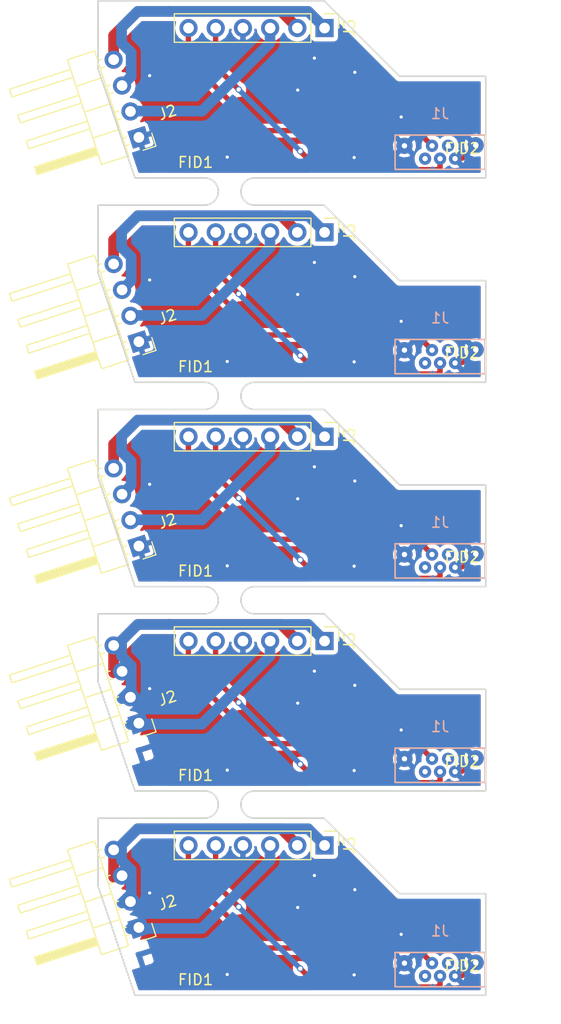
<source format=kicad_pcb>
(kicad_pcb (version 20171130) (host pcbnew 5.0.0-fee4fd1~66~ubuntu16.04.1)

  (general
    (thickness 1.6)
    (drawings 51)
    (tracks 170)
    (zones 0)
    (modules 64)
    (nets 9)
  )

  (page A4)
  (layers
    (0 F.Cu signal)
    (31 B.Cu signal)
    (32 B.Adhes user)
    (33 F.Adhes user)
    (34 B.Paste user)
    (35 F.Paste user)
    (36 B.SilkS user)
    (37 F.SilkS user)
    (38 B.Mask user)
    (39 F.Mask user)
    (40 Dwgs.User user)
    (41 Cmts.User user)
    (42 Eco1.User user)
    (43 Eco2.User user)
    (44 Edge.Cuts user)
    (45 Margin user)
    (46 B.CrtYd user)
    (47 F.CrtYd user)
    (48 B.Fab user)
    (49 F.Fab user)
  )

  (setup
    (last_trace_width 1)
    (user_trace_width 0.2)
    (user_trace_width 0.3)
    (user_trace_width 0.4)
    (trace_clearance 0.2)
    (zone_clearance 0.4)
    (zone_45_only no)
    (trace_min 0.2)
    (segment_width 0.2)
    (edge_width 0.15)
    (via_size 0.6)
    (via_drill 0.4)
    (via_min_size 0.4)
    (via_min_drill 0.3)
    (uvia_size 0.3)
    (uvia_drill 0.1)
    (uvias_allowed no)
    (uvia_min_size 0.2)
    (uvia_min_drill 0.1)
    (pcb_text_width 0.3)
    (pcb_text_size 1.5 1.5)
    (mod_edge_width 0.15)
    (mod_text_size 1 1)
    (mod_text_width 0.15)
    (pad_size 0.6 0.6)
    (pad_drill 0.3)
    (pad_to_mask_clearance 0.2)
    (aux_axis_origin 37.719 24.892)
    (visible_elements FFFD8E09)
    (pcbplotparams
      (layerselection 0x010f0_ffffffff)
      (usegerberextensions true)
      (usegerberattributes false)
      (usegerberadvancedattributes false)
      (creategerberjobfile false)
      (excludeedgelayer true)
      (linewidth 0.100000)
      (plotframeref false)
      (viasonmask false)
      (mode 1)
      (useauxorigin false)
      (hpglpennumber 1)
      (hpglpenspeed 20)
      (hpglpendiameter 15.000000)
      (psnegative false)
      (psa4output false)
      (plotreference true)
      (plotvalue true)
      (plotinvisibletext false)
      (padsonsilk false)
      (subtractmaskfromsilk false)
      (outputformat 1)
      (mirror false)
      (drillshape 0)
      (scaleselection 1)
      (outputdirectory "Plots"))
  )

  (net 0 "")
  (net 1 "Net-(J1-Pad2)")
  (net 2 "Net-(J1-Pad3)")
  (net 3 GND)
  (net 4 SYS_3.3V)
  (net 5 SCK)
  (net 6 SDA)
  (net 7 "Net-(J1-Pad1)")
  (net 8 "Net-(J1-Pad4)")

  (net_class Default "This is the default net class."
    (clearance 0.2)
    (trace_width 1)
    (via_dia 0.6)
    (via_drill 0.4)
    (uvia_dia 0.3)
    (uvia_drill 0.1)
    (add_net GND)
    (add_net "Net-(J1-Pad1)")
    (add_net "Net-(J1-Pad2)")
    (add_net "Net-(J1-Pad3)")
    (add_net "Net-(J1-Pad4)")
    (add_net SCK)
    (add_net SDA)
    (add_net SYS_3.3V)
  )

  (module WiRoc:VIA-0.6mm (layer F.Cu) (tedit 5AEF5363) (tstamp 5B9E4EE5)
    (at 61.62802 115.77624)
    (fp_text reference REF** (at 0 1.35) (layer F.SilkS) hide
      (effects (font (size 1 1) (thickness 0.15)))
    )
    (fp_text value VIA-0.6mm (at -0.05 -1.4) (layer F.Fab) hide
      (effects (font (size 1 1) (thickness 0.15)))
    )
    (pad 1 thru_hole circle (at 0 0) (size 0.6 0.6) (drill 0.3) (layers *.Cu)
      (net 3 GND) (zone_connect 2))
  )

  (module WiRoc:VIA-0.6mm (layer F.Cu) (tedit 5AEF5363) (tstamp 5B9E4EE1)
    (at 61.62802 96.71024)
    (fp_text reference REF** (at 0 1.35) (layer F.SilkS) hide
      (effects (font (size 1 1) (thickness 0.15)))
    )
    (fp_text value VIA-0.6mm (at -0.05 -1.4) (layer F.Fab) hide
      (effects (font (size 1 1) (thickness 0.15)))
    )
    (pad 1 thru_hole circle (at 0 0) (size 0.6 0.6) (drill 0.3) (layers *.Cu)
      (net 3 GND) (zone_connect 2))
  )

  (module WiRoc:VIA-0.6mm (layer F.Cu) (tedit 5AEF5363) (tstamp 5B9E4EDD)
    (at 61.62802 77.64424)
    (fp_text reference REF** (at 0 1.35) (layer F.SilkS) hide
      (effects (font (size 1 1) (thickness 0.15)))
    )
    (fp_text value VIA-0.6mm (at -0.05 -1.4) (layer F.Fab) hide
      (effects (font (size 1 1) (thickness 0.15)))
    )
    (pad 1 thru_hole circle (at 0 0) (size 0.6 0.6) (drill 0.3) (layers *.Cu)
      (net 3 GND) (zone_connect 2))
  )

  (module WiRoc:VIA-0.6mm (layer F.Cu) (tedit 5AEF5363) (tstamp 5B9E4ED9)
    (at 61.62802 58.57824)
    (fp_text reference REF** (at 0 1.35) (layer F.SilkS) hide
      (effects (font (size 1 1) (thickness 0.15)))
    )
    (fp_text value VIA-0.6mm (at -0.05 -1.4) (layer F.Fab) hide
      (effects (font (size 1 1) (thickness 0.15)))
    )
    (pad 1 thru_hole circle (at 0 0) (size 0.6 0.6) (drill 0.3) (layers *.Cu)
      (net 3 GND) (zone_connect 2))
  )

  (module WiRoc:VIA-0.6mm (layer F.Cu) (tedit 5AEF534D) (tstamp 5B9E4EC5)
    (at 61.68644 107.82858)
    (fp_text reference REF** (at 0 1.35) (layer F.SilkS) hide
      (effects (font (size 1 1) (thickness 0.15)))
    )
    (fp_text value VIA-0.6mm (at -0.05 -1.4) (layer F.Fab) hide
      (effects (font (size 1 1) (thickness 0.15)))
    )
    (pad 1 thru_hole circle (at 0 0) (size 0.6 0.6) (drill 0.3) (layers *.Cu)
      (net 3 GND) (zone_connect 2))
  )

  (module WiRoc:VIA-0.6mm (layer F.Cu) (tedit 5AEF534D) (tstamp 5B9E4EC1)
    (at 61.68644 88.76258)
    (fp_text reference REF** (at 0 1.35) (layer F.SilkS) hide
      (effects (font (size 1 1) (thickness 0.15)))
    )
    (fp_text value VIA-0.6mm (at -0.05 -1.4) (layer F.Fab) hide
      (effects (font (size 1 1) (thickness 0.15)))
    )
    (pad 1 thru_hole circle (at 0 0) (size 0.6 0.6) (drill 0.3) (layers *.Cu)
      (net 3 GND) (zone_connect 2))
  )

  (module WiRoc:VIA-0.6mm (layer F.Cu) (tedit 5AEF534D) (tstamp 5B9E4EBD)
    (at 61.68644 69.69658)
    (fp_text reference REF** (at 0 1.35) (layer F.SilkS) hide
      (effects (font (size 1 1) (thickness 0.15)))
    )
    (fp_text value VIA-0.6mm (at -0.05 -1.4) (layer F.Fab) hide
      (effects (font (size 1 1) (thickness 0.15)))
    )
    (pad 1 thru_hole circle (at 0 0) (size 0.6 0.6) (drill 0.3) (layers *.Cu)
      (net 3 GND) (zone_connect 2))
  )

  (module WiRoc:VIA-0.6mm (layer F.Cu) (tedit 5AEF534D) (tstamp 5B9E4EB9)
    (at 61.68644 50.63058)
    (fp_text reference REF** (at 0 1.35) (layer F.SilkS) hide
      (effects (font (size 1 1) (thickness 0.15)))
    )
    (fp_text value VIA-0.6mm (at -0.05 -1.4) (layer F.Fab) hide
      (effects (font (size 1 1) (thickness 0.15)))
    )
    (pad 1 thru_hole circle (at 0 0) (size 0.6 0.6) (drill 0.3) (layers *.Cu)
      (net 3 GND) (zone_connect 2))
  )

  (module WiRoc:VIA-0.6mm (layer F.Cu) (tedit 5AEF5363) (tstamp 5B9E4EAD)
    (at 56.35752 109.4872)
    (fp_text reference REF** (at 0 1.35) (layer F.SilkS) hide
      (effects (font (size 1 1) (thickness 0.15)))
    )
    (fp_text value VIA-0.6mm (at -0.05 -1.4) (layer F.Fab) hide
      (effects (font (size 1 1) (thickness 0.15)))
    )
    (pad 1 thru_hole circle (at 0 0) (size 0.6 0.6) (drill 0.3) (layers *.Cu)
      (net 3 GND) (zone_connect 2))
  )

  (module WiRoc:VIA-0.6mm (layer F.Cu) (tedit 5AEF5363) (tstamp 5B9E4EA9)
    (at 56.35752 90.4212)
    (fp_text reference REF** (at 0 1.35) (layer F.SilkS) hide
      (effects (font (size 1 1) (thickness 0.15)))
    )
    (fp_text value VIA-0.6mm (at -0.05 -1.4) (layer F.Fab) hide
      (effects (font (size 1 1) (thickness 0.15)))
    )
    (pad 1 thru_hole circle (at 0 0) (size 0.6 0.6) (drill 0.3) (layers *.Cu)
      (net 3 GND) (zone_connect 2))
  )

  (module WiRoc:VIA-0.6mm (layer F.Cu) (tedit 5AEF5363) (tstamp 5B9E4EA5)
    (at 56.35752 71.3552)
    (fp_text reference REF** (at 0 1.35) (layer F.SilkS) hide
      (effects (font (size 1 1) (thickness 0.15)))
    )
    (fp_text value VIA-0.6mm (at -0.05 -1.4) (layer F.Fab) hide
      (effects (font (size 1 1) (thickness 0.15)))
    )
    (pad 1 thru_hole circle (at 0 0) (size 0.6 0.6) (drill 0.3) (layers *.Cu)
      (net 3 GND) (zone_connect 2))
  )

  (module WiRoc:VIA-0.6mm (layer F.Cu) (tedit 5AEF5363) (tstamp 5B9E4EA1)
    (at 56.35752 52.2892)
    (fp_text reference REF** (at 0 1.35) (layer F.SilkS) hide
      (effects (font (size 1 1) (thickness 0.15)))
    )
    (fp_text value VIA-0.6mm (at -0.05 -1.4) (layer F.Fab) hide
      (effects (font (size 1 1) (thickness 0.15)))
    )
    (pad 1 thru_hole circle (at 0 0) (size 0.6 0.6) (drill 0.3) (layers *.Cu)
      (net 3 GND) (zone_connect 2))
  )

  (module WiRoc:Fiducial (layer F.Cu) (tedit 5AD38C52) (tstamp 5B9E4E95)
    (at 43.51782 116.2309)
    (path /5AEEF7D5)
    (fp_text reference FID1 (at 3.302 0) (layer F.SilkS)
      (effects (font (size 1 1) (thickness 0.15)))
    )
    (fp_text value FIDUCIAL (at 0 3.302) (layer F.Fab)
      (effects (font (size 1 1) (thickness 0.15)))
    )
    (pad 1 smd circle (at 0 0) (size 1 1) (layers F.Cu F.Mask)
      (solder_mask_margin 0.5) (clearance 0.5))
  )

  (module WiRoc:Fiducial (layer F.Cu) (tedit 5AD38C52) (tstamp 5B9E4E91)
    (at 43.51782 97.1649)
    (path /5AEEF7D5)
    (fp_text reference FID1 (at 3.302 0) (layer F.SilkS)
      (effects (font (size 1 1) (thickness 0.15)))
    )
    (fp_text value FIDUCIAL (at 0 3.302) (layer F.Fab)
      (effects (font (size 1 1) (thickness 0.15)))
    )
    (pad 1 smd circle (at 0 0) (size 1 1) (layers F.Cu F.Mask)
      (solder_mask_margin 0.5) (clearance 0.5))
  )

  (module WiRoc:Fiducial (layer F.Cu) (tedit 5AD38C52) (tstamp 5B9E4E8D)
    (at 43.51782 78.0989)
    (path /5AEEF7D5)
    (fp_text reference FID1 (at 3.302 0) (layer F.SilkS)
      (effects (font (size 1 1) (thickness 0.15)))
    )
    (fp_text value FIDUCIAL (at 0 3.302) (layer F.Fab)
      (effects (font (size 1 1) (thickness 0.15)))
    )
    (pad 1 smd circle (at 0 0) (size 1 1) (layers F.Cu F.Mask)
      (solder_mask_margin 0.5) (clearance 0.5))
  )

  (module WiRoc:Fiducial (layer F.Cu) (tedit 5AD38C52) (tstamp 5B9E4E89)
    (at 43.51782 59.0329)
    (path /5AEEF7D5)
    (fp_text reference FID1 (at 3.302 0) (layer F.SilkS)
      (effects (font (size 1 1) (thickness 0.15)))
    )
    (fp_text value FIDUCIAL (at 0 3.302) (layer F.Fab)
      (effects (font (size 1 1) (thickness 0.15)))
    )
    (pad 1 smd circle (at 0 0) (size 1 1) (layers F.Cu F.Mask)
      (solder_mask_margin 0.5) (clearance 0.5))
  )

  (module WiRoc:VIA-0.6mm (layer F.Cu) (tedit 5AEF536C) (tstamp 5B9E4E7D)
    (at 66.01714 111.99418)
    (fp_text reference REF** (at 0 1.35) (layer F.SilkS) hide
      (effects (font (size 1 1) (thickness 0.15)))
    )
    (fp_text value VIA-0.6mm (at -0.05 -1.4) (layer F.Fab) hide
      (effects (font (size 1 1) (thickness 0.15)))
    )
    (pad 1 thru_hole circle (at 0 0) (size 0.6 0.6) (drill 0.3) (layers *.Cu)
      (net 3 GND) (zone_connect 2))
  )

  (module WiRoc:VIA-0.6mm (layer F.Cu) (tedit 5AEF536C) (tstamp 5B9E4E79)
    (at 66.01714 92.92818)
    (fp_text reference REF** (at 0 1.35) (layer F.SilkS) hide
      (effects (font (size 1 1) (thickness 0.15)))
    )
    (fp_text value VIA-0.6mm (at -0.05 -1.4) (layer F.Fab) hide
      (effects (font (size 1 1) (thickness 0.15)))
    )
    (pad 1 thru_hole circle (at 0 0) (size 0.6 0.6) (drill 0.3) (layers *.Cu)
      (net 3 GND) (zone_connect 2))
  )

  (module WiRoc:VIA-0.6mm (layer F.Cu) (tedit 5AEF536C) (tstamp 5B9E4E75)
    (at 66.01714 73.86218)
    (fp_text reference REF** (at 0 1.35) (layer F.SilkS) hide
      (effects (font (size 1 1) (thickness 0.15)))
    )
    (fp_text value VIA-0.6mm (at -0.05 -1.4) (layer F.Fab) hide
      (effects (font (size 1 1) (thickness 0.15)))
    )
    (pad 1 thru_hole circle (at 0 0) (size 0.6 0.6) (drill 0.3) (layers *.Cu)
      (net 3 GND) (zone_connect 2))
  )

  (module WiRoc:VIA-0.6mm (layer F.Cu) (tedit 5AEF536C) (tstamp 5B9E4E71)
    (at 66.01714 54.79618)
    (fp_text reference REF** (at 0 1.35) (layer F.SilkS) hide
      (effects (font (size 1 1) (thickness 0.15)))
    )
    (fp_text value VIA-0.6mm (at -0.05 -1.4) (layer F.Fab) hide
      (effects (font (size 1 1) (thickness 0.15)))
    )
    (pad 1 thru_hole circle (at 0 0) (size 0.6 0.6) (drill 0.3) (layers *.Cu)
      (net 3 GND) (zone_connect 2))
  )

  (module WiRoc:micro-usb-super-short (layer B.Cu) (tedit 5B955C94) (tstamp 5B9E4E5F)
    (at 69.6475 114.6848)
    (path /5B3DFD56)
    (fp_text reference J1 (at 0 -3) (layer B.SilkS)
      (effects (font (size 1 1) (thickness 0.15)) (justify mirror))
    )
    (fp_text value USB_OTG (at 0 3.3) (layer B.Fab)
      (effects (font (size 1 1) (thickness 0.15)) (justify mirror))
    )
    (fp_line (start -4.2 2.2) (end -4.2 -1) (layer B.SilkS) (width 0.15))
    (fp_line (start 4.2 2.2) (end -4.2 2.2) (layer B.SilkS) (width 0.15))
    (fp_line (start 4.2 -1) (end 4.2 2.2) (layer B.SilkS) (width 0.15))
    (fp_line (start -4.2 -1) (end 4.2 -1) (layer B.SilkS) (width 0.15))
    (pad 6 thru_hole circle (at -3.325 0) (size 1.524 1.524) (drill 0.5) (layers *.Cu *.Mask)
      (net 3 GND))
    (pad 6 thru_hole circle (at 3.325 -0.05) (size 1.524 1.524) (drill 0.5) (layers *.Cu *.Mask)
      (net 3 GND))
    (pad 5 thru_hole circle (at 1.4 1.2) (size 1.15 1.15) (drill 0.5) (layers *.Cu *.Mask)
      (net 3 GND))
    (pad 3 thru_hole circle (at 0 1.2) (size 1.15 1.15) (drill 0.5) (layers *.Cu *.Mask)
      (net 2 "Net-(J1-Pad3)"))
    (pad 1 thru_hole circle (at -1.4 1.2) (size 1.15 1.15) (drill 0.5) (layers *.Cu *.Mask)
      (net 7 "Net-(J1-Pad1)"))
    (pad 4 thru_hole circle (at 0.75 0) (size 1.15 1.15) (drill 0.5) (layers *.Cu *.Mask)
      (net 8 "Net-(J1-Pad4)"))
    (pad 2 thru_hole circle (at -0.75 0) (size 1.15 1.15) (drill 0.5) (layers *.Cu *.Mask)
      (net 1 "Net-(J1-Pad2)"))
  )

  (module WiRoc:micro-usb-super-short (layer B.Cu) (tedit 5B955C94) (tstamp 5B9E4E51)
    (at 69.6475 95.6188)
    (path /5B3DFD56)
    (fp_text reference J1 (at 0 -3) (layer B.SilkS)
      (effects (font (size 1 1) (thickness 0.15)) (justify mirror))
    )
    (fp_text value USB_OTG (at 0 3.3) (layer B.Fab)
      (effects (font (size 1 1) (thickness 0.15)) (justify mirror))
    )
    (fp_line (start -4.2 2.2) (end -4.2 -1) (layer B.SilkS) (width 0.15))
    (fp_line (start 4.2 2.2) (end -4.2 2.2) (layer B.SilkS) (width 0.15))
    (fp_line (start 4.2 -1) (end 4.2 2.2) (layer B.SilkS) (width 0.15))
    (fp_line (start -4.2 -1) (end 4.2 -1) (layer B.SilkS) (width 0.15))
    (pad 6 thru_hole circle (at -3.325 0) (size 1.524 1.524) (drill 0.5) (layers *.Cu *.Mask)
      (net 3 GND))
    (pad 6 thru_hole circle (at 3.325 -0.05) (size 1.524 1.524) (drill 0.5) (layers *.Cu *.Mask)
      (net 3 GND))
    (pad 5 thru_hole circle (at 1.4 1.2) (size 1.15 1.15) (drill 0.5) (layers *.Cu *.Mask)
      (net 3 GND))
    (pad 3 thru_hole circle (at 0 1.2) (size 1.15 1.15) (drill 0.5) (layers *.Cu *.Mask)
      (net 2 "Net-(J1-Pad3)"))
    (pad 1 thru_hole circle (at -1.4 1.2) (size 1.15 1.15) (drill 0.5) (layers *.Cu *.Mask)
      (net 7 "Net-(J1-Pad1)"))
    (pad 4 thru_hole circle (at 0.75 0) (size 1.15 1.15) (drill 0.5) (layers *.Cu *.Mask)
      (net 8 "Net-(J1-Pad4)"))
    (pad 2 thru_hole circle (at -0.75 0) (size 1.15 1.15) (drill 0.5) (layers *.Cu *.Mask)
      (net 1 "Net-(J1-Pad2)"))
  )

  (module WiRoc:micro-usb-super-short (layer B.Cu) (tedit 5B955C94) (tstamp 5B9E4E43)
    (at 69.6475 76.5528)
    (path /5B3DFD56)
    (fp_text reference J1 (at 0 -3) (layer B.SilkS)
      (effects (font (size 1 1) (thickness 0.15)) (justify mirror))
    )
    (fp_text value USB_OTG (at 0 3.3) (layer B.Fab)
      (effects (font (size 1 1) (thickness 0.15)) (justify mirror))
    )
    (fp_line (start -4.2 2.2) (end -4.2 -1) (layer B.SilkS) (width 0.15))
    (fp_line (start 4.2 2.2) (end -4.2 2.2) (layer B.SilkS) (width 0.15))
    (fp_line (start 4.2 -1) (end 4.2 2.2) (layer B.SilkS) (width 0.15))
    (fp_line (start -4.2 -1) (end 4.2 -1) (layer B.SilkS) (width 0.15))
    (pad 6 thru_hole circle (at -3.325 0) (size 1.524 1.524) (drill 0.5) (layers *.Cu *.Mask)
      (net 3 GND))
    (pad 6 thru_hole circle (at 3.325 -0.05) (size 1.524 1.524) (drill 0.5) (layers *.Cu *.Mask)
      (net 3 GND))
    (pad 5 thru_hole circle (at 1.4 1.2) (size 1.15 1.15) (drill 0.5) (layers *.Cu *.Mask)
      (net 3 GND))
    (pad 3 thru_hole circle (at 0 1.2) (size 1.15 1.15) (drill 0.5) (layers *.Cu *.Mask)
      (net 2 "Net-(J1-Pad3)"))
    (pad 1 thru_hole circle (at -1.4 1.2) (size 1.15 1.15) (drill 0.5) (layers *.Cu *.Mask)
      (net 7 "Net-(J1-Pad1)"))
    (pad 4 thru_hole circle (at 0.75 0) (size 1.15 1.15) (drill 0.5) (layers *.Cu *.Mask)
      (net 8 "Net-(J1-Pad4)"))
    (pad 2 thru_hole circle (at -0.75 0) (size 1.15 1.15) (drill 0.5) (layers *.Cu *.Mask)
      (net 1 "Net-(J1-Pad2)"))
  )

  (module WiRoc:micro-usb-super-short (layer B.Cu) (tedit 5B955C94) (tstamp 5B9E4E35)
    (at 69.6475 57.4868)
    (path /5B3DFD56)
    (fp_text reference J1 (at 0 -3) (layer B.SilkS)
      (effects (font (size 1 1) (thickness 0.15)) (justify mirror))
    )
    (fp_text value USB_OTG (at 0 3.3) (layer B.Fab)
      (effects (font (size 1 1) (thickness 0.15)) (justify mirror))
    )
    (fp_line (start -4.2 2.2) (end -4.2 -1) (layer B.SilkS) (width 0.15))
    (fp_line (start 4.2 2.2) (end -4.2 2.2) (layer B.SilkS) (width 0.15))
    (fp_line (start 4.2 -1) (end 4.2 2.2) (layer B.SilkS) (width 0.15))
    (fp_line (start -4.2 -1) (end 4.2 -1) (layer B.SilkS) (width 0.15))
    (pad 6 thru_hole circle (at -3.325 0) (size 1.524 1.524) (drill 0.5) (layers *.Cu *.Mask)
      (net 3 GND))
    (pad 6 thru_hole circle (at 3.325 -0.05) (size 1.524 1.524) (drill 0.5) (layers *.Cu *.Mask)
      (net 3 GND))
    (pad 5 thru_hole circle (at 1.4 1.2) (size 1.15 1.15) (drill 0.5) (layers *.Cu *.Mask)
      (net 3 GND))
    (pad 3 thru_hole circle (at 0 1.2) (size 1.15 1.15) (drill 0.5) (layers *.Cu *.Mask)
      (net 2 "Net-(J1-Pad3)"))
    (pad 1 thru_hole circle (at -1.4 1.2) (size 1.15 1.15) (drill 0.5) (layers *.Cu *.Mask)
      (net 7 "Net-(J1-Pad1)"))
    (pad 4 thru_hole circle (at 0.75 0) (size 1.15 1.15) (drill 0.5) (layers *.Cu *.Mask)
      (net 8 "Net-(J1-Pad4)"))
    (pad 2 thru_hole circle (at -0.75 0) (size 1.15 1.15) (drill 0.5) (layers *.Cu *.Mask)
      (net 1 "Net-(J1-Pad2)"))
  )

  (module Socket_Strips:Socket_Strip_Straight_1x06_Pitch2.54mm (layer F.Cu) (tedit 58CD5446) (tstamp 5B9E4E1D)
    (at 58.864 103.696 270)
    (descr "Through hole straight socket strip, 1x06, 2.54mm pitch, single row")
    (tags "Through hole socket strip THT 1x06 2.54mm single row")
    (path /5AEF0126)
    (fp_text reference J3 (at 0 -2.33 270) (layer F.SilkS)
      (effects (font (size 1 1) (thickness 0.15)))
    )
    (fp_text value Conn_01x06 (at 3.048 2.032) (layer F.Fab)
      (effects (font (size 1 1) (thickness 0.15)))
    )
    (fp_text user %R (at 0 -2.33 270) (layer F.Fab)
      (effects (font (size 1 1) (thickness 0.15)))
    )
    (fp_line (start 1.8 -1.8) (end -1.8 -1.8) (layer F.CrtYd) (width 0.05))
    (fp_line (start 1.8 14.5) (end 1.8 -1.8) (layer F.CrtYd) (width 0.05))
    (fp_line (start -1.8 14.5) (end 1.8 14.5) (layer F.CrtYd) (width 0.05))
    (fp_line (start -1.8 -1.8) (end -1.8 14.5) (layer F.CrtYd) (width 0.05))
    (fp_line (start -1.33 -1.33) (end 0 -1.33) (layer F.SilkS) (width 0.12))
    (fp_line (start -1.33 0) (end -1.33 -1.33) (layer F.SilkS) (width 0.12))
    (fp_line (start 1.33 1.27) (end -1.33 1.27) (layer F.SilkS) (width 0.12))
    (fp_line (start 1.33 14.03) (end 1.33 1.27) (layer F.SilkS) (width 0.12))
    (fp_line (start -1.33 14.03) (end 1.33 14.03) (layer F.SilkS) (width 0.12))
    (fp_line (start -1.33 1.27) (end -1.33 14.03) (layer F.SilkS) (width 0.12))
    (fp_line (start 1.27 -1.27) (end -1.27 -1.27) (layer F.Fab) (width 0.1))
    (fp_line (start 1.27 13.97) (end 1.27 -1.27) (layer F.Fab) (width 0.1))
    (fp_line (start -1.27 13.97) (end 1.27 13.97) (layer F.Fab) (width 0.1))
    (fp_line (start -1.27 -1.27) (end -1.27 13.97) (layer F.Fab) (width 0.1))
    (pad 6 thru_hole oval (at 0 12.7 270) (size 1.7 1.7) (drill 1) (layers *.Cu *.Mask)
      (net 1 "Net-(J1-Pad2)"))
    (pad 5 thru_hole oval (at 0 10.16 270) (size 1.7 1.7) (drill 1) (layers *.Cu *.Mask)
      (net 2 "Net-(J1-Pad3)"))
    (pad 4 thru_hole oval (at 0 7.62 270) (size 1.7 1.7) (drill 1) (layers *.Cu *.Mask)
      (net 3 GND))
    (pad 3 thru_hole oval (at 0 5.08 270) (size 1.7 1.7) (drill 1) (layers *.Cu *.Mask)
      (net 4 SYS_3.3V))
    (pad 2 thru_hole oval (at 0 2.54 270) (size 1.7 1.7) (drill 1) (layers *.Cu *.Mask)
      (net 6 SDA))
    (pad 1 thru_hole rect (at 0 0 270) (size 1.7 1.7) (drill 1) (layers *.Cu *.Mask)
      (net 5 SCK))
    (model ${KISYS3DMOD}/Socket_Strips.3dshapes/Socket_Strip_Straight_1x06_Pitch2.54mm.wrl
      (offset (xyz 0 -6.349999904632568 0))
      (scale (xyz 1 1 1))
      (rotate (xyz 0 0 270))
    )
  )

  (module Socket_Strips:Socket_Strip_Straight_1x06_Pitch2.54mm (layer F.Cu) (tedit 58CD5446) (tstamp 5B9E4E05)
    (at 58.864 84.63 270)
    (descr "Through hole straight socket strip, 1x06, 2.54mm pitch, single row")
    (tags "Through hole socket strip THT 1x06 2.54mm single row")
    (path /5AEF0126)
    (fp_text reference J3 (at 0 -2.33 270) (layer F.SilkS)
      (effects (font (size 1 1) (thickness 0.15)))
    )
    (fp_text value Conn_01x06 (at 3.048 2.032) (layer F.Fab)
      (effects (font (size 1 1) (thickness 0.15)))
    )
    (fp_text user %R (at 0 -2.33 270) (layer F.Fab)
      (effects (font (size 1 1) (thickness 0.15)))
    )
    (fp_line (start 1.8 -1.8) (end -1.8 -1.8) (layer F.CrtYd) (width 0.05))
    (fp_line (start 1.8 14.5) (end 1.8 -1.8) (layer F.CrtYd) (width 0.05))
    (fp_line (start -1.8 14.5) (end 1.8 14.5) (layer F.CrtYd) (width 0.05))
    (fp_line (start -1.8 -1.8) (end -1.8 14.5) (layer F.CrtYd) (width 0.05))
    (fp_line (start -1.33 -1.33) (end 0 -1.33) (layer F.SilkS) (width 0.12))
    (fp_line (start -1.33 0) (end -1.33 -1.33) (layer F.SilkS) (width 0.12))
    (fp_line (start 1.33 1.27) (end -1.33 1.27) (layer F.SilkS) (width 0.12))
    (fp_line (start 1.33 14.03) (end 1.33 1.27) (layer F.SilkS) (width 0.12))
    (fp_line (start -1.33 14.03) (end 1.33 14.03) (layer F.SilkS) (width 0.12))
    (fp_line (start -1.33 1.27) (end -1.33 14.03) (layer F.SilkS) (width 0.12))
    (fp_line (start 1.27 -1.27) (end -1.27 -1.27) (layer F.Fab) (width 0.1))
    (fp_line (start 1.27 13.97) (end 1.27 -1.27) (layer F.Fab) (width 0.1))
    (fp_line (start -1.27 13.97) (end 1.27 13.97) (layer F.Fab) (width 0.1))
    (fp_line (start -1.27 -1.27) (end -1.27 13.97) (layer F.Fab) (width 0.1))
    (pad 6 thru_hole oval (at 0 12.7 270) (size 1.7 1.7) (drill 1) (layers *.Cu *.Mask)
      (net 1 "Net-(J1-Pad2)"))
    (pad 5 thru_hole oval (at 0 10.16 270) (size 1.7 1.7) (drill 1) (layers *.Cu *.Mask)
      (net 2 "Net-(J1-Pad3)"))
    (pad 4 thru_hole oval (at 0 7.62 270) (size 1.7 1.7) (drill 1) (layers *.Cu *.Mask)
      (net 3 GND))
    (pad 3 thru_hole oval (at 0 5.08 270) (size 1.7 1.7) (drill 1) (layers *.Cu *.Mask)
      (net 4 SYS_3.3V))
    (pad 2 thru_hole oval (at 0 2.54 270) (size 1.7 1.7) (drill 1) (layers *.Cu *.Mask)
      (net 6 SDA))
    (pad 1 thru_hole rect (at 0 0 270) (size 1.7 1.7) (drill 1) (layers *.Cu *.Mask)
      (net 5 SCK))
    (model ${KISYS3DMOD}/Socket_Strips.3dshapes/Socket_Strip_Straight_1x06_Pitch2.54mm.wrl
      (offset (xyz 0 -6.349999904632568 0))
      (scale (xyz 1 1 1))
      (rotate (xyz 0 0 270))
    )
  )

  (module Socket_Strips:Socket_Strip_Straight_1x06_Pitch2.54mm (layer F.Cu) (tedit 58CD5446) (tstamp 5B9E4DED)
    (at 58.864 65.564 270)
    (descr "Through hole straight socket strip, 1x06, 2.54mm pitch, single row")
    (tags "Through hole socket strip THT 1x06 2.54mm single row")
    (path /5AEF0126)
    (fp_text reference J3 (at 0 -2.33 270) (layer F.SilkS)
      (effects (font (size 1 1) (thickness 0.15)))
    )
    (fp_text value Conn_01x06 (at 3.048 2.032) (layer F.Fab)
      (effects (font (size 1 1) (thickness 0.15)))
    )
    (fp_text user %R (at 0 -2.33 270) (layer F.Fab)
      (effects (font (size 1 1) (thickness 0.15)))
    )
    (fp_line (start 1.8 -1.8) (end -1.8 -1.8) (layer F.CrtYd) (width 0.05))
    (fp_line (start 1.8 14.5) (end 1.8 -1.8) (layer F.CrtYd) (width 0.05))
    (fp_line (start -1.8 14.5) (end 1.8 14.5) (layer F.CrtYd) (width 0.05))
    (fp_line (start -1.8 -1.8) (end -1.8 14.5) (layer F.CrtYd) (width 0.05))
    (fp_line (start -1.33 -1.33) (end 0 -1.33) (layer F.SilkS) (width 0.12))
    (fp_line (start -1.33 0) (end -1.33 -1.33) (layer F.SilkS) (width 0.12))
    (fp_line (start 1.33 1.27) (end -1.33 1.27) (layer F.SilkS) (width 0.12))
    (fp_line (start 1.33 14.03) (end 1.33 1.27) (layer F.SilkS) (width 0.12))
    (fp_line (start -1.33 14.03) (end 1.33 14.03) (layer F.SilkS) (width 0.12))
    (fp_line (start -1.33 1.27) (end -1.33 14.03) (layer F.SilkS) (width 0.12))
    (fp_line (start 1.27 -1.27) (end -1.27 -1.27) (layer F.Fab) (width 0.1))
    (fp_line (start 1.27 13.97) (end 1.27 -1.27) (layer F.Fab) (width 0.1))
    (fp_line (start -1.27 13.97) (end 1.27 13.97) (layer F.Fab) (width 0.1))
    (fp_line (start -1.27 -1.27) (end -1.27 13.97) (layer F.Fab) (width 0.1))
    (pad 6 thru_hole oval (at 0 12.7 270) (size 1.7 1.7) (drill 1) (layers *.Cu *.Mask)
      (net 1 "Net-(J1-Pad2)"))
    (pad 5 thru_hole oval (at 0 10.16 270) (size 1.7 1.7) (drill 1) (layers *.Cu *.Mask)
      (net 2 "Net-(J1-Pad3)"))
    (pad 4 thru_hole oval (at 0 7.62 270) (size 1.7 1.7) (drill 1) (layers *.Cu *.Mask)
      (net 3 GND))
    (pad 3 thru_hole oval (at 0 5.08 270) (size 1.7 1.7) (drill 1) (layers *.Cu *.Mask)
      (net 4 SYS_3.3V))
    (pad 2 thru_hole oval (at 0 2.54 270) (size 1.7 1.7) (drill 1) (layers *.Cu *.Mask)
      (net 6 SDA))
    (pad 1 thru_hole rect (at 0 0 270) (size 1.7 1.7) (drill 1) (layers *.Cu *.Mask)
      (net 5 SCK))
    (model ${KISYS3DMOD}/Socket_Strips.3dshapes/Socket_Strip_Straight_1x06_Pitch2.54mm.wrl
      (offset (xyz 0 -6.349999904632568 0))
      (scale (xyz 1 1 1))
      (rotate (xyz 0 0 270))
    )
  )

  (module Socket_Strips:Socket_Strip_Straight_1x06_Pitch2.54mm (layer F.Cu) (tedit 58CD5446) (tstamp 5B9E4DD5)
    (at 58.864 46.498 270)
    (descr "Through hole straight socket strip, 1x06, 2.54mm pitch, single row")
    (tags "Through hole socket strip THT 1x06 2.54mm single row")
    (path /5AEF0126)
    (fp_text reference J3 (at 0 -2.33 270) (layer F.SilkS)
      (effects (font (size 1 1) (thickness 0.15)))
    )
    (fp_text value Conn_01x06 (at 3.048 2.032) (layer F.Fab)
      (effects (font (size 1 1) (thickness 0.15)))
    )
    (fp_text user %R (at 0 -2.33 270) (layer F.Fab)
      (effects (font (size 1 1) (thickness 0.15)))
    )
    (fp_line (start 1.8 -1.8) (end -1.8 -1.8) (layer F.CrtYd) (width 0.05))
    (fp_line (start 1.8 14.5) (end 1.8 -1.8) (layer F.CrtYd) (width 0.05))
    (fp_line (start -1.8 14.5) (end 1.8 14.5) (layer F.CrtYd) (width 0.05))
    (fp_line (start -1.8 -1.8) (end -1.8 14.5) (layer F.CrtYd) (width 0.05))
    (fp_line (start -1.33 -1.33) (end 0 -1.33) (layer F.SilkS) (width 0.12))
    (fp_line (start -1.33 0) (end -1.33 -1.33) (layer F.SilkS) (width 0.12))
    (fp_line (start 1.33 1.27) (end -1.33 1.27) (layer F.SilkS) (width 0.12))
    (fp_line (start 1.33 14.03) (end 1.33 1.27) (layer F.SilkS) (width 0.12))
    (fp_line (start -1.33 14.03) (end 1.33 14.03) (layer F.SilkS) (width 0.12))
    (fp_line (start -1.33 1.27) (end -1.33 14.03) (layer F.SilkS) (width 0.12))
    (fp_line (start 1.27 -1.27) (end -1.27 -1.27) (layer F.Fab) (width 0.1))
    (fp_line (start 1.27 13.97) (end 1.27 -1.27) (layer F.Fab) (width 0.1))
    (fp_line (start -1.27 13.97) (end 1.27 13.97) (layer F.Fab) (width 0.1))
    (fp_line (start -1.27 -1.27) (end -1.27 13.97) (layer F.Fab) (width 0.1))
    (pad 6 thru_hole oval (at 0 12.7 270) (size 1.7 1.7) (drill 1) (layers *.Cu *.Mask)
      (net 1 "Net-(J1-Pad2)"))
    (pad 5 thru_hole oval (at 0 10.16 270) (size 1.7 1.7) (drill 1) (layers *.Cu *.Mask)
      (net 2 "Net-(J1-Pad3)"))
    (pad 4 thru_hole oval (at 0 7.62 270) (size 1.7 1.7) (drill 1) (layers *.Cu *.Mask)
      (net 3 GND))
    (pad 3 thru_hole oval (at 0 5.08 270) (size 1.7 1.7) (drill 1) (layers *.Cu *.Mask)
      (net 4 SYS_3.3V))
    (pad 2 thru_hole oval (at 0 2.54 270) (size 1.7 1.7) (drill 1) (layers *.Cu *.Mask)
      (net 6 SDA))
    (pad 1 thru_hole rect (at 0 0 270) (size 1.7 1.7) (drill 1) (layers *.Cu *.Mask)
      (net 5 SCK))
    (model ${KISYS3DMOD}/Socket_Strips.3dshapes/Socket_Strip_Straight_1x06_Pitch2.54mm.wrl
      (offset (xyz 0 -6.349999904632568 0))
      (scale (xyz 1 1 1))
      (rotate (xyz 0 0 270))
    )
  )

  (module WiRoc:Fiducial (layer F.Cu) (tedit 5AD38C52) (tstamp 5B9E4DC9)
    (at 71.71182 112.39296)
    (path /5AEEF890)
    (fp_text reference FID2 (at 0 2.54) (layer F.SilkS)
      (effects (font (size 1 1) (thickness 0.15)))
    )
    (fp_text value FIDUCIAL (at 5.842 0) (layer F.Fab)
      (effects (font (size 1 1) (thickness 0.15)))
    )
    (pad 1 smd circle (at 0 0) (size 1 1) (layers F.Cu F.Mask)
      (solder_mask_margin 0.5) (clearance 0.5))
  )

  (module WiRoc:Fiducial (layer F.Cu) (tedit 5AD38C52) (tstamp 5B9E4DC5)
    (at 71.71182 93.32696)
    (path /5AEEF890)
    (fp_text reference FID2 (at 0 2.54) (layer F.SilkS)
      (effects (font (size 1 1) (thickness 0.15)))
    )
    (fp_text value FIDUCIAL (at 5.842 0) (layer F.Fab)
      (effects (font (size 1 1) (thickness 0.15)))
    )
    (pad 1 smd circle (at 0 0) (size 1 1) (layers F.Cu F.Mask)
      (solder_mask_margin 0.5) (clearance 0.5))
  )

  (module WiRoc:Fiducial (layer F.Cu) (tedit 5AD38C52) (tstamp 5B9E4DC1)
    (at 71.71182 74.26096)
    (path /5AEEF890)
    (fp_text reference FID2 (at 0 2.54) (layer F.SilkS)
      (effects (font (size 1 1) (thickness 0.15)))
    )
    (fp_text value FIDUCIAL (at 5.842 0) (layer F.Fab)
      (effects (font (size 1 1) (thickness 0.15)))
    )
    (pad 1 smd circle (at 0 0) (size 1 1) (layers F.Cu F.Mask)
      (solder_mask_margin 0.5) (clearance 0.5))
  )

  (module WiRoc:Fiducial (layer F.Cu) (tedit 5AD38C52) (tstamp 5B9E4DBD)
    (at 71.71182 55.19496)
    (path /5AEEF890)
    (fp_text reference FID2 (at 0 2.54) (layer F.SilkS)
      (effects (font (size 1 1) (thickness 0.15)))
    )
    (fp_text value FIDUCIAL (at 5.842 0) (layer F.Fab)
      (effects (font (size 1 1) (thickness 0.15)))
    )
    (pad 1 smd circle (at 0 0) (size 1 1) (layers F.Cu F.Mask)
      (solder_mask_margin 0.5) (clearance 0.5))
  )

  (module WiRoc:VIA-0.6mm (layer F.Cu) (tedit 5AEF5363) (tstamp 5B9E4DAD)
    (at 49.77638 115.74068)
    (fp_text reference REF** (at 0 1.35) (layer F.SilkS) hide
      (effects (font (size 1 1) (thickness 0.15)))
    )
    (fp_text value VIA-0.6mm (at -0.05 -1.4) (layer F.Fab) hide
      (effects (font (size 1 1) (thickness 0.15)))
    )
    (pad 1 thru_hole circle (at 0 0) (size 0.6 0.6) (drill 0.3) (layers *.Cu)
      (net 3 GND) (zone_connect 2))
  )

  (module WiRoc:VIA-0.6mm (layer F.Cu) (tedit 5AEF5363) (tstamp 5B9E4DA9)
    (at 49.77638 96.67468)
    (fp_text reference REF** (at 0 1.35) (layer F.SilkS) hide
      (effects (font (size 1 1) (thickness 0.15)))
    )
    (fp_text value VIA-0.6mm (at -0.05 -1.4) (layer F.Fab) hide
      (effects (font (size 1 1) (thickness 0.15)))
    )
    (pad 1 thru_hole circle (at 0 0) (size 0.6 0.6) (drill 0.3) (layers *.Cu)
      (net 3 GND) (zone_connect 2))
  )

  (module WiRoc:VIA-0.6mm (layer F.Cu) (tedit 5AEF5363) (tstamp 5B9E4DA5)
    (at 49.77638 77.60868)
    (fp_text reference REF** (at 0 1.35) (layer F.SilkS) hide
      (effects (font (size 1 1) (thickness 0.15)))
    )
    (fp_text value VIA-0.6mm (at -0.05 -1.4) (layer F.Fab) hide
      (effects (font (size 1 1) (thickness 0.15)))
    )
    (pad 1 thru_hole circle (at 0 0) (size 0.6 0.6) (drill 0.3) (layers *.Cu)
      (net 3 GND) (zone_connect 2))
  )

  (module WiRoc:VIA-0.6mm (layer F.Cu) (tedit 5AEF5363) (tstamp 5B9E4DA1)
    (at 49.77638 58.54268)
    (fp_text reference REF** (at 0 1.35) (layer F.SilkS) hide
      (effects (font (size 1 1) (thickness 0.15)))
    )
    (fp_text value VIA-0.6mm (at -0.05 -1.4) (layer F.Fab) hide
      (effects (font (size 1 1) (thickness 0.15)))
    )
    (pad 1 thru_hole circle (at 0 0) (size 0.6 0.6) (drill 0.3) (layers *.Cu)
      (net 3 GND) (zone_connect 2))
  )

  (module WiRoc:VIA-0.6mm (layer F.Cu) (tedit 5AEF5363) (tstamp 5B9E4D91)
    (at 42.53484 108.13592)
    (fp_text reference REF** (at 0 1.35) (layer F.SilkS) hide
      (effects (font (size 1 1) (thickness 0.15)))
    )
    (fp_text value VIA-0.6mm (at -0.05 -1.4) (layer F.Fab) hide
      (effects (font (size 1 1) (thickness 0.15)))
    )
    (pad 1 thru_hole circle (at 0 0) (size 0.6 0.6) (drill 0.3) (layers *.Cu)
      (net 3 GND) (zone_connect 2))
  )

  (module WiRoc:VIA-0.6mm (layer F.Cu) (tedit 5AEF5363) (tstamp 5B9E4D8D)
    (at 42.53484 89.06992)
    (fp_text reference REF** (at 0 1.35) (layer F.SilkS) hide
      (effects (font (size 1 1) (thickness 0.15)))
    )
    (fp_text value VIA-0.6mm (at -0.05 -1.4) (layer F.Fab) hide
      (effects (font (size 1 1) (thickness 0.15)))
    )
    (pad 1 thru_hole circle (at 0 0) (size 0.6 0.6) (drill 0.3) (layers *.Cu)
      (net 3 GND) (zone_connect 2))
  )

  (module WiRoc:VIA-0.6mm (layer F.Cu) (tedit 5AEF5363) (tstamp 5B9E4D89)
    (at 42.53484 70.00392)
    (fp_text reference REF** (at 0 1.35) (layer F.SilkS) hide
      (effects (font (size 1 1) (thickness 0.15)))
    )
    (fp_text value VIA-0.6mm (at -0.05 -1.4) (layer F.Fab) hide
      (effects (font (size 1 1) (thickness 0.15)))
    )
    (pad 1 thru_hole circle (at 0 0) (size 0.6 0.6) (drill 0.3) (layers *.Cu)
      (net 3 GND) (zone_connect 2))
  )

  (module WiRoc:VIA-0.6mm (layer F.Cu) (tedit 5AEF5363) (tstamp 5B9E4D85)
    (at 42.53484 50.93792)
    (fp_text reference REF** (at 0 1.35) (layer F.SilkS) hide
      (effects (font (size 1 1) (thickness 0.15)))
    )
    (fp_text value VIA-0.6mm (at -0.05 -1.4) (layer F.Fab) hide
      (effects (font (size 1 1) (thickness 0.15)))
    )
    (pad 1 thru_hole circle (at 0 0) (size 0.6 0.6) (drill 0.3) (layers *.Cu)
      (net 3 GND) (zone_connect 2))
  )

  (module Pin_Headers:Pin_Header_Angled_1x04_Pitch2.54mm (layer F.Cu) (tedit 59650532) (tstamp 5B9E4D25)
    (at 41.527 111.356 198)
    (descr "Through hole angled pin header, 1x04, 2.54mm pitch, 6mm pin length, single row")
    (tags "Through hole angled pin header THT 1x04 2.54mm single row")
    (path /5AEF051C)
    (fp_text reference J2 (at -3.257143 1.387391 198) (layer F.SilkS)
      (effects (font (size 1 1) (thickness 0.15)))
    )
    (fp_text value Conn_01x04 (at -6.802178 -0.031532 198) (layer F.Fab)
      (effects (font (size 1 1) (thickness 0.15)))
    )
    (fp_text user %R (at 2.77 3.81 288) (layer F.Fab)
      (effects (font (size 1 1) (thickness 0.15)))
    )
    (fp_line (start 10.55 -1.8) (end -1.8 -1.8) (layer F.CrtYd) (width 0.05))
    (fp_line (start 10.55 9.4) (end 10.55 -1.8) (layer F.CrtYd) (width 0.05))
    (fp_line (start -1.8 9.4) (end 10.55 9.4) (layer F.CrtYd) (width 0.05))
    (fp_line (start -1.8 -1.8) (end -1.8 9.4) (layer F.CrtYd) (width 0.05))
    (fp_line (start -1.27 -1.27) (end 0 -1.27) (layer F.SilkS) (width 0.12))
    (fp_line (start -1.27 0) (end -1.27 -1.27) (layer F.SilkS) (width 0.12))
    (fp_line (start 1.042929 8) (end 1.44 8) (layer F.SilkS) (width 0.12))
    (fp_line (start 1.042929 7.239999) (end 1.44 7.24) (layer F.SilkS) (width 0.12))
    (fp_line (start 10.1 8) (end 4.1 8) (layer F.SilkS) (width 0.12))
    (fp_line (start 10.1 7.24) (end 10.1 8) (layer F.SilkS) (width 0.12))
    (fp_line (start 4.1 7.240001) (end 10.1 7.24) (layer F.SilkS) (width 0.12))
    (fp_line (start 1.44 6.35) (end 4.1 6.35) (layer F.SilkS) (width 0.12))
    (fp_line (start 1.042929 5.46) (end 1.44 5.46) (layer F.SilkS) (width 0.12))
    (fp_line (start 1.042929 4.7) (end 1.44 4.7) (layer F.SilkS) (width 0.12))
    (fp_line (start 10.1 5.46) (end 4.1 5.46) (layer F.SilkS) (width 0.12))
    (fp_line (start 10.1 4.7) (end 10.1 5.46) (layer F.SilkS) (width 0.12))
    (fp_line (start 4.1 4.7) (end 10.1 4.7) (layer F.SilkS) (width 0.12))
    (fp_line (start 1.44 3.81) (end 4.099999 3.81) (layer F.SilkS) (width 0.12))
    (fp_line (start 1.042929 2.92) (end 1.44 2.92) (layer F.SilkS) (width 0.12))
    (fp_line (start 1.042929 2.16) (end 1.44 2.16) (layer F.SilkS) (width 0.12))
    (fp_line (start 10.1 2.919999) (end 4.1 2.92) (layer F.SilkS) (width 0.12))
    (fp_line (start 10.100001 2.16) (end 10.1 2.919999) (layer F.SilkS) (width 0.12))
    (fp_line (start 4.1 2.159999) (end 10.100001 2.16) (layer F.SilkS) (width 0.12))
    (fp_line (start 1.44 1.27) (end 4.1 1.27) (layer F.SilkS) (width 0.12))
    (fp_line (start 1.11 0.38) (end 1.44 0.38) (layer F.SilkS) (width 0.12))
    (fp_line (start 1.11 -0.38) (end 1.44 -0.38) (layer F.SilkS) (width 0.12))
    (fp_line (start 4.1 0.28) (end 10.1 0.28) (layer F.SilkS) (width 0.12))
    (fp_line (start 4.1 0.16) (end 10.100001 0.16) (layer F.SilkS) (width 0.12))
    (fp_line (start 4.099999 0.04) (end 10.099999 0.04) (layer F.SilkS) (width 0.12))
    (fp_line (start 4.1 -0.08) (end 10.1 -0.08) (layer F.SilkS) (width 0.12))
    (fp_line (start 4.1 -0.2) (end 10.1 -0.2) (layer F.SilkS) (width 0.12))
    (fp_line (start 4.1 -0.32) (end 10.1 -0.32) (layer F.SilkS) (width 0.12))
    (fp_line (start 10.1 0.38) (end 4.1 0.38) (layer F.SilkS) (width 0.12))
    (fp_line (start 10.1 -0.38) (end 10.1 0.38) (layer F.SilkS) (width 0.12))
    (fp_line (start 4.1 -0.38) (end 10.1 -0.38) (layer F.SilkS) (width 0.12))
    (fp_line (start 4.1 -1.33) (end 1.44 -1.33) (layer F.SilkS) (width 0.12))
    (fp_line (start 4.1 8.95) (end 4.1 -1.33) (layer F.SilkS) (width 0.12))
    (fp_line (start 1.44 8.95) (end 4.1 8.95) (layer F.SilkS) (width 0.12))
    (fp_line (start 1.44 -1.33) (end 1.44 8.95) (layer F.SilkS) (width 0.12))
    (fp_line (start 4.04 7.94) (end 10.04 7.94) (layer F.Fab) (width 0.1))
    (fp_line (start 10.04 7.3) (end 10.04 7.94) (layer F.Fab) (width 0.1))
    (fp_line (start 4.04 7.3) (end 10.04 7.3) (layer F.Fab) (width 0.1))
    (fp_line (start -0.32 7.94) (end 1.5 7.94) (layer F.Fab) (width 0.1))
    (fp_line (start -0.32 7.3) (end -0.32 7.94) (layer F.Fab) (width 0.1))
    (fp_line (start -0.32 7.3) (end 1.5 7.3) (layer F.Fab) (width 0.1))
    (fp_line (start 4.04 5.4) (end 10.04 5.4) (layer F.Fab) (width 0.1))
    (fp_line (start 10.04 4.76) (end 10.04 5.4) (layer F.Fab) (width 0.1))
    (fp_line (start 4.04 4.76) (end 10.04 4.76) (layer F.Fab) (width 0.1))
    (fp_line (start -0.32 5.4) (end 1.5 5.4) (layer F.Fab) (width 0.1))
    (fp_line (start -0.32 4.76) (end -0.32 5.4) (layer F.Fab) (width 0.1))
    (fp_line (start -0.32 4.76) (end 1.5 4.760001) (layer F.Fab) (width 0.1))
    (fp_line (start 4.04 2.86) (end 10.04 2.86) (layer F.Fab) (width 0.1))
    (fp_line (start 10.04 2.22) (end 10.04 2.86) (layer F.Fab) (width 0.1))
    (fp_line (start 4.04 2.22) (end 10.04 2.22) (layer F.Fab) (width 0.1))
    (fp_line (start -0.32 2.86) (end 1.5 2.86) (layer F.Fab) (width 0.1))
    (fp_line (start -0.32 2.22) (end -0.32 2.86) (layer F.Fab) (width 0.1))
    (fp_line (start -0.32 2.22) (end 1.5 2.22) (layer F.Fab) (width 0.1))
    (fp_line (start 4.04 0.32) (end 10.04 0.32) (layer F.Fab) (width 0.1))
    (fp_line (start 10.04 -0.32) (end 10.04 0.32) (layer F.Fab) (width 0.1))
    (fp_line (start 4.04 -0.32) (end 10.04 -0.32) (layer F.Fab) (width 0.1))
    (fp_line (start -0.32 0.32) (end 1.5 0.32) (layer F.Fab) (width 0.1))
    (fp_line (start -0.32 -0.32) (end -0.32 0.32) (layer F.Fab) (width 0.1))
    (fp_line (start -0.32 -0.32) (end 1.5 -0.320001) (layer F.Fab) (width 0.1))
    (fp_line (start 1.5 -0.635) (end 2.135 -1.27) (layer F.Fab) (width 0.1))
    (fp_line (start 1.5 8.89) (end 1.5 -0.635) (layer F.Fab) (width 0.1))
    (fp_line (start 4.04 8.89) (end 1.5 8.89) (layer F.Fab) (width 0.1))
    (fp_line (start 4.04 -1.27) (end 4.04 8.89) (layer F.Fab) (width 0.1))
    (fp_line (start 2.135 -1.27) (end 4.04 -1.27) (layer F.Fab) (width 0.1))
    (pad 4 thru_hole oval (at -0.000001 7.62 198) (size 1.7 1.7) (drill 1) (layers *.Cu *.Mask)
      (net 6 SDA))
    (pad 3 thru_hole oval (at 0 5.08 198) (size 1.7 1.7) (drill 1) (layers *.Cu *.Mask)
      (net 5 SCK))
    (pad 2 thru_hole oval (at 0 2.54 198) (size 1.7 1.7) (drill 1) (layers *.Cu *.Mask)
      (net 4 SYS_3.3V))
    (pad 1 thru_hole rect (at 0 0 198) (size 1.7 1.7) (drill 1) (layers *.Cu *.Mask)
      (net 3 GND))
    (model ${KISYS3DMOD}/Pin_Headers.3dshapes/Pin_Header_Angled_1x04_Pitch2.54mm.wrl
      (at (xyz 0 0 0))
      (scale (xyz 1 1 1))
      (rotate (xyz 0 0 0))
    )
  )

  (module Pin_Headers:Pin_Header_Angled_1x04_Pitch2.54mm (layer F.Cu) (tedit 59650532) (tstamp 5B9E4CD9)
    (at 41.527 92.29 198)
    (descr "Through hole angled pin header, 1x04, 2.54mm pitch, 6mm pin length, single row")
    (tags "Through hole angled pin header THT 1x04 2.54mm single row")
    (path /5AEF051C)
    (fp_text reference J2 (at -3.257143 1.387391 198) (layer F.SilkS)
      (effects (font (size 1 1) (thickness 0.15)))
    )
    (fp_text value Conn_01x04 (at -6.802178 -0.031532 198) (layer F.Fab)
      (effects (font (size 1 1) (thickness 0.15)))
    )
    (fp_text user %R (at 2.77 3.81 288) (layer F.Fab)
      (effects (font (size 1 1) (thickness 0.15)))
    )
    (fp_line (start 10.55 -1.8) (end -1.8 -1.8) (layer F.CrtYd) (width 0.05))
    (fp_line (start 10.55 9.4) (end 10.55 -1.8) (layer F.CrtYd) (width 0.05))
    (fp_line (start -1.8 9.4) (end 10.55 9.4) (layer F.CrtYd) (width 0.05))
    (fp_line (start -1.8 -1.8) (end -1.8 9.4) (layer F.CrtYd) (width 0.05))
    (fp_line (start -1.27 -1.27) (end 0 -1.27) (layer F.SilkS) (width 0.12))
    (fp_line (start -1.27 0) (end -1.27 -1.27) (layer F.SilkS) (width 0.12))
    (fp_line (start 1.042929 8) (end 1.44 8) (layer F.SilkS) (width 0.12))
    (fp_line (start 1.042929 7.239999) (end 1.44 7.24) (layer F.SilkS) (width 0.12))
    (fp_line (start 10.1 8) (end 4.1 8) (layer F.SilkS) (width 0.12))
    (fp_line (start 10.1 7.24) (end 10.1 8) (layer F.SilkS) (width 0.12))
    (fp_line (start 4.1 7.240001) (end 10.1 7.24) (layer F.SilkS) (width 0.12))
    (fp_line (start 1.44 6.35) (end 4.1 6.35) (layer F.SilkS) (width 0.12))
    (fp_line (start 1.042929 5.46) (end 1.44 5.46) (layer F.SilkS) (width 0.12))
    (fp_line (start 1.042929 4.7) (end 1.44 4.7) (layer F.SilkS) (width 0.12))
    (fp_line (start 10.1 5.46) (end 4.1 5.46) (layer F.SilkS) (width 0.12))
    (fp_line (start 10.1 4.7) (end 10.1 5.46) (layer F.SilkS) (width 0.12))
    (fp_line (start 4.1 4.7) (end 10.1 4.7) (layer F.SilkS) (width 0.12))
    (fp_line (start 1.44 3.81) (end 4.099999 3.81) (layer F.SilkS) (width 0.12))
    (fp_line (start 1.042929 2.92) (end 1.44 2.92) (layer F.SilkS) (width 0.12))
    (fp_line (start 1.042929 2.16) (end 1.44 2.16) (layer F.SilkS) (width 0.12))
    (fp_line (start 10.1 2.919999) (end 4.1 2.92) (layer F.SilkS) (width 0.12))
    (fp_line (start 10.100001 2.16) (end 10.1 2.919999) (layer F.SilkS) (width 0.12))
    (fp_line (start 4.1 2.159999) (end 10.100001 2.16) (layer F.SilkS) (width 0.12))
    (fp_line (start 1.44 1.27) (end 4.1 1.27) (layer F.SilkS) (width 0.12))
    (fp_line (start 1.11 0.38) (end 1.44 0.38) (layer F.SilkS) (width 0.12))
    (fp_line (start 1.11 -0.38) (end 1.44 -0.38) (layer F.SilkS) (width 0.12))
    (fp_line (start 4.1 0.28) (end 10.1 0.28) (layer F.SilkS) (width 0.12))
    (fp_line (start 4.1 0.16) (end 10.100001 0.16) (layer F.SilkS) (width 0.12))
    (fp_line (start 4.099999 0.04) (end 10.099999 0.04) (layer F.SilkS) (width 0.12))
    (fp_line (start 4.1 -0.08) (end 10.1 -0.08) (layer F.SilkS) (width 0.12))
    (fp_line (start 4.1 -0.2) (end 10.1 -0.2) (layer F.SilkS) (width 0.12))
    (fp_line (start 4.1 -0.32) (end 10.1 -0.32) (layer F.SilkS) (width 0.12))
    (fp_line (start 10.1 0.38) (end 4.1 0.38) (layer F.SilkS) (width 0.12))
    (fp_line (start 10.1 -0.38) (end 10.1 0.38) (layer F.SilkS) (width 0.12))
    (fp_line (start 4.1 -0.38) (end 10.1 -0.38) (layer F.SilkS) (width 0.12))
    (fp_line (start 4.1 -1.33) (end 1.44 -1.33) (layer F.SilkS) (width 0.12))
    (fp_line (start 4.1 8.95) (end 4.1 -1.33) (layer F.SilkS) (width 0.12))
    (fp_line (start 1.44 8.95) (end 4.1 8.95) (layer F.SilkS) (width 0.12))
    (fp_line (start 1.44 -1.33) (end 1.44 8.95) (layer F.SilkS) (width 0.12))
    (fp_line (start 4.04 7.94) (end 10.04 7.94) (layer F.Fab) (width 0.1))
    (fp_line (start 10.04 7.3) (end 10.04 7.94) (layer F.Fab) (width 0.1))
    (fp_line (start 4.04 7.3) (end 10.04 7.3) (layer F.Fab) (width 0.1))
    (fp_line (start -0.32 7.94) (end 1.5 7.94) (layer F.Fab) (width 0.1))
    (fp_line (start -0.32 7.3) (end -0.32 7.94) (layer F.Fab) (width 0.1))
    (fp_line (start -0.32 7.3) (end 1.5 7.3) (layer F.Fab) (width 0.1))
    (fp_line (start 4.04 5.4) (end 10.04 5.4) (layer F.Fab) (width 0.1))
    (fp_line (start 10.04 4.76) (end 10.04 5.4) (layer F.Fab) (width 0.1))
    (fp_line (start 4.04 4.76) (end 10.04 4.76) (layer F.Fab) (width 0.1))
    (fp_line (start -0.32 5.4) (end 1.5 5.4) (layer F.Fab) (width 0.1))
    (fp_line (start -0.32 4.76) (end -0.32 5.4) (layer F.Fab) (width 0.1))
    (fp_line (start -0.32 4.76) (end 1.5 4.760001) (layer F.Fab) (width 0.1))
    (fp_line (start 4.04 2.86) (end 10.04 2.86) (layer F.Fab) (width 0.1))
    (fp_line (start 10.04 2.22) (end 10.04 2.86) (layer F.Fab) (width 0.1))
    (fp_line (start 4.04 2.22) (end 10.04 2.22) (layer F.Fab) (width 0.1))
    (fp_line (start -0.32 2.86) (end 1.5 2.86) (layer F.Fab) (width 0.1))
    (fp_line (start -0.32 2.22) (end -0.32 2.86) (layer F.Fab) (width 0.1))
    (fp_line (start -0.32 2.22) (end 1.5 2.22) (layer F.Fab) (width 0.1))
    (fp_line (start 4.04 0.32) (end 10.04 0.32) (layer F.Fab) (width 0.1))
    (fp_line (start 10.04 -0.32) (end 10.04 0.32) (layer F.Fab) (width 0.1))
    (fp_line (start 4.04 -0.32) (end 10.04 -0.32) (layer F.Fab) (width 0.1))
    (fp_line (start -0.32 0.32) (end 1.5 0.32) (layer F.Fab) (width 0.1))
    (fp_line (start -0.32 -0.32) (end -0.32 0.32) (layer F.Fab) (width 0.1))
    (fp_line (start -0.32 -0.32) (end 1.5 -0.320001) (layer F.Fab) (width 0.1))
    (fp_line (start 1.5 -0.635) (end 2.135 -1.27) (layer F.Fab) (width 0.1))
    (fp_line (start 1.5 8.89) (end 1.5 -0.635) (layer F.Fab) (width 0.1))
    (fp_line (start 4.04 8.89) (end 1.5 8.89) (layer F.Fab) (width 0.1))
    (fp_line (start 4.04 -1.27) (end 4.04 8.89) (layer F.Fab) (width 0.1))
    (fp_line (start 2.135 -1.27) (end 4.04 -1.27) (layer F.Fab) (width 0.1))
    (pad 4 thru_hole oval (at -0.000001 7.62 198) (size 1.7 1.7) (drill 1) (layers *.Cu *.Mask)
      (net 6 SDA))
    (pad 3 thru_hole oval (at 0 5.08 198) (size 1.7 1.7) (drill 1) (layers *.Cu *.Mask)
      (net 5 SCK))
    (pad 2 thru_hole oval (at 0 2.54 198) (size 1.7 1.7) (drill 1) (layers *.Cu *.Mask)
      (net 4 SYS_3.3V))
    (pad 1 thru_hole rect (at 0 0 198) (size 1.7 1.7) (drill 1) (layers *.Cu *.Mask)
      (net 3 GND))
    (model ${KISYS3DMOD}/Pin_Headers.3dshapes/Pin_Header_Angled_1x04_Pitch2.54mm.wrl
      (at (xyz 0 0 0))
      (scale (xyz 1 1 1))
      (rotate (xyz 0 0 0))
    )
  )

  (module Pin_Headers:Pin_Header_Angled_1x04_Pitch2.54mm (layer F.Cu) (tedit 59650532) (tstamp 5B9E4C8D)
    (at 41.527 75.764 198)
    (descr "Through hole angled pin header, 1x04, 2.54mm pitch, 6mm pin length, single row")
    (tags "Through hole angled pin header THT 1x04 2.54mm single row")
    (path /5AEF051C)
    (fp_text reference J2 (at -3.257143 1.387391 198) (layer F.SilkS)
      (effects (font (size 1 1) (thickness 0.15)))
    )
    (fp_text value Conn_01x04 (at -6.802178 -0.031532 198) (layer F.Fab)
      (effects (font (size 1 1) (thickness 0.15)))
    )
    (fp_text user %R (at 2.77 3.81 288) (layer F.Fab)
      (effects (font (size 1 1) (thickness 0.15)))
    )
    (fp_line (start 10.55 -1.8) (end -1.8 -1.8) (layer F.CrtYd) (width 0.05))
    (fp_line (start 10.55 9.4) (end 10.55 -1.8) (layer F.CrtYd) (width 0.05))
    (fp_line (start -1.8 9.4) (end 10.55 9.4) (layer F.CrtYd) (width 0.05))
    (fp_line (start -1.8 -1.8) (end -1.8 9.4) (layer F.CrtYd) (width 0.05))
    (fp_line (start -1.27 -1.27) (end 0 -1.27) (layer F.SilkS) (width 0.12))
    (fp_line (start -1.27 0) (end -1.27 -1.27) (layer F.SilkS) (width 0.12))
    (fp_line (start 1.042929 8) (end 1.44 8) (layer F.SilkS) (width 0.12))
    (fp_line (start 1.042929 7.239999) (end 1.44 7.24) (layer F.SilkS) (width 0.12))
    (fp_line (start 10.1 8) (end 4.1 8) (layer F.SilkS) (width 0.12))
    (fp_line (start 10.1 7.24) (end 10.1 8) (layer F.SilkS) (width 0.12))
    (fp_line (start 4.1 7.240001) (end 10.1 7.24) (layer F.SilkS) (width 0.12))
    (fp_line (start 1.44 6.35) (end 4.1 6.35) (layer F.SilkS) (width 0.12))
    (fp_line (start 1.042929 5.46) (end 1.44 5.46) (layer F.SilkS) (width 0.12))
    (fp_line (start 1.042929 4.7) (end 1.44 4.7) (layer F.SilkS) (width 0.12))
    (fp_line (start 10.1 5.46) (end 4.1 5.46) (layer F.SilkS) (width 0.12))
    (fp_line (start 10.1 4.7) (end 10.1 5.46) (layer F.SilkS) (width 0.12))
    (fp_line (start 4.1 4.7) (end 10.1 4.7) (layer F.SilkS) (width 0.12))
    (fp_line (start 1.44 3.81) (end 4.099999 3.81) (layer F.SilkS) (width 0.12))
    (fp_line (start 1.042929 2.92) (end 1.44 2.92) (layer F.SilkS) (width 0.12))
    (fp_line (start 1.042929 2.16) (end 1.44 2.16) (layer F.SilkS) (width 0.12))
    (fp_line (start 10.1 2.919999) (end 4.1 2.92) (layer F.SilkS) (width 0.12))
    (fp_line (start 10.100001 2.16) (end 10.1 2.919999) (layer F.SilkS) (width 0.12))
    (fp_line (start 4.1 2.159999) (end 10.100001 2.16) (layer F.SilkS) (width 0.12))
    (fp_line (start 1.44 1.27) (end 4.1 1.27) (layer F.SilkS) (width 0.12))
    (fp_line (start 1.11 0.38) (end 1.44 0.38) (layer F.SilkS) (width 0.12))
    (fp_line (start 1.11 -0.38) (end 1.44 -0.38) (layer F.SilkS) (width 0.12))
    (fp_line (start 4.1 0.28) (end 10.1 0.28) (layer F.SilkS) (width 0.12))
    (fp_line (start 4.1 0.16) (end 10.100001 0.16) (layer F.SilkS) (width 0.12))
    (fp_line (start 4.099999 0.04) (end 10.099999 0.04) (layer F.SilkS) (width 0.12))
    (fp_line (start 4.1 -0.08) (end 10.1 -0.08) (layer F.SilkS) (width 0.12))
    (fp_line (start 4.1 -0.2) (end 10.1 -0.2) (layer F.SilkS) (width 0.12))
    (fp_line (start 4.1 -0.32) (end 10.1 -0.32) (layer F.SilkS) (width 0.12))
    (fp_line (start 10.1 0.38) (end 4.1 0.38) (layer F.SilkS) (width 0.12))
    (fp_line (start 10.1 -0.38) (end 10.1 0.38) (layer F.SilkS) (width 0.12))
    (fp_line (start 4.1 -0.38) (end 10.1 -0.38) (layer F.SilkS) (width 0.12))
    (fp_line (start 4.1 -1.33) (end 1.44 -1.33) (layer F.SilkS) (width 0.12))
    (fp_line (start 4.1 8.95) (end 4.1 -1.33) (layer F.SilkS) (width 0.12))
    (fp_line (start 1.44 8.95) (end 4.1 8.95) (layer F.SilkS) (width 0.12))
    (fp_line (start 1.44 -1.33) (end 1.44 8.95) (layer F.SilkS) (width 0.12))
    (fp_line (start 4.04 7.94) (end 10.04 7.94) (layer F.Fab) (width 0.1))
    (fp_line (start 10.04 7.3) (end 10.04 7.94) (layer F.Fab) (width 0.1))
    (fp_line (start 4.04 7.3) (end 10.04 7.3) (layer F.Fab) (width 0.1))
    (fp_line (start -0.32 7.94) (end 1.5 7.94) (layer F.Fab) (width 0.1))
    (fp_line (start -0.32 7.3) (end -0.32 7.94) (layer F.Fab) (width 0.1))
    (fp_line (start -0.32 7.3) (end 1.5 7.3) (layer F.Fab) (width 0.1))
    (fp_line (start 4.04 5.4) (end 10.04 5.4) (layer F.Fab) (width 0.1))
    (fp_line (start 10.04 4.76) (end 10.04 5.4) (layer F.Fab) (width 0.1))
    (fp_line (start 4.04 4.76) (end 10.04 4.76) (layer F.Fab) (width 0.1))
    (fp_line (start -0.32 5.4) (end 1.5 5.4) (layer F.Fab) (width 0.1))
    (fp_line (start -0.32 4.76) (end -0.32 5.4) (layer F.Fab) (width 0.1))
    (fp_line (start -0.32 4.76) (end 1.5 4.760001) (layer F.Fab) (width 0.1))
    (fp_line (start 4.04 2.86) (end 10.04 2.86) (layer F.Fab) (width 0.1))
    (fp_line (start 10.04 2.22) (end 10.04 2.86) (layer F.Fab) (width 0.1))
    (fp_line (start 4.04 2.22) (end 10.04 2.22) (layer F.Fab) (width 0.1))
    (fp_line (start -0.32 2.86) (end 1.5 2.86) (layer F.Fab) (width 0.1))
    (fp_line (start -0.32 2.22) (end -0.32 2.86) (layer F.Fab) (width 0.1))
    (fp_line (start -0.32 2.22) (end 1.5 2.22) (layer F.Fab) (width 0.1))
    (fp_line (start 4.04 0.32) (end 10.04 0.32) (layer F.Fab) (width 0.1))
    (fp_line (start 10.04 -0.32) (end 10.04 0.32) (layer F.Fab) (width 0.1))
    (fp_line (start 4.04 -0.32) (end 10.04 -0.32) (layer F.Fab) (width 0.1))
    (fp_line (start -0.32 0.32) (end 1.5 0.32) (layer F.Fab) (width 0.1))
    (fp_line (start -0.32 -0.32) (end -0.32 0.32) (layer F.Fab) (width 0.1))
    (fp_line (start -0.32 -0.32) (end 1.5 -0.320001) (layer F.Fab) (width 0.1))
    (fp_line (start 1.5 -0.635) (end 2.135 -1.27) (layer F.Fab) (width 0.1))
    (fp_line (start 1.5 8.89) (end 1.5 -0.635) (layer F.Fab) (width 0.1))
    (fp_line (start 4.04 8.89) (end 1.5 8.89) (layer F.Fab) (width 0.1))
    (fp_line (start 4.04 -1.27) (end 4.04 8.89) (layer F.Fab) (width 0.1))
    (fp_line (start 2.135 -1.27) (end 4.04 -1.27) (layer F.Fab) (width 0.1))
    (pad 4 thru_hole oval (at -0.000001 7.62 198) (size 1.7 1.7) (drill 1) (layers *.Cu *.Mask)
      (net 6 SDA))
    (pad 3 thru_hole oval (at 0 5.08 198) (size 1.7 1.7) (drill 1) (layers *.Cu *.Mask)
      (net 5 SCK))
    (pad 2 thru_hole oval (at 0 2.54 198) (size 1.7 1.7) (drill 1) (layers *.Cu *.Mask)
      (net 4 SYS_3.3V))
    (pad 1 thru_hole rect (at 0 0 198) (size 1.7 1.7) (drill 1) (layers *.Cu *.Mask)
      (net 3 GND))
    (model ${KISYS3DMOD}/Pin_Headers.3dshapes/Pin_Header_Angled_1x04_Pitch2.54mm.wrl
      (at (xyz 0 0 0))
      (scale (xyz 1 1 1))
      (rotate (xyz 0 0 0))
    )
  )

  (module Pin_Headers:Pin_Header_Angled_1x04_Pitch2.54mm (layer F.Cu) (tedit 59650532) (tstamp 5B9E4C41)
    (at 41.527 56.698 198)
    (descr "Through hole angled pin header, 1x04, 2.54mm pitch, 6mm pin length, single row")
    (tags "Through hole angled pin header THT 1x04 2.54mm single row")
    (path /5AEF051C)
    (fp_text reference J2 (at -3.257143 1.387391 198) (layer F.SilkS)
      (effects (font (size 1 1) (thickness 0.15)))
    )
    (fp_text value Conn_01x04 (at -6.802178 -0.031532 198) (layer F.Fab)
      (effects (font (size 1 1) (thickness 0.15)))
    )
    (fp_text user %R (at 2.77 3.81 288) (layer F.Fab)
      (effects (font (size 1 1) (thickness 0.15)))
    )
    (fp_line (start 10.55 -1.8) (end -1.8 -1.8) (layer F.CrtYd) (width 0.05))
    (fp_line (start 10.55 9.4) (end 10.55 -1.8) (layer F.CrtYd) (width 0.05))
    (fp_line (start -1.8 9.4) (end 10.55 9.4) (layer F.CrtYd) (width 0.05))
    (fp_line (start -1.8 -1.8) (end -1.8 9.4) (layer F.CrtYd) (width 0.05))
    (fp_line (start -1.27 -1.27) (end 0 -1.27) (layer F.SilkS) (width 0.12))
    (fp_line (start -1.27 0) (end -1.27 -1.27) (layer F.SilkS) (width 0.12))
    (fp_line (start 1.042929 8) (end 1.44 8) (layer F.SilkS) (width 0.12))
    (fp_line (start 1.042929 7.239999) (end 1.44 7.24) (layer F.SilkS) (width 0.12))
    (fp_line (start 10.1 8) (end 4.1 8) (layer F.SilkS) (width 0.12))
    (fp_line (start 10.1 7.24) (end 10.1 8) (layer F.SilkS) (width 0.12))
    (fp_line (start 4.1 7.240001) (end 10.1 7.24) (layer F.SilkS) (width 0.12))
    (fp_line (start 1.44 6.35) (end 4.1 6.35) (layer F.SilkS) (width 0.12))
    (fp_line (start 1.042929 5.46) (end 1.44 5.46) (layer F.SilkS) (width 0.12))
    (fp_line (start 1.042929 4.7) (end 1.44 4.7) (layer F.SilkS) (width 0.12))
    (fp_line (start 10.1 5.46) (end 4.1 5.46) (layer F.SilkS) (width 0.12))
    (fp_line (start 10.1 4.7) (end 10.1 5.46) (layer F.SilkS) (width 0.12))
    (fp_line (start 4.1 4.7) (end 10.1 4.7) (layer F.SilkS) (width 0.12))
    (fp_line (start 1.44 3.81) (end 4.099999 3.81) (layer F.SilkS) (width 0.12))
    (fp_line (start 1.042929 2.92) (end 1.44 2.92) (layer F.SilkS) (width 0.12))
    (fp_line (start 1.042929 2.16) (end 1.44 2.16) (layer F.SilkS) (width 0.12))
    (fp_line (start 10.1 2.919999) (end 4.1 2.92) (layer F.SilkS) (width 0.12))
    (fp_line (start 10.100001 2.16) (end 10.1 2.919999) (layer F.SilkS) (width 0.12))
    (fp_line (start 4.1 2.159999) (end 10.100001 2.16) (layer F.SilkS) (width 0.12))
    (fp_line (start 1.44 1.27) (end 4.1 1.27) (layer F.SilkS) (width 0.12))
    (fp_line (start 1.11 0.38) (end 1.44 0.38) (layer F.SilkS) (width 0.12))
    (fp_line (start 1.11 -0.38) (end 1.44 -0.38) (layer F.SilkS) (width 0.12))
    (fp_line (start 4.1 0.28) (end 10.1 0.28) (layer F.SilkS) (width 0.12))
    (fp_line (start 4.1 0.16) (end 10.100001 0.16) (layer F.SilkS) (width 0.12))
    (fp_line (start 4.099999 0.04) (end 10.099999 0.04) (layer F.SilkS) (width 0.12))
    (fp_line (start 4.1 -0.08) (end 10.1 -0.08) (layer F.SilkS) (width 0.12))
    (fp_line (start 4.1 -0.2) (end 10.1 -0.2) (layer F.SilkS) (width 0.12))
    (fp_line (start 4.1 -0.32) (end 10.1 -0.32) (layer F.SilkS) (width 0.12))
    (fp_line (start 10.1 0.38) (end 4.1 0.38) (layer F.SilkS) (width 0.12))
    (fp_line (start 10.1 -0.38) (end 10.1 0.38) (layer F.SilkS) (width 0.12))
    (fp_line (start 4.1 -0.38) (end 10.1 -0.38) (layer F.SilkS) (width 0.12))
    (fp_line (start 4.1 -1.33) (end 1.44 -1.33) (layer F.SilkS) (width 0.12))
    (fp_line (start 4.1 8.95) (end 4.1 -1.33) (layer F.SilkS) (width 0.12))
    (fp_line (start 1.44 8.95) (end 4.1 8.95) (layer F.SilkS) (width 0.12))
    (fp_line (start 1.44 -1.33) (end 1.44 8.95) (layer F.SilkS) (width 0.12))
    (fp_line (start 4.04 7.94) (end 10.04 7.94) (layer F.Fab) (width 0.1))
    (fp_line (start 10.04 7.3) (end 10.04 7.94) (layer F.Fab) (width 0.1))
    (fp_line (start 4.04 7.3) (end 10.04 7.3) (layer F.Fab) (width 0.1))
    (fp_line (start -0.32 7.94) (end 1.5 7.94) (layer F.Fab) (width 0.1))
    (fp_line (start -0.32 7.3) (end -0.32 7.94) (layer F.Fab) (width 0.1))
    (fp_line (start -0.32 7.3) (end 1.5 7.3) (layer F.Fab) (width 0.1))
    (fp_line (start 4.04 5.4) (end 10.04 5.4) (layer F.Fab) (width 0.1))
    (fp_line (start 10.04 4.76) (end 10.04 5.4) (layer F.Fab) (width 0.1))
    (fp_line (start 4.04 4.76) (end 10.04 4.76) (layer F.Fab) (width 0.1))
    (fp_line (start -0.32 5.4) (end 1.5 5.4) (layer F.Fab) (width 0.1))
    (fp_line (start -0.32 4.76) (end -0.32 5.4) (layer F.Fab) (width 0.1))
    (fp_line (start -0.32 4.76) (end 1.5 4.760001) (layer F.Fab) (width 0.1))
    (fp_line (start 4.04 2.86) (end 10.04 2.86) (layer F.Fab) (width 0.1))
    (fp_line (start 10.04 2.22) (end 10.04 2.86) (layer F.Fab) (width 0.1))
    (fp_line (start 4.04 2.22) (end 10.04 2.22) (layer F.Fab) (width 0.1))
    (fp_line (start -0.32 2.86) (end 1.5 2.86) (layer F.Fab) (width 0.1))
    (fp_line (start -0.32 2.22) (end -0.32 2.86) (layer F.Fab) (width 0.1))
    (fp_line (start -0.32 2.22) (end 1.5 2.22) (layer F.Fab) (width 0.1))
    (fp_line (start 4.04 0.32) (end 10.04 0.32) (layer F.Fab) (width 0.1))
    (fp_line (start 10.04 -0.32) (end 10.04 0.32) (layer F.Fab) (width 0.1))
    (fp_line (start 4.04 -0.32) (end 10.04 -0.32) (layer F.Fab) (width 0.1))
    (fp_line (start -0.32 0.32) (end 1.5 0.32) (layer F.Fab) (width 0.1))
    (fp_line (start -0.32 -0.32) (end -0.32 0.32) (layer F.Fab) (width 0.1))
    (fp_line (start -0.32 -0.32) (end 1.5 -0.320001) (layer F.Fab) (width 0.1))
    (fp_line (start 1.5 -0.635) (end 2.135 -1.27) (layer F.Fab) (width 0.1))
    (fp_line (start 1.5 8.89) (end 1.5 -0.635) (layer F.Fab) (width 0.1))
    (fp_line (start 4.04 8.89) (end 1.5 8.89) (layer F.Fab) (width 0.1))
    (fp_line (start 4.04 -1.27) (end 4.04 8.89) (layer F.Fab) (width 0.1))
    (fp_line (start 2.135 -1.27) (end 4.04 -1.27) (layer F.Fab) (width 0.1))
    (pad 4 thru_hole oval (at -0.000001 7.62 198) (size 1.7 1.7) (drill 1) (layers *.Cu *.Mask)
      (net 6 SDA))
    (pad 3 thru_hole oval (at 0 5.08 198) (size 1.7 1.7) (drill 1) (layers *.Cu *.Mask)
      (net 5 SCK))
    (pad 2 thru_hole oval (at 0 2.54 198) (size 1.7 1.7) (drill 1) (layers *.Cu *.Mask)
      (net 4 SYS_3.3V))
    (pad 1 thru_hole rect (at 0 0 198) (size 1.7 1.7) (drill 1) (layers *.Cu *.Mask)
      (net 3 GND))
    (model ${KISYS3DMOD}/Pin_Headers.3dshapes/Pin_Header_Angled_1x04_Pitch2.54mm.wrl
      (at (xyz 0 0 0))
      (scale (xyz 1 1 1))
      (rotate (xyz 0 0 0))
    )
  )

  (module WiRoc:VIA-0.6mm (layer F.Cu) (tedit 5AEF5363) (tstamp 5B9E4C1D)
    (at 57.91454 106.5027)
    (fp_text reference REF** (at 0 1.35) (layer F.SilkS) hide
      (effects (font (size 1 1) (thickness 0.15)))
    )
    (fp_text value VIA-0.6mm (at -0.05 -1.4) (layer F.Fab) hide
      (effects (font (size 1 1) (thickness 0.15)))
    )
    (pad 1 thru_hole circle (at 0 0) (size 0.6 0.6) (drill 0.3) (layers *.Cu)
      (net 3 GND) (zone_connect 2))
  )

  (module WiRoc:VIA-0.6mm (layer F.Cu) (tedit 5AEF5363) (tstamp 5B9E4C19)
    (at 57.91454 87.4367)
    (fp_text reference REF** (at 0 1.35) (layer F.SilkS) hide
      (effects (font (size 1 1) (thickness 0.15)))
    )
    (fp_text value VIA-0.6mm (at -0.05 -1.4) (layer F.Fab) hide
      (effects (font (size 1 1) (thickness 0.15)))
    )
    (pad 1 thru_hole circle (at 0 0) (size 0.6 0.6) (drill 0.3) (layers *.Cu)
      (net 3 GND) (zone_connect 2))
  )

  (module WiRoc:VIA-0.6mm (layer F.Cu) (tedit 5AEF5363) (tstamp 5B9E4C15)
    (at 57.91454 68.3707)
    (fp_text reference REF** (at 0 1.35) (layer F.SilkS) hide
      (effects (font (size 1 1) (thickness 0.15)))
    )
    (fp_text value VIA-0.6mm (at -0.05 -1.4) (layer F.Fab) hide
      (effects (font (size 1 1) (thickness 0.15)))
    )
    (pad 1 thru_hole circle (at 0 0) (size 0.6 0.6) (drill 0.3) (layers *.Cu)
      (net 3 GND) (zone_connect 2))
  )

  (module WiRoc:VIA-0.6mm (layer F.Cu) (tedit 5AEF5363) (tstamp 5B9E4C11)
    (at 57.91454 49.3047)
    (fp_text reference REF** (at 0 1.35) (layer F.SilkS) hide
      (effects (font (size 1 1) (thickness 0.15)))
    )
    (fp_text value VIA-0.6mm (at -0.05 -1.4) (layer F.Fab) hide
      (effects (font (size 1 1) (thickness 0.15)))
    )
    (pad 1 thru_hole circle (at 0 0) (size 0.6 0.6) (drill 0.3) (layers *.Cu)
      (net 3 GND) (zone_connect 2))
  )

  (module WiRoc:micro-usb-super-short (layer B.Cu) (tedit 5B955C94) (tstamp 5B9561D9)
    (at 69.6475 38.4208)
    (path /5B3DFD56)
    (fp_text reference J1 (at 0 -3) (layer B.SilkS)
      (effects (font (size 1 1) (thickness 0.15)) (justify mirror))
    )
    (fp_text value USB_OTG (at 0 3.3) (layer B.Fab)
      (effects (font (size 1 1) (thickness 0.15)) (justify mirror))
    )
    (fp_line (start -4.2 -1) (end 4.2 -1) (layer B.SilkS) (width 0.15))
    (fp_line (start 4.2 -1) (end 4.2 2.2) (layer B.SilkS) (width 0.15))
    (fp_line (start 4.2 2.2) (end -4.2 2.2) (layer B.SilkS) (width 0.15))
    (fp_line (start -4.2 2.2) (end -4.2 -1) (layer B.SilkS) (width 0.15))
    (pad 2 thru_hole circle (at -0.75 0) (size 1.15 1.15) (drill 0.5) (layers *.Cu *.Mask)
      (net 1 "Net-(J1-Pad2)"))
    (pad 4 thru_hole circle (at 0.75 0) (size 1.15 1.15) (drill 0.5) (layers *.Cu *.Mask)
      (net 8 "Net-(J1-Pad4)"))
    (pad 1 thru_hole circle (at -1.4 1.2) (size 1.15 1.15) (drill 0.5) (layers *.Cu *.Mask)
      (net 7 "Net-(J1-Pad1)"))
    (pad 3 thru_hole circle (at 0 1.2) (size 1.15 1.15) (drill 0.5) (layers *.Cu *.Mask)
      (net 2 "Net-(J1-Pad3)"))
    (pad 5 thru_hole circle (at 1.4 1.2) (size 1.15 1.15) (drill 0.5) (layers *.Cu *.Mask)
      (net 3 GND))
    (pad 6 thru_hole circle (at 3.325 -0.05) (size 1.524 1.524) (drill 0.5) (layers *.Cu *.Mask)
      (net 3 GND))
    (pad 6 thru_hole circle (at -3.325 0) (size 1.524 1.524) (drill 0.5) (layers *.Cu *.Mask)
      (net 3 GND))
  )

  (module WiRoc:VIA-0.6mm (layer F.Cu) (tedit 5AEF5363) (tstamp 5B3D4A29)
    (at 49.77638 39.47668)
    (fp_text reference REF** (at 0 1.35) (layer F.SilkS) hide
      (effects (font (size 1 1) (thickness 0.15)))
    )
    (fp_text value VIA-0.6mm (at -0.05 -1.4) (layer F.Fab) hide
      (effects (font (size 1 1) (thickness 0.15)))
    )
    (pad 1 thru_hole circle (at 0 0) (size 0.6 0.6) (drill 0.3) (layers *.Cu)
      (net 3 GND) (zone_connect 2))
  )

  (module WiRoc:VIA-0.6mm (layer F.Cu) (tedit 5AEF5363) (tstamp 5B3D4A25)
    (at 42.53484 31.87192)
    (fp_text reference REF** (at 0 1.35) (layer F.SilkS) hide
      (effects (font (size 1 1) (thickness 0.15)))
    )
    (fp_text value VIA-0.6mm (at -0.05 -1.4) (layer F.Fab) hide
      (effects (font (size 1 1) (thickness 0.15)))
    )
    (pad 1 thru_hole circle (at 0 0) (size 0.6 0.6) (drill 0.3) (layers *.Cu)
      (net 3 GND) (zone_connect 2))
  )

  (module WiRoc:VIA-0.6mm (layer F.Cu) (tedit 5AEF5363) (tstamp 5B3D4A1C)
    (at 61.62802 39.51224)
    (fp_text reference REF** (at 0 1.35) (layer F.SilkS) hide
      (effects (font (size 1 1) (thickness 0.15)))
    )
    (fp_text value VIA-0.6mm (at -0.05 -1.4) (layer F.Fab) hide
      (effects (font (size 1 1) (thickness 0.15)))
    )
    (pad 1 thru_hole circle (at 0 0) (size 0.6 0.6) (drill 0.3) (layers *.Cu)
      (net 3 GND) (zone_connect 2))
  )

  (module WiRoc:VIA-0.6mm (layer F.Cu) (tedit 5AEF5363) (tstamp 5B3D4A18)
    (at 56.35752 33.2232)
    (fp_text reference REF** (at 0 1.35) (layer F.SilkS) hide
      (effects (font (size 1 1) (thickness 0.15)))
    )
    (fp_text value VIA-0.6mm (at -0.05 -1.4) (layer F.Fab) hide
      (effects (font (size 1 1) (thickness 0.15)))
    )
    (pad 1 thru_hole circle (at 0 0) (size 0.6 0.6) (drill 0.3) (layers *.Cu)
      (net 3 GND) (zone_connect 2))
  )

  (module WiRoc:VIA-0.6mm (layer F.Cu) (tedit 5AEF536C) (tstamp 5AEF552E)
    (at 66.01714 35.73018)
    (fp_text reference REF** (at 0 1.35) (layer F.SilkS) hide
      (effects (font (size 1 1) (thickness 0.15)))
    )
    (fp_text value VIA-0.6mm (at -0.05 -1.4) (layer F.Fab) hide
      (effects (font (size 1 1) (thickness 0.15)))
    )
    (pad 1 thru_hole circle (at 0 0) (size 0.6 0.6) (drill 0.3) (layers *.Cu)
      (net 3 GND) (zone_connect 2))
  )

  (module WiRoc:VIA-0.6mm (layer F.Cu) (tedit 5AEF534D) (tstamp 5AEF552A)
    (at 61.68644 31.56458)
    (fp_text reference REF** (at 0 1.35) (layer F.SilkS) hide
      (effects (font (size 1 1) (thickness 0.15)))
    )
    (fp_text value VIA-0.6mm (at -0.05 -1.4) (layer F.Fab) hide
      (effects (font (size 1 1) (thickness 0.15)))
    )
    (pad 1 thru_hole circle (at 0 0) (size 0.6 0.6) (drill 0.3) (layers *.Cu)
      (net 3 GND) (zone_connect 2))
  )

  (module WiRoc:Fiducial (layer F.Cu) (tedit 5AD38C52) (tstamp 5AEF0E30)
    (at 71.71182 36.12896)
    (path /5AEEF890)
    (fp_text reference FID2 (at 0 2.54) (layer F.SilkS)
      (effects (font (size 1 1) (thickness 0.15)))
    )
    (fp_text value FIDUCIAL (at 5.842 0) (layer F.Fab)
      (effects (font (size 1 1) (thickness 0.15)))
    )
    (pad 1 smd circle (at 0 0) (size 1 1) (layers F.Cu F.Mask)
      (solder_mask_margin 0.5) (clearance 0.5))
  )

  (module Pin_Headers:Pin_Header_Angled_1x04_Pitch2.54mm (layer F.Cu) (tedit 59650532) (tstamp 5AEF0E8B)
    (at 41.527 37.632 198)
    (descr "Through hole angled pin header, 1x04, 2.54mm pitch, 6mm pin length, single row")
    (tags "Through hole angled pin header THT 1x04 2.54mm single row")
    (path /5AEF051C)
    (fp_text reference J2 (at -3.257143 1.387391 198) (layer F.SilkS)
      (effects (font (size 1 1) (thickness 0.15)))
    )
    (fp_text value Conn_01x04 (at -6.802178 -0.031532 198) (layer F.Fab)
      (effects (font (size 1 1) (thickness 0.15)))
    )
    (fp_line (start 2.135 -1.27) (end 4.04 -1.27) (layer F.Fab) (width 0.1))
    (fp_line (start 4.04 -1.27) (end 4.04 8.89) (layer F.Fab) (width 0.1))
    (fp_line (start 4.04 8.89) (end 1.5 8.89) (layer F.Fab) (width 0.1))
    (fp_line (start 1.5 8.89) (end 1.5 -0.635) (layer F.Fab) (width 0.1))
    (fp_line (start 1.5 -0.635) (end 2.135 -1.27) (layer F.Fab) (width 0.1))
    (fp_line (start -0.32 -0.32) (end 1.5 -0.32) (layer F.Fab) (width 0.1))
    (fp_line (start -0.32 -0.32) (end -0.32 0.32) (layer F.Fab) (width 0.1))
    (fp_line (start -0.32 0.32) (end 1.5 0.32) (layer F.Fab) (width 0.1))
    (fp_line (start 4.04 -0.32) (end 10.04 -0.32) (layer F.Fab) (width 0.1))
    (fp_line (start 10.04 -0.32) (end 10.04 0.32) (layer F.Fab) (width 0.1))
    (fp_line (start 4.04 0.32) (end 10.04 0.32) (layer F.Fab) (width 0.1))
    (fp_line (start -0.32 2.22) (end 1.5 2.22) (layer F.Fab) (width 0.1))
    (fp_line (start -0.32 2.22) (end -0.32 2.86) (layer F.Fab) (width 0.1))
    (fp_line (start -0.32 2.86) (end 1.5 2.86) (layer F.Fab) (width 0.1))
    (fp_line (start 4.04 2.22) (end 10.04 2.22) (layer F.Fab) (width 0.1))
    (fp_line (start 10.04 2.22) (end 10.04 2.86) (layer F.Fab) (width 0.1))
    (fp_line (start 4.04 2.86) (end 10.04 2.86) (layer F.Fab) (width 0.1))
    (fp_line (start -0.32 4.76) (end 1.5 4.76) (layer F.Fab) (width 0.1))
    (fp_line (start -0.32 4.76) (end -0.32 5.4) (layer F.Fab) (width 0.1))
    (fp_line (start -0.32 5.4) (end 1.5 5.4) (layer F.Fab) (width 0.1))
    (fp_line (start 4.04 4.76) (end 10.04 4.76) (layer F.Fab) (width 0.1))
    (fp_line (start 10.04 4.76) (end 10.04 5.4) (layer F.Fab) (width 0.1))
    (fp_line (start 4.04 5.4) (end 10.04 5.4) (layer F.Fab) (width 0.1))
    (fp_line (start -0.32 7.3) (end 1.5 7.3) (layer F.Fab) (width 0.1))
    (fp_line (start -0.32 7.3) (end -0.32 7.94) (layer F.Fab) (width 0.1))
    (fp_line (start -0.32 7.94) (end 1.5 7.94) (layer F.Fab) (width 0.1))
    (fp_line (start 4.04 7.3) (end 10.04 7.3) (layer F.Fab) (width 0.1))
    (fp_line (start 10.04 7.3) (end 10.04 7.94) (layer F.Fab) (width 0.1))
    (fp_line (start 4.04 7.94) (end 10.04 7.94) (layer F.Fab) (width 0.1))
    (fp_line (start 1.44 -1.33) (end 1.44 8.95) (layer F.SilkS) (width 0.12))
    (fp_line (start 1.44 8.95) (end 4.1 8.95) (layer F.SilkS) (width 0.12))
    (fp_line (start 4.1 8.95) (end 4.1 -1.33) (layer F.SilkS) (width 0.12))
    (fp_line (start 4.1 -1.33) (end 1.44 -1.33) (layer F.SilkS) (width 0.12))
    (fp_line (start 4.1 -0.38) (end 10.1 -0.38) (layer F.SilkS) (width 0.12))
    (fp_line (start 10.1 -0.38) (end 10.1 0.38) (layer F.SilkS) (width 0.12))
    (fp_line (start 10.1 0.38) (end 4.1 0.38) (layer F.SilkS) (width 0.12))
    (fp_line (start 4.1 -0.32) (end 10.1 -0.32) (layer F.SilkS) (width 0.12))
    (fp_line (start 4.1 -0.2) (end 10.1 -0.2) (layer F.SilkS) (width 0.12))
    (fp_line (start 4.1 -0.08) (end 10.1 -0.08) (layer F.SilkS) (width 0.12))
    (fp_line (start 4.1 0.04) (end 10.1 0.04) (layer F.SilkS) (width 0.12))
    (fp_line (start 4.1 0.16) (end 10.1 0.16) (layer F.SilkS) (width 0.12))
    (fp_line (start 4.1 0.28) (end 10.1 0.28) (layer F.SilkS) (width 0.12))
    (fp_line (start 1.11 -0.38) (end 1.44 -0.38) (layer F.SilkS) (width 0.12))
    (fp_line (start 1.11 0.38) (end 1.44 0.38) (layer F.SilkS) (width 0.12))
    (fp_line (start 1.44 1.27) (end 4.1 1.27) (layer F.SilkS) (width 0.12))
    (fp_line (start 4.1 2.16) (end 10.1 2.16) (layer F.SilkS) (width 0.12))
    (fp_line (start 10.1 2.16) (end 10.1 2.92) (layer F.SilkS) (width 0.12))
    (fp_line (start 10.1 2.92) (end 4.1 2.92) (layer F.SilkS) (width 0.12))
    (fp_line (start 1.042929 2.16) (end 1.44 2.16) (layer F.SilkS) (width 0.12))
    (fp_line (start 1.042929 2.92) (end 1.44 2.92) (layer F.SilkS) (width 0.12))
    (fp_line (start 1.44 3.81) (end 4.1 3.81) (layer F.SilkS) (width 0.12))
    (fp_line (start 4.1 4.7) (end 10.1 4.7) (layer F.SilkS) (width 0.12))
    (fp_line (start 10.1 4.7) (end 10.1 5.46) (layer F.SilkS) (width 0.12))
    (fp_line (start 10.1 5.46) (end 4.1 5.46) (layer F.SilkS) (width 0.12))
    (fp_line (start 1.042929 4.7) (end 1.44 4.7) (layer F.SilkS) (width 0.12))
    (fp_line (start 1.042929 5.46) (end 1.44 5.46) (layer F.SilkS) (width 0.12))
    (fp_line (start 1.44 6.35) (end 4.1 6.35) (layer F.SilkS) (width 0.12))
    (fp_line (start 4.1 7.24) (end 10.1 7.24) (layer F.SilkS) (width 0.12))
    (fp_line (start 10.1 7.24) (end 10.1 8) (layer F.SilkS) (width 0.12))
    (fp_line (start 10.1 8) (end 4.1 8) (layer F.SilkS) (width 0.12))
    (fp_line (start 1.042929 7.24) (end 1.44 7.24) (layer F.SilkS) (width 0.12))
    (fp_line (start 1.042929 8) (end 1.44 8) (layer F.SilkS) (width 0.12))
    (fp_line (start -1.27 0) (end -1.27 -1.27) (layer F.SilkS) (width 0.12))
    (fp_line (start -1.27 -1.27) (end 0 -1.27) (layer F.SilkS) (width 0.12))
    (fp_line (start -1.8 -1.8) (end -1.8 9.4) (layer F.CrtYd) (width 0.05))
    (fp_line (start -1.8 9.4) (end 10.55 9.4) (layer F.CrtYd) (width 0.05))
    (fp_line (start 10.55 9.4) (end 10.55 -1.8) (layer F.CrtYd) (width 0.05))
    (fp_line (start 10.55 -1.8) (end -1.8 -1.8) (layer F.CrtYd) (width 0.05))
    (fp_text user %R (at 2.77 3.81 288) (layer F.Fab)
      (effects (font (size 1 1) (thickness 0.15)))
    )
    (pad 1 thru_hole rect (at 0 0 198) (size 1.7 1.7) (drill 1) (layers *.Cu *.Mask)
      (net 3 GND))
    (pad 2 thru_hole oval (at 0 2.54 198) (size 1.7 1.7) (drill 1) (layers *.Cu *.Mask)
      (net 4 SYS_3.3V))
    (pad 3 thru_hole oval (at 0 5.08 198) (size 1.7 1.7) (drill 1) (layers *.Cu *.Mask)
      (net 5 SCK))
    (pad 4 thru_hole oval (at -0.000001 7.62 198) (size 1.7 1.7) (drill 1) (layers *.Cu *.Mask)
      (net 6 SDA))
    (model ${KISYS3DMOD}/Pin_Headers.3dshapes/Pin_Header_Angled_1x04_Pitch2.54mm.wrl
      (at (xyz 0 0 0))
      (scale (xyz 1 1 1))
      (rotate (xyz 0 0 0))
    )
  )

  (module Socket_Strips:Socket_Strip_Straight_1x06_Pitch2.54mm (layer F.Cu) (tedit 58CD5446) (tstamp 5AEF0EA4)
    (at 58.864 27.432 270)
    (descr "Through hole straight socket strip, 1x06, 2.54mm pitch, single row")
    (tags "Through hole socket strip THT 1x06 2.54mm single row")
    (path /5AEF0126)
    (fp_text reference J3 (at 0 -2.33 270) (layer F.SilkS)
      (effects (font (size 1 1) (thickness 0.15)))
    )
    (fp_text value Conn_01x06 (at 3.048 2.032) (layer F.Fab)
      (effects (font (size 1 1) (thickness 0.15)))
    )
    (fp_line (start -1.27 -1.27) (end -1.27 13.97) (layer F.Fab) (width 0.1))
    (fp_line (start -1.27 13.97) (end 1.27 13.97) (layer F.Fab) (width 0.1))
    (fp_line (start 1.27 13.97) (end 1.27 -1.27) (layer F.Fab) (width 0.1))
    (fp_line (start 1.27 -1.27) (end -1.27 -1.27) (layer F.Fab) (width 0.1))
    (fp_line (start -1.33 1.27) (end -1.33 14.03) (layer F.SilkS) (width 0.12))
    (fp_line (start -1.33 14.03) (end 1.33 14.03) (layer F.SilkS) (width 0.12))
    (fp_line (start 1.33 14.03) (end 1.33 1.27) (layer F.SilkS) (width 0.12))
    (fp_line (start 1.33 1.27) (end -1.33 1.27) (layer F.SilkS) (width 0.12))
    (fp_line (start -1.33 0) (end -1.33 -1.33) (layer F.SilkS) (width 0.12))
    (fp_line (start -1.33 -1.33) (end 0 -1.33) (layer F.SilkS) (width 0.12))
    (fp_line (start -1.8 -1.8) (end -1.8 14.5) (layer F.CrtYd) (width 0.05))
    (fp_line (start -1.8 14.5) (end 1.8 14.5) (layer F.CrtYd) (width 0.05))
    (fp_line (start 1.8 14.5) (end 1.8 -1.8) (layer F.CrtYd) (width 0.05))
    (fp_line (start 1.8 -1.8) (end -1.8 -1.8) (layer F.CrtYd) (width 0.05))
    (fp_text user %R (at 0 -2.33 270) (layer F.Fab)
      (effects (font (size 1 1) (thickness 0.15)))
    )
    (pad 1 thru_hole rect (at 0 0 270) (size 1.7 1.7) (drill 1) (layers *.Cu *.Mask)
      (net 5 SCK))
    (pad 2 thru_hole oval (at 0 2.54 270) (size 1.7 1.7) (drill 1) (layers *.Cu *.Mask)
      (net 6 SDA))
    (pad 3 thru_hole oval (at 0 5.08 270) (size 1.7 1.7) (drill 1) (layers *.Cu *.Mask)
      (net 4 SYS_3.3V))
    (pad 4 thru_hole oval (at 0 7.62 270) (size 1.7 1.7) (drill 1) (layers *.Cu *.Mask)
      (net 3 GND))
    (pad 5 thru_hole oval (at 0 10.16 270) (size 1.7 1.7) (drill 1) (layers *.Cu *.Mask)
      (net 2 "Net-(J1-Pad3)"))
    (pad 6 thru_hole oval (at 0 12.7 270) (size 1.7 1.7) (drill 1) (layers *.Cu *.Mask)
      (net 1 "Net-(J1-Pad2)"))
    (model ${KISYS3DMOD}/Socket_Strips.3dshapes/Socket_Strip_Straight_1x06_Pitch2.54mm.wrl
      (offset (xyz 0 -6.349999904632568 0))
      (scale (xyz 1 1 1))
      (rotate (xyz 0 0 270))
    )
  )

  (module WiRoc:VIA-0.6mm (layer F.Cu) (tedit 5AEF5363) (tstamp 5AEF5528)
    (at 57.91454 30.2387)
    (fp_text reference REF** (at 0 1.35) (layer F.SilkS) hide
      (effects (font (size 1 1) (thickness 0.15)))
    )
    (fp_text value VIA-0.6mm (at -0.05 -1.4) (layer F.Fab) hide
      (effects (font (size 1 1) (thickness 0.15)))
    )
    (pad 1 thru_hole circle (at 0 0) (size 0.6 0.6) (drill 0.3) (layers *.Cu)
      (net 3 GND) (zone_connect 2))
  )

  (module WiRoc:Fiducial (layer F.Cu) (tedit 5AD38C52) (tstamp 5AEF58A5)
    (at 43.51782 39.9669)
    (path /5AEEF7D5)
    (fp_text reference FID1 (at 3.302 0) (layer F.SilkS)
      (effects (font (size 1 1) (thickness 0.15)))
    )
    (fp_text value FIDUCIAL (at 0 3.302) (layer F.Fab)
      (effects (font (size 1 1) (thickness 0.15)))
    )
    (pad 1 smd circle (at 0 0) (size 1 1) (layers F.Cu F.Mask)
      (solder_mask_margin 0.5) (clearance 0.5))
  )

  (module WiRoc:mouse-bite-2.54mm-slot (layer F.Cu) (tedit 551DB929) (tstamp 5BDA81B1)
    (at 50 42.7)
    (fp_text reference mouse-bite-2.54mm-slot (at 0 -2) (layer F.SilkS) hide
      (effects (font (size 1 1) (thickness 0.2)))
    )
    (fp_text value VAL** (at 0 2.1) (layer F.SilkS) hide
      (effects (font (size 1 1) (thickness 0.2)))
    )
    (fp_arc (start -2.33 0) (end -2.33 1.27) (angle -180) (layer F.SilkS) (width 0.1))
    (fp_circle (center -2.33 0) (end -2.27 0) (layer Dwgs.User) (width 0.05))
    (fp_circle (center 2.33 0) (end 2.33 -0.06) (layer Dwgs.User) (width 0.05))
    (fp_arc (start 2.33 0) (end 2.33 1.27) (angle 180) (layer F.SilkS) (width 0.1))
    (fp_line (start 2.33 0) (end 2.33 0) (layer Eco1.User) (width 2.54))
    (fp_line (start -2.33 0) (end -2.33 0) (layer Eco1.User) (width 2.54))
    (pad "" np_thru_hole circle (at 0.8 1.1) (size 0.5 0.5) (drill 0.5) (layers *.Cu *.Mask))
    (pad "" np_thru_hole circle (at -0.8 1.1) (size 0.5 0.5) (drill 0.5) (layers *.Cu *.Mask))
    (pad "" np_thru_hole circle (at -0.8 -1.1) (size 0.5 0.5) (drill 0.5) (layers *.Cu *.Mask))
    (pad "" np_thru_hole circle (at 0.8 -1.1) (size 0.5 0.5) (drill 0.5) (layers *.Cu *.Mask))
    (pad "" np_thru_hole circle (at 0 1.1) (size 0.5 0.5) (drill 0.5) (layers *.Cu *.Mask))
    (pad "" np_thru_hole circle (at 0 -1.1) (size 0.5 0.5) (drill 0.5) (layers *.Cu *.Mask))
  )

  (module WiRoc:mouse-bite-2.54mm-slot (layer F.Cu) (tedit 551DB929) (tstamp 5BDA9409)
    (at 50 61.766)
    (fp_text reference mouse-bite-2.54mm-slot (at 0 -2) (layer F.SilkS) hide
      (effects (font (size 1 1) (thickness 0.2)))
    )
    (fp_text value VAL** (at 0 2.1) (layer F.SilkS) hide
      (effects (font (size 1 1) (thickness 0.2)))
    )
    (fp_arc (start -2.33 0) (end -2.33 1.27) (angle -180) (layer F.SilkS) (width 0.1))
    (fp_circle (center -2.33 0) (end -2.27 0) (layer Dwgs.User) (width 0.05))
    (fp_circle (center 2.33 0) (end 2.33 -0.06) (layer Dwgs.User) (width 0.05))
    (fp_arc (start 2.33 0) (end 2.33 1.27) (angle 180) (layer F.SilkS) (width 0.1))
    (fp_line (start 2.33 0) (end 2.33 0) (layer Eco1.User) (width 2.54))
    (fp_line (start -2.33 0) (end -2.33 0) (layer Eco1.User) (width 2.54))
    (pad "" np_thru_hole circle (at 0.8 1.1) (size 0.5 0.5) (drill 0.5) (layers *.Cu *.Mask))
    (pad "" np_thru_hole circle (at -0.8 1.1) (size 0.5 0.5) (drill 0.5) (layers *.Cu *.Mask))
    (pad "" np_thru_hole circle (at -0.8 -1.1) (size 0.5 0.5) (drill 0.5) (layers *.Cu *.Mask))
    (pad "" np_thru_hole circle (at 0.8 -1.1) (size 0.5 0.5) (drill 0.5) (layers *.Cu *.Mask))
    (pad "" np_thru_hole circle (at 0 1.1) (size 0.5 0.5) (drill 0.5) (layers *.Cu *.Mask))
    (pad "" np_thru_hole circle (at 0 -1.1) (size 0.5 0.5) (drill 0.5) (layers *.Cu *.Mask))
  )

  (module WiRoc:mouse-bite-2.54mm-slot (layer F.Cu) (tedit 551DB929) (tstamp 5BDA9D8D)
    (at 50 80.832)
    (fp_text reference mouse-bite-2.54mm-slot (at 0 -2) (layer F.SilkS) hide
      (effects (font (size 1 1) (thickness 0.2)))
    )
    (fp_text value VAL** (at 0 2.1) (layer F.SilkS) hide
      (effects (font (size 1 1) (thickness 0.2)))
    )
    (fp_arc (start -2.33 0) (end -2.33 1.27) (angle -180) (layer F.SilkS) (width 0.1))
    (fp_circle (center -2.33 0) (end -2.27 0) (layer Dwgs.User) (width 0.05))
    (fp_circle (center 2.33 0) (end 2.33 -0.06) (layer Dwgs.User) (width 0.05))
    (fp_arc (start 2.33 0) (end 2.33 1.27) (angle 180) (layer F.SilkS) (width 0.1))
    (fp_line (start 2.33 0) (end 2.33 0) (layer Eco1.User) (width 2.54))
    (fp_line (start -2.33 0) (end -2.33 0) (layer Eco1.User) (width 2.54))
    (pad "" np_thru_hole circle (at 0.8 1.1) (size 0.5 0.5) (drill 0.5) (layers *.Cu *.Mask))
    (pad "" np_thru_hole circle (at -0.8 1.1) (size 0.5 0.5) (drill 0.5) (layers *.Cu *.Mask))
    (pad "" np_thru_hole circle (at -0.8 -1.1) (size 0.5 0.5) (drill 0.5) (layers *.Cu *.Mask))
    (pad "" np_thru_hole circle (at 0.8 -1.1) (size 0.5 0.5) (drill 0.5) (layers *.Cu *.Mask))
    (pad "" np_thru_hole circle (at 0 1.1) (size 0.5 0.5) (drill 0.5) (layers *.Cu *.Mask))
    (pad "" np_thru_hole circle (at 0 -1.1) (size 0.5 0.5) (drill 0.5) (layers *.Cu *.Mask))
  )

  (module WiRoc:mouse-bite-2.54mm-slot (layer F.Cu) (tedit 551DB929) (tstamp 5BDA9DAC)
    (at 50 99.898)
    (fp_text reference mouse-bite-2.54mm-slot (at 0 -2) (layer F.SilkS) hide
      (effects (font (size 1 1) (thickness 0.2)))
    )
    (fp_text value VAL** (at 0 2.1) (layer F.SilkS) hide
      (effects (font (size 1 1) (thickness 0.2)))
    )
    (fp_arc (start -2.33 0) (end -2.33 1.27) (angle -180) (layer F.SilkS) (width 0.1))
    (fp_circle (center -2.33 0) (end -2.27 0) (layer Dwgs.User) (width 0.05))
    (fp_circle (center 2.33 0) (end 2.33 -0.06) (layer Dwgs.User) (width 0.05))
    (fp_arc (start 2.33 0) (end 2.33 1.27) (angle 180) (layer F.SilkS) (width 0.1))
    (fp_line (start 2.33 0) (end 2.33 0) (layer Eco1.User) (width 2.54))
    (fp_line (start -2.33 0) (end -2.33 0) (layer Eco1.User) (width 2.54))
    (pad "" np_thru_hole circle (at 0.8 1.1) (size 0.5 0.5) (drill 0.5) (layers *.Cu *.Mask))
    (pad "" np_thru_hole circle (at -0.8 1.1) (size 0.5 0.5) (drill 0.5) (layers *.Cu *.Mask))
    (pad "" np_thru_hole circle (at -0.8 -1.1) (size 0.5 0.5) (drill 0.5) (layers *.Cu *.Mask))
    (pad "" np_thru_hole circle (at 0.8 -1.1) (size 0.5 0.5) (drill 0.5) (layers *.Cu *.Mask))
    (pad "" np_thru_hole circle (at 0 1.1) (size 0.5 0.5) (drill 0.5) (layers *.Cu *.Mask))
    (pad "" np_thru_hole circle (at 0 -1.1) (size 0.5 0.5) (drill 0.5) (layers *.Cu *.Mask))
  )

  (gr_line (start 73.914 98.616) (end 52.33 98.616) (layer Edge.Cuts) (width 0.15) (tstamp 5BDA9F83))
  (gr_line (start 73.914 79.55) (end 52.33 79.55) (layer Edge.Cuts) (width 0.15) (tstamp 5BDA9F82))
  (gr_line (start 73.914 60.484) (end 52.33 60.484) (layer Edge.Cuts) (width 0.15) (tstamp 5BDA9F81))
  (gr_line (start 47.67 98.616) (end 41.164 98.616) (layer Edge.Cuts) (width 0.15) (tstamp 5BDA9F80))
  (gr_line (start 47.67 79.55) (end 41.164 79.55) (layer Edge.Cuts) (width 0.15) (tstamp 5BDA9F7F))
  (gr_line (start 47.67 60.484) (end 41.164 60.484) (layer Edge.Cuts) (width 0.15) (tstamp 5BDA9F7E))
  (gr_line (start 37.719 101.156) (end 47.67 101.156) (layer Edge.Cuts) (width 0.15) (tstamp 5BDA9F7D))
  (gr_line (start 37.719 82.09) (end 47.67 82.09) (layer Edge.Cuts) (width 0.15) (tstamp 5BDA9F7C))
  (gr_line (start 37.719 63.024) (end 47.67 63.024) (layer Edge.Cuts) (width 0.15) (tstamp 5BDA9F7B))
  (gr_line (start 58.864 101.156) (end 52.33 101.156) (layer Edge.Cuts) (width 0.15) (tstamp 5BDA9F7A))
  (gr_line (start 58.864 82.09) (end 52.33 82.09) (layer Edge.Cuts) (width 0.15) (tstamp 5BDA9F79))
  (gr_line (start 58.864 63.024) (end 52.33 63.024) (layer Edge.Cuts) (width 0.15) (tstamp 5BDA9F78))
  (gr_line (start 58.864 43.958) (end 52.33 43.958) (layer Edge.Cuts) (width 0.15) (tstamp 5BDA9F40))
  (gr_line (start 73.914 41.418) (end 52.33 41.418) (layer Edge.Cuts) (width 0.15) (tstamp 5BDA9F3E))
  (gr_arc (start 47.67 42.688) (end 47.67 41.418) (angle 180) (layer Edge.Cuts) (width 0.15) (tstamp 5BDA9F25))
  (gr_arc (start 47.67 99.886) (end 47.67 98.616) (angle 180) (layer Edge.Cuts) (width 0.15) (tstamp 5BDA9F24))
  (gr_arc (start 47.67 80.82) (end 47.67 79.55) (angle 180) (layer Edge.Cuts) (width 0.15) (tstamp 5BDA9F23))
  (gr_arc (start 52.33 42.688) (end 52.33 41.418) (angle -180) (layer Edge.Cuts) (width 0.15) (tstamp 5BDA9F22))
  (gr_arc (start 52.33 99.886) (end 52.33 98.616) (angle -180) (layer Edge.Cuts) (width 0.15) (tstamp 5BDA9F21))
  (gr_arc (start 52.33 80.82) (end 52.33 79.55) (angle -180) (layer Edge.Cuts) (width 0.15) (tstamp 5BDA9F20))
  (gr_arc (start 52.33 61.754) (end 52.33 60.484) (angle -180) (layer Edge.Cuts) (width 0.15) (tstamp 5BDA9F03))
  (gr_arc (start 47.67 61.754) (end 47.67 60.484) (angle 180) (layer Edge.Cuts) (width 0.15) (tstamp 5BDA9EFD))
  (gr_line (start 73.914 117.682) (end 41.164 117.682) (layer Edge.Cuts) (width 0.15) (tstamp 5B9E4F00))
  (gr_line (start 41.164 117.682) (end 37.719 107.506) (layer Edge.Cuts) (width 0.15) (tstamp 5B9E4EF8))
  (gr_line (start 41.164 98.616) (end 37.719 88.44) (layer Edge.Cuts) (width 0.15) (tstamp 5B9E4EF7))
  (gr_line (start 41.164 79.55) (end 37.719 69.374) (layer Edge.Cuts) (width 0.15) (tstamp 5B9E4EF6))
  (gr_line (start 41.164 60.484) (end 37.719 50.308) (layer Edge.Cuts) (width 0.15) (tstamp 5B9E4EF5))
  (gr_line (start 73.864 108.196) (end 65.864 108.196) (layer Edge.Cuts) (width 0.15) (tstamp 5B9E4DB4))
  (gr_line (start 73.864 89.13) (end 65.864 89.13) (layer Edge.Cuts) (width 0.15) (tstamp 5B9E4DB3))
  (gr_line (start 73.864 70.064) (end 65.864 70.064) (layer Edge.Cuts) (width 0.15) (tstamp 5B9E4DB2))
  (gr_line (start 73.864 50.998) (end 65.864 50.998) (layer Edge.Cuts) (width 0.15) (tstamp 5B9E4DB1))
  (gr_line (start 65.864 108.196) (end 58.864 101.196) (layer Edge.Cuts) (width 0.15) (tstamp 5B9E4DA0))
  (gr_line (start 65.864 89.13) (end 58.864 82.13) (layer Edge.Cuts) (width 0.15) (tstamp 5B9E4D9F))
  (gr_line (start 65.864 70.064) (end 58.864 63.064) (layer Edge.Cuts) (width 0.15) (tstamp 5B9E4D9E))
  (gr_line (start 65.864 50.998) (end 58.864 43.998) (layer Edge.Cuts) (width 0.15) (tstamp 5B9E4D9D))
  (gr_line (start 37.719 107.506) (end 37.719 101.156) (layer Edge.Cuts) (width 0.15) (tstamp 5B9E4D78))
  (gr_line (start 37.719 88.44) (end 37.719 82.09) (layer Edge.Cuts) (width 0.15) (tstamp 5B9E4D77))
  (gr_line (start 37.719 69.374) (end 37.719 63.024) (layer Edge.Cuts) (width 0.15) (tstamp 5B9E4D76))
  (gr_line (start 37.719 50.308) (end 37.719 43.958) (layer Edge.Cuts) (width 0.15) (tstamp 5B9E4D75))
  (gr_line (start 37.719 43.958) (end 47.67 43.958) (layer Edge.Cuts) (width 0.15) (tstamp 5B9E4D71))
  (gr_line (start 73.914 108.196) (end 73.914 117.682) (layer Edge.Cuts) (width 0.15) (tstamp 5B9E4C28))
  (gr_line (start 73.914 89.13) (end 73.914 98.616) (layer Edge.Cuts) (width 0.15) (tstamp 5B9E4C27))
  (gr_line (start 73.914 70.064) (end 73.914 79.55) (layer Edge.Cuts) (width 0.15) (tstamp 5B9E4C26))
  (gr_line (start 73.914 50.998) (end 73.914 60.484) (layer Edge.Cuts) (width 0.15) (tstamp 5B9E4C25))
  (gr_line (start 65.864 31.932) (end 58.864 24.932) (layer Edge.Cuts) (width 0.15))
  (gr_line (start 73.864 31.932) (end 65.864 31.932) (layer Edge.Cuts) (width 0.15))
  (gr_line (start 41.164 41.418) (end 37.719 31.242) (layer Edge.Cuts) (width 0.15))
  (gr_line (start 47.67 41.418) (end 41.164 41.418) (layer Edge.Cuts) (width 0.15))
  (gr_line (start 73.914 31.932) (end 73.914 41.418) (layer Edge.Cuts) (width 0.15))
  (gr_line (start 37.719 24.892) (end 58.864 24.892) (layer Edge.Cuts) (width 0.15))
  (gr_line (start 37.719 31.242) (end 37.719 24.892) (layer Edge.Cuts) (width 0.15))

  (segment (start 67.49288 37.00526) (end 68.89496 38.40734) (width 0.5) (layer F.Cu) (net 1))
  (segment (start 46.14926 30.38094) (end 52.77358 37.00526) (width 0.5) (layer F.Cu) (net 1))
  (segment (start 52.77358 37.00526) (end 67.49288 37.00526) (width 0.5) (layer F.Cu) (net 1))
  (segment (start 46.14926 27.44724) (end 46.14926 30.38094) (width 0.5) (layer F.Cu) (net 1))
  (segment (start 67.49288 56.07126) (end 68.89496 57.47334) (width 0.5) (layer F.Cu) (net 1) (tstamp 5B9E4D79))
  (segment (start 67.49288 75.13726) (end 68.89496 76.53934) (width 0.5) (layer F.Cu) (net 1) (tstamp 5B9E4D7A))
  (segment (start 67.49288 94.20326) (end 68.89496 95.60534) (width 0.5) (layer F.Cu) (net 1) (tstamp 5B9E4D7B))
  (segment (start 67.49288 113.26926) (end 68.89496 114.67134) (width 0.5) (layer F.Cu) (net 1) (tstamp 5B9E4D7C))
  (segment (start 46.14926 46.51324) (end 46.14926 49.44694) (width 0.5) (layer F.Cu) (net 1) (tstamp 5B9E4D81))
  (segment (start 46.14926 65.57924) (end 46.14926 68.51294) (width 0.5) (layer F.Cu) (net 1) (tstamp 5B9E4D82))
  (segment (start 46.14926 84.64524) (end 46.14926 87.57894) (width 0.5) (layer F.Cu) (net 1) (tstamp 5B9E4D83))
  (segment (start 46.14926 103.71124) (end 46.14926 106.64494) (width 0.5) (layer F.Cu) (net 1) (tstamp 5B9E4D84))
  (segment (start 46.14926 49.44694) (end 52.77358 56.07126) (width 0.5) (layer F.Cu) (net 1) (tstamp 5B9E4DB9))
  (segment (start 46.14926 68.51294) (end 52.77358 75.13726) (width 0.5) (layer F.Cu) (net 1) (tstamp 5B9E4DBA))
  (segment (start 46.14926 87.57894) (end 52.77358 94.20326) (width 0.5) (layer F.Cu) (net 1) (tstamp 5B9E4DBB))
  (segment (start 46.14926 106.64494) (end 52.77358 113.26926) (width 0.5) (layer F.Cu) (net 1) (tstamp 5B9E4DBC))
  (segment (start 52.77358 56.07126) (end 67.49288 56.07126) (width 0.5) (layer F.Cu) (net 1) (tstamp 5B9E4EED))
  (segment (start 52.77358 75.13726) (end 67.49288 75.13726) (width 0.5) (layer F.Cu) (net 1) (tstamp 5B9E4EEE))
  (segment (start 52.77358 94.20326) (end 67.49288 94.20326) (width 0.5) (layer F.Cu) (net 1) (tstamp 5B9E4EEF))
  (segment (start 52.77358 113.26926) (end 67.49288 113.26926) (width 0.5) (layer F.Cu) (net 1) (tstamp 5B9E4EF0))
  (via (at 56.59882 38.92296) (size 0.6) (drill 0.4) (layers F.Cu B.Cu) (net 2))
  (segment (start 48.69434 27.43454) (end 48.69434 31.0134) (width 0.5) (layer F.Cu) (net 2))
  (segment (start 48.69434 31.0134) (end 50.547985 32.867045) (width 0.5) (layer F.Cu) (net 2))
  (segment (start 50.547985 32.867045) (end 50.847984 33.167044) (width 0.5) (layer F.Cu) (net 2))
  (segment (start 50.847984 33.172124) (end 50.847984 33.167044) (width 0.5) (layer B.Cu) (net 2))
  (segment (start 56.59882 38.92296) (end 50.847984 33.172124) (width 0.5) (layer B.Cu) (net 2))
  (via (at 50.847984 33.167044) (size 0.6) (drill 0.4) (layers F.Cu B.Cu) (net 2))
  (segment (start 69.6475 40.433972) (end 69.6475 39.6208) (width 0.5) (layer F.Cu) (net 2))
  (segment (start 69.435671 40.645801) (end 69.6475 40.433972) (width 0.5) (layer F.Cu) (net 2))
  (segment (start 58.321661 40.645801) (end 69.435671 40.645801) (width 0.5) (layer F.Cu) (net 2))
  (segment (start 56.59882 38.92296) (end 58.321661 40.645801) (width 0.5) (layer F.Cu) (net 2))
  (segment (start 56.59882 57.98896) (end 50.847984 52.238124) (width 0.5) (layer B.Cu) (net 2) (tstamp 5B9E4D95))
  (segment (start 56.59882 77.05496) (end 50.847984 71.304124) (width 0.5) (layer B.Cu) (net 2) (tstamp 5B9E4D96))
  (segment (start 56.59882 96.12096) (end 50.847984 90.370124) (width 0.5) (layer B.Cu) (net 2) (tstamp 5B9E4D97))
  (segment (start 56.59882 115.18696) (end 50.847984 109.436124) (width 0.5) (layer B.Cu) (net 2) (tstamp 5B9E4D98))
  (segment (start 58.321661 59.711801) (end 69.435671 59.711801) (width 0.5) (layer F.Cu) (net 2) (tstamp 5B9E4EB1))
  (segment (start 58.321661 78.777801) (end 69.435671 78.777801) (width 0.5) (layer F.Cu) (net 2) (tstamp 5B9E4EB2))
  (segment (start 58.321661 97.843801) (end 69.435671 97.843801) (width 0.5) (layer F.Cu) (net 2) (tstamp 5B9E4EB3))
  (segment (start 58.321661 116.909801) (end 69.435671 116.909801) (width 0.5) (layer F.Cu) (net 2) (tstamp 5B9E4EB4))
  (segment (start 50.847984 52.238124) (end 50.847984 52.233044) (width 0.5) (layer B.Cu) (net 2) (tstamp 5B9E4EB5))
  (segment (start 50.847984 71.304124) (end 50.847984 71.299044) (width 0.5) (layer B.Cu) (net 2) (tstamp 5B9E4EB6))
  (segment (start 50.847984 90.370124) (end 50.847984 90.365044) (width 0.5) (layer B.Cu) (net 2) (tstamp 5B9E4EB7))
  (segment (start 50.847984 109.436124) (end 50.847984 109.431044) (width 0.5) (layer B.Cu) (net 2) (tstamp 5B9E4EB8))
  (segment (start 69.435671 59.711801) (end 69.6475 59.499972) (width 0.5) (layer F.Cu) (net 2) (tstamp 5B9E4EC9))
  (segment (start 69.435671 78.777801) (end 69.6475 78.565972) (width 0.5) (layer F.Cu) (net 2) (tstamp 5B9E4ECA))
  (segment (start 69.435671 97.843801) (end 69.6475 97.631972) (width 0.5) (layer F.Cu) (net 2) (tstamp 5B9E4ECB))
  (segment (start 69.435671 116.909801) (end 69.6475 116.697972) (width 0.5) (layer F.Cu) (net 2) (tstamp 5B9E4ECC))
  (segment (start 50.547985 51.933045) (end 50.847984 52.233044) (width 0.5) (layer F.Cu) (net 2) (tstamp 5B9E4ECD))
  (segment (start 50.547985 70.999045) (end 50.847984 71.299044) (width 0.5) (layer F.Cu) (net 2) (tstamp 5B9E4ECE))
  (segment (start 50.547985 90.065045) (end 50.847984 90.365044) (width 0.5) (layer F.Cu) (net 2) (tstamp 5B9E4ECF))
  (segment (start 50.547985 109.131045) (end 50.847984 109.431044) (width 0.5) (layer F.Cu) (net 2) (tstamp 5B9E4ED0))
  (segment (start 56.59882 57.98896) (end 58.321661 59.711801) (width 0.5) (layer F.Cu) (net 2) (tstamp 5B9E4ED5))
  (segment (start 56.59882 77.05496) (end 58.321661 78.777801) (width 0.5) (layer F.Cu) (net 2) (tstamp 5B9E4ED6))
  (segment (start 56.59882 96.12096) (end 58.321661 97.843801) (width 0.5) (layer F.Cu) (net 2) (tstamp 5B9E4ED7))
  (segment (start 56.59882 115.18696) (end 58.321661 116.909801) (width 0.5) (layer F.Cu) (net 2) (tstamp 5B9E4ED8))
  (segment (start 48.69434 50.0794) (end 50.547985 51.933045) (width 0.5) (layer F.Cu) (net 2) (tstamp 5B9E4EF1))
  (segment (start 48.69434 69.1454) (end 50.547985 70.999045) (width 0.5) (layer F.Cu) (net 2) (tstamp 5B9E4EF2))
  (segment (start 48.69434 88.2114) (end 50.547985 90.065045) (width 0.5) (layer F.Cu) (net 2) (tstamp 5B9E4EF3))
  (segment (start 48.69434 107.2774) (end 50.547985 109.131045) (width 0.5) (layer F.Cu) (net 2) (tstamp 5B9E4EF4))
  (segment (start 69.6475 59.499972) (end 69.6475 58.6868) (width 0.5) (layer F.Cu) (net 2) (tstamp 5B9E4EF9))
  (segment (start 69.6475 78.565972) (end 69.6475 77.7528) (width 0.5) (layer F.Cu) (net 2) (tstamp 5B9E4EFA))
  (segment (start 69.6475 97.631972) (end 69.6475 96.8188) (width 0.5) (layer F.Cu) (net 2) (tstamp 5B9E4EFB))
  (segment (start 69.6475 116.697972) (end 69.6475 115.8848) (width 0.5) (layer F.Cu) (net 2) (tstamp 5B9E4EFC))
  (via (at 50.847984 52.233044) (size 0.6) (drill 0.4) (layers F.Cu B.Cu) (net 2) (tstamp 5B9E4F01))
  (via (at 50.847984 71.299044) (size 0.6) (drill 0.4) (layers F.Cu B.Cu) (net 2) (tstamp 5B9E4F02))
  (via (at 50.847984 90.365044) (size 0.6) (drill 0.4) (layers F.Cu B.Cu) (net 2) (tstamp 5B9E4F03))
  (via (at 50.847984 109.431044) (size 0.6) (drill 0.4) (layers F.Cu B.Cu) (net 2) (tstamp 5B9E4F04))
  (via (at 56.59882 57.98896) (size 0.6) (drill 0.4) (layers F.Cu B.Cu) (net 2) (tstamp 5B9E4F05))
  (via (at 56.59882 77.05496) (size 0.6) (drill 0.4) (layers F.Cu B.Cu) (net 2) (tstamp 5B9E4F06))
  (via (at 56.59882 96.12096) (size 0.6) (drill 0.4) (layers F.Cu B.Cu) (net 2) (tstamp 5B9E4F07))
  (via (at 56.59882 115.18696) (size 0.6) (drill 0.4) (layers F.Cu B.Cu) (net 2) (tstamp 5B9E4F08))
  (segment (start 48.69434 46.50054) (end 48.69434 50.0794) (width 0.5) (layer F.Cu) (net 2) (tstamp 5B9E4F09))
  (segment (start 48.69434 65.56654) (end 48.69434 69.1454) (width 0.5) (layer F.Cu) (net 2) (tstamp 5B9E4F0A))
  (segment (start 48.69434 84.63254) (end 48.69434 88.2114) (width 0.5) (layer F.Cu) (net 2) (tstamp 5B9E4F0B))
  (segment (start 48.69434 103.69854) (end 48.69434 107.2774) (width 0.5) (layer F.Cu) (net 2) (tstamp 5B9E4F0C))
  (segment (start 71.7225 39.6208) (end 72.9725 38.3708) (width 0.4) (layer F.Cu) (net 3))
  (segment (start 71.0475 39.6208) (end 71.7225 39.6208) (width 0.4) (layer F.Cu) (net 3))
  (segment (start 71.0475 58.6868) (end 71.7225 58.6868) (width 0.4) (layer F.Cu) (net 3) (tstamp 5B9E4E85))
  (segment (start 71.0475 77.7528) (end 71.7225 77.7528) (width 0.4) (layer F.Cu) (net 3) (tstamp 5B9E4E86))
  (segment (start 71.0475 96.8188) (end 71.7225 96.8188) (width 0.4) (layer F.Cu) (net 3) (tstamp 5B9E4E87))
  (segment (start 71.0475 115.8848) (end 71.7225 115.8848) (width 0.4) (layer F.Cu) (net 3) (tstamp 5B9E4E88))
  (segment (start 71.7225 58.6868) (end 72.9725 57.4368) (width 0.4) (layer F.Cu) (net 3) (tstamp 5B9E4F0D))
  (segment (start 71.7225 77.7528) (end 72.9725 76.5028) (width 0.4) (layer F.Cu) (net 3) (tstamp 5B9E4F0E))
  (segment (start 71.7225 96.8188) (end 72.9725 95.5688) (width 0.4) (layer F.Cu) (net 3) (tstamp 5B9E4F0F))
  (segment (start 71.7225 115.8848) (end 72.9725 114.6348) (width 0.4) (layer F.Cu) (net 3) (tstamp 5B9E4F10))
  (segment (start 40.776873 35.18154) (end 40.742097 35.216316) (width 1) (layer B.Cu) (net 4))
  (segment (start 47.41926 35.18154) (end 40.776873 35.18154) (width 1) (layer B.Cu) (net 4))
  (segment (start 53.7718 28.829) (end 47.41926 35.18154) (width 1) (layer B.Cu) (net 4))
  (segment (start 53.7718 27.43454) (end 53.7718 28.829) (width 1) (layer B.Cu) (net 4))
  (segment (start 47.41926 54.24754) (end 40.776873 54.24754) (width 1) (layer B.Cu) (net 4) (tstamp 5B9E4D7D))
  (segment (start 47.41926 73.31354) (end 40.776873 73.31354) (width 1) (layer B.Cu) (net 4) (tstamp 5B9E4D7E))
  (segment (start 47.41926 92.37954) (end 40.776873 92.37954) (width 1) (layer B.Cu) (net 4) (tstamp 5B9E4D7F))
  (segment (start 47.41926 111.44554) (end 40.776873 111.44554) (width 1) (layer B.Cu) (net 4) (tstamp 5B9E4D80))
  (segment (start 53.7718 47.895) (end 47.41926 54.24754) (width 1) (layer B.Cu) (net 4) (tstamp 5B9E4DB5))
  (segment (start 53.7718 66.961) (end 47.41926 73.31354) (width 1) (layer B.Cu) (net 4) (tstamp 5B9E4DB6))
  (segment (start 53.7718 86.027) (end 47.41926 92.37954) (width 1) (layer B.Cu) (net 4) (tstamp 5B9E4DB7))
  (segment (start 53.7718 105.093) (end 47.41926 111.44554) (width 1) (layer B.Cu) (net 4) (tstamp 5B9E4DB8))
  (segment (start 53.7718 46.50054) (end 53.7718 47.895) (width 1) (layer B.Cu) (net 4) (tstamp 5B9E4DCD))
  (segment (start 53.7718 65.56654) (end 53.7718 66.961) (width 1) (layer B.Cu) (net 4) (tstamp 5B9E4DCE))
  (segment (start 53.7718 84.63254) (end 53.7718 86.027) (width 1) (layer B.Cu) (net 4) (tstamp 5B9E4DCF))
  (segment (start 53.7718 103.69854) (end 53.7718 105.093) (width 1) (layer B.Cu) (net 4) (tstamp 5B9E4DD0))
  (segment (start 40.776873 54.24754) (end 40.742097 54.282316) (width 1) (layer B.Cu) (net 4) (tstamp 5B9E4ED1))
  (segment (start 40.776873 73.31354) (end 40.742097 73.348316) (width 1) (layer B.Cu) (net 4) (tstamp 5B9E4ED2))
  (segment (start 40.776873 92.37954) (end 40.742097 92.414316) (width 1) (layer B.Cu) (net 4) (tstamp 5B9E4ED3))
  (segment (start 40.776873 111.44554) (end 40.742097 111.480316) (width 1) (layer B.Cu) (net 4) (tstamp 5B9E4ED4))
  (segment (start 57.339899 25.881999) (end 58.84926 27.39136) (width 1) (layer B.Cu) (net 5))
  (segment (start 41.419999 25.881999) (end 57.339899 25.881999) (width 1) (layer B.Cu) (net 5))
  (segment (start 39.916292 27.385706) (end 41.419999 25.881999) (width 1) (layer B.Cu) (net 5))
  (segment (start 39.957194 32.800633) (end 40.807193 31.950634) (width 1) (layer B.Cu) (net 5))
  (segment (start 40.807193 31.950634) (end 40.807193 29.725849) (width 1) (layer B.Cu) (net 5))
  (segment (start 40.807193 29.725849) (end 39.916292 28.834948) (width 1) (layer B.Cu) (net 5))
  (segment (start 39.916292 28.834948) (end 39.916292 27.385706) (width 1) (layer B.Cu) (net 5))
  (segment (start 57.339899 44.947999) (end 58.84926 46.45736) (width 1) (layer B.Cu) (net 5) (tstamp 5B9E4C21))
  (segment (start 57.339899 64.013999) (end 58.84926 65.52336) (width 1) (layer B.Cu) (net 5) (tstamp 5B9E4C22))
  (segment (start 57.339899 83.079999) (end 58.84926 84.58936) (width 1) (layer B.Cu) (net 5) (tstamp 5B9E4C23))
  (segment (start 57.339899 102.145999) (end 58.84926 103.65536) (width 1) (layer B.Cu) (net 5) (tstamp 5B9E4C24))
  (segment (start 39.916292 46.451706) (end 41.419999 44.947999) (width 1) (layer B.Cu) (net 5) (tstamp 5B9E4C2D))
  (segment (start 39.916292 65.517706) (end 41.419999 64.013999) (width 1) (layer B.Cu) (net 5) (tstamp 5B9E4C2E))
  (segment (start 39.916292 84.583706) (end 41.419999 83.079999) (width 1) (layer B.Cu) (net 5) (tstamp 5B9E4C2F))
  (segment (start 39.916292 103.649706) (end 41.419999 102.145999) (width 1) (layer B.Cu) (net 5) (tstamp 5B9E4C30))
  (segment (start 41.419999 44.947999) (end 57.339899 44.947999) (width 1) (layer B.Cu) (net 5) (tstamp 5B9E4C31))
  (segment (start 41.419999 64.013999) (end 57.339899 64.013999) (width 1) (layer B.Cu) (net 5) (tstamp 5B9E4C32))
  (segment (start 41.419999 83.079999) (end 57.339899 83.079999) (width 1) (layer B.Cu) (net 5) (tstamp 5B9E4C33))
  (segment (start 41.419999 102.145999) (end 57.339899 102.145999) (width 1) (layer B.Cu) (net 5) (tstamp 5B9E4C34))
  (segment (start 39.916292 47.900948) (end 39.916292 46.451706) (width 1) (layer B.Cu) (net 5) (tstamp 5B9E4C35))
  (segment (start 39.916292 66.966948) (end 39.916292 65.517706) (width 1) (layer B.Cu) (net 5) (tstamp 5B9E4C36))
  (segment (start 39.916292 86.032948) (end 39.916292 84.583706) (width 1) (layer B.Cu) (net 5) (tstamp 5B9E4C37))
  (segment (start 39.916292 105.098948) (end 39.916292 103.649706) (width 1) (layer B.Cu) (net 5) (tstamp 5B9E4C38))
  (segment (start 40.807193 48.791849) (end 39.916292 47.900948) (width 1) (layer B.Cu) (net 5) (tstamp 5B9E4C3D))
  (segment (start 40.807193 67.857849) (end 39.916292 66.966948) (width 1) (layer B.Cu) (net 5) (tstamp 5B9E4C3E))
  (segment (start 40.807193 86.923849) (end 39.916292 86.032948) (width 1) (layer B.Cu) (net 5) (tstamp 5B9E4C3F))
  (segment (start 40.807193 105.989849) (end 39.916292 105.098948) (width 1) (layer B.Cu) (net 5) (tstamp 5B9E4C40))
  (segment (start 40.807193 51.016634) (end 40.807193 48.791849) (width 1) (layer B.Cu) (net 5) (tstamp 5B9E4D99))
  (segment (start 40.807193 70.082634) (end 40.807193 67.857849) (width 1) (layer B.Cu) (net 5) (tstamp 5B9E4D9A))
  (segment (start 40.807193 89.148634) (end 40.807193 86.923849) (width 1) (layer B.Cu) (net 5) (tstamp 5B9E4D9B))
  (segment (start 40.807193 108.214634) (end 40.807193 105.989849) (width 1) (layer B.Cu) (net 5) (tstamp 5B9E4D9C))
  (segment (start 39.957194 51.866633) (end 40.807193 51.016634) (width 1) (layer B.Cu) (net 5) (tstamp 5B9E4E9D))
  (segment (start 39.957194 70.932633) (end 40.807193 70.082634) (width 1) (layer B.Cu) (net 5) (tstamp 5B9E4E9E))
  (segment (start 39.957194 89.998633) (end 40.807193 89.148634) (width 1) (layer B.Cu) (net 5) (tstamp 5B9E4E9F))
  (segment (start 39.957194 109.064633) (end 40.807193 108.214634) (width 1) (layer B.Cu) (net 5) (tstamp 5B9E4EA0))
  (segment (start 39.172291 30.384949) (end 39.172291 28.129707) (width 1) (layer F.Cu) (net 6))
  (segment (start 39.172291 28.129707) (end 41.419999 25.881999) (width 1) (layer F.Cu) (net 6))
  (segment (start 44.354081 25.881999) (end 44.36618 25.8699) (width 1) (layer F.Cu) (net 6))
  (segment (start 41.419999 25.881999) (end 44.354081 25.881999) (width 1) (layer F.Cu) (net 6))
  (segment (start 54.810059 25.881999) (end 56.30418 27.37612) (width 1) (layer F.Cu) (net 6))
  (segment (start 44.354081 25.881999) (end 54.810059 25.881999) (width 1) (layer F.Cu) (net 6))
  (segment (start 41.419999 44.947999) (end 44.354081 44.947999) (width 1) (layer F.Cu) (net 6) (tstamp 5B9E4C0D))
  (segment (start 41.419999 64.013999) (end 44.354081 64.013999) (width 1) (layer F.Cu) (net 6) (tstamp 5B9E4C0E))
  (segment (start 41.419999 83.079999) (end 44.354081 83.079999) (width 1) (layer F.Cu) (net 6) (tstamp 5B9E4C0F))
  (segment (start 41.419999 102.145999) (end 44.354081 102.145999) (width 1) (layer F.Cu) (net 6) (tstamp 5B9E4C10))
  (segment (start 44.354081 44.947999) (end 44.36618 44.9359) (width 1) (layer F.Cu) (net 6) (tstamp 5B9E4C29))
  (segment (start 44.354081 64.013999) (end 44.36618 64.0019) (width 1) (layer F.Cu) (net 6) (tstamp 5B9E4C2A))
  (segment (start 44.354081 83.079999) (end 44.36618 83.0679) (width 1) (layer F.Cu) (net 6) (tstamp 5B9E4C2B))
  (segment (start 44.354081 102.145999) (end 44.36618 102.1339) (width 1) (layer F.Cu) (net 6) (tstamp 5B9E4C2C))
  (segment (start 44.354081 44.947999) (end 54.810059 44.947999) (width 1) (layer F.Cu) (net 6) (tstamp 5B9E4C39))
  (segment (start 44.354081 64.013999) (end 54.810059 64.013999) (width 1) (layer F.Cu) (net 6) (tstamp 5B9E4C3A))
  (segment (start 44.354081 83.079999) (end 54.810059 83.079999) (width 1) (layer F.Cu) (net 6) (tstamp 5B9E4C3B))
  (segment (start 44.354081 102.145999) (end 54.810059 102.145999) (width 1) (layer F.Cu) (net 6) (tstamp 5B9E4C3C))
  (segment (start 54.810059 44.947999) (end 56.30418 46.44212) (width 1) (layer F.Cu) (net 6) (tstamp 5B9E4DD1))
  (segment (start 54.810059 64.013999) (end 56.30418 65.50812) (width 1) (layer F.Cu) (net 6) (tstamp 5B9E4DD2))
  (segment (start 54.810059 83.079999) (end 56.30418 84.57412) (width 1) (layer F.Cu) (net 6) (tstamp 5B9E4DD3))
  (segment (start 54.810059 102.145999) (end 56.30418 103.64012) (width 1) (layer F.Cu) (net 6) (tstamp 5B9E4DD4))
  (segment (start 39.172291 47.195707) (end 41.419999 44.947999) (width 1) (layer F.Cu) (net 6) (tstamp 5B9E4E81))
  (segment (start 39.172291 66.261707) (end 41.419999 64.013999) (width 1) (layer F.Cu) (net 6) (tstamp 5B9E4E82))
  (segment (start 39.172291 85.327707) (end 41.419999 83.079999) (width 1) (layer F.Cu) (net 6) (tstamp 5B9E4E83))
  (segment (start 39.172291 104.393707) (end 41.419999 102.145999) (width 1) (layer F.Cu) (net 6) (tstamp 5B9E4E84))
  (segment (start 39.172291 49.450949) (end 39.172291 47.195707) (width 1) (layer F.Cu) (net 6) (tstamp 5B9E4EE9))
  (segment (start 39.172291 68.516949) (end 39.172291 66.261707) (width 1) (layer F.Cu) (net 6) (tstamp 5B9E4EEA))
  (segment (start 39.172291 87.582949) (end 39.172291 85.327707) (width 1) (layer F.Cu) (net 6) (tstamp 5B9E4EEB))
  (segment (start 39.172291 106.648949) (end 39.172291 104.393707) (width 1) (layer F.Cu) (net 6) (tstamp 5B9E4EEC))

  (zone (net 3) (net_name GND) (layer F.Cu) (tstamp 5B955DBD) (hatch edge 0.508)
    (connect_pads thru_hole_only (clearance 0.4))
    (min_thickness 0.2)
    (fill yes (arc_segments 16) (thermal_gap 0.4) (thermal_bridge_width 0.508))
    (polygon
      (pts
        (xy 37.592 24.892) (xy 73.914 24.892) (xy 73.914 42.418) (xy 41.656 42.418) (xy 37.592 31.242)
      )
    )
    (filled_polygon
      (pts
        (xy 72.346208 39.494818) (xy 72.824024 39.648929) (xy 73.324445 39.608457) (xy 73.339001 39.602428) (xy 73.339001 40.843)
        (xy 70.276213 40.843) (xy 70.353984 40.726607) (xy 70.3975 40.507838) (xy 70.3975 40.507837) (xy 70.402279 40.483813)
        (xy 70.478442 40.40765) (xy 70.534232 40.589254) (xy 70.943914 40.711954) (xy 71.369365 40.668536) (xy 71.560768 40.589254)
        (xy 71.616559 40.407648) (xy 71.0475 39.838589) (xy 71.033358 39.852731) (xy 70.815569 39.634942) (xy 70.829711 39.6208)
        (xy 70.815569 39.606658) (xy 71.033358 39.388869) (xy 71.0475 39.403011) (xy 71.061642 39.388869) (xy 71.279431 39.606658)
        (xy 71.265289 39.6208) (xy 71.834348 40.189859) (xy 72.015954 40.134068) (xy 72.138654 39.724386) (xy 72.096547 39.311779)
        (xy 72.17293 39.388162) (xy 72.267182 39.29391)
      )
    )
    (filled_polygon
      (pts
        (xy 44.354081 26.90159) (xy 44.452571 26.881999) (xy 44.907868 26.881999) (xy 44.892328 26.905256) (xy 44.787552 27.432)
        (xy 44.892328 27.958744) (xy 45.190704 28.405296) (xy 45.39926 28.544649) (xy 45.399261 30.30707) (xy 45.384567 30.38094)
        (xy 45.404956 30.483438) (xy 45.442777 30.673575) (xy 45.608541 30.92166) (xy 45.671164 30.963503) (xy 52.191019 37.48336)
        (xy 52.23286 37.54598) (xy 52.480945 37.711744) (xy 52.699714 37.75526) (xy 52.773579 37.769953) (xy 52.847444 37.75526)
        (xy 65.298262 37.75526) (xy 65.198482 37.794508) (xy 65.044371 38.272324) (xy 65.084843 38.772745) (xy 65.198482 39.047092)
        (xy 65.399392 39.126119) (xy 66.104711 38.4208) (xy 66.090569 38.406658) (xy 66.308358 38.188869) (xy 66.3225 38.203011)
        (xy 66.336642 38.188869) (xy 66.554431 38.406658) (xy 66.540289 38.4208) (xy 66.554431 38.434942) (xy 66.336642 38.652731)
        (xy 66.3225 38.638589) (xy 65.617181 39.343908) (xy 65.696208 39.544818) (xy 66.174024 39.698929) (xy 66.674445 39.658457)
        (xy 66.948792 39.544818) (xy 67.027818 39.34391) (xy 67.12207 39.438162) (xy 67.186103 39.374129) (xy 67.1725 39.406969)
        (xy 67.1725 39.834631) (xy 67.197837 39.895801) (xy 58.632322 39.895801) (xy 57.327028 38.590509) (xy 57.277027 38.469796)
        (xy 57.051984 38.244753) (xy 56.75795 38.12296) (xy 56.43969 38.12296) (xy 56.145656 38.244753) (xy 55.920613 38.469796)
        (xy 55.79882 38.76383) (xy 55.79882 39.08209) (xy 55.920613 39.376124) (xy 56.145656 39.601167) (xy 56.266369 39.651168)
        (xy 57.458199 40.843) (xy 44.197355 40.843) (xy 44.450355 40.59) (xy 44.61782 40.185704) (xy 44.61782 39.748096)
        (xy 44.450355 39.3438) (xy 44.14092 39.034365) (xy 43.736624 38.8669) (xy 43.299016 38.8669) (xy 42.89472 39.034365)
        (xy 42.585285 39.3438) (xy 42.41782 39.748096) (xy 42.41782 40.185704) (xy 42.585285 40.59) (xy 42.838285 40.843)
        (xy 41.576395 40.843) (xy 41.022839 39.20788) (xy 41.041187 39.209324) (xy 41.678828 39.002142) (xy 41.759083 38.844633)
        (xy 41.428126 37.826051) (xy 41.409104 37.832232) (xy 41.376172 37.730874) (xy 41.721051 37.730874) (xy 42.052009 38.749456)
        (xy 42.209518 38.829711) (xy 42.847159 38.622528) (xy 42.998413 38.493345) (xy 43.088717 38.316113) (xy 43.104324 38.117813)
        (xy 43.042857 37.928637) (xy 42.897142 37.480172) (xy 42.739633 37.399917) (xy 41.721051 37.730874) (xy 41.376172 37.730874)
        (xy 41.313928 37.539306) (xy 41.332949 37.533126) (xy 41.326768 37.514104) (xy 41.619694 37.418928) (xy 41.625874 37.437949)
        (xy 42.644456 37.106991) (xy 42.724711 36.949482) (xy 42.578995 36.501017) (xy 42.517528 36.311841) (xy 42.388345 36.160587)
        (xy 42.211112 36.070282) (xy 42.012813 36.054676) (xy 41.74808 36.140693) (xy 42.013769 35.74306) (xy 42.118545 35.216316)
        (xy 42.013769 34.689572) (xy 41.715393 34.24302) (xy 41.268841 33.944644) (xy 40.87506 33.866316) (xy 40.792223 33.866316)
        (xy 40.93049 33.773929) (xy 41.228866 33.327377) (xy 41.333642 32.800633) (xy 41.228866 32.273889) (xy 40.93049 31.827337)
        (xy 40.483938 31.528961) (xy 40.090157 31.450633) (xy 40.007318 31.450633) (xy 40.145587 31.358245) (xy 40.443963 30.911693)
        (xy 40.548739 30.384949) (xy 40.443963 29.858205) (xy 40.172291 29.451618) (xy 40.172291 28.543919) (xy 41.834212 26.881999)
        (xy 44.255591 26.881999)
      )
    )
    (filled_polygon
      (pts
        (xy 65.417373 32.298546) (xy 65.449449 32.346551) (xy 65.639646 32.473637) (xy 65.807372 32.507) (xy 65.807376 32.507)
        (xy 65.864 32.518263) (xy 65.920624 32.507) (xy 73.339 32.507) (xy 73.339001 37.162991) (xy 73.120976 37.092671)
        (xy 72.620555 37.133143) (xy 72.346208 37.246782) (xy 72.267181 37.447692) (xy 72.9725 38.153011) (xy 72.986642 38.138869)
        (xy 73.204431 38.356658) (xy 73.190289 38.3708) (xy 73.204431 38.384942) (xy 72.986642 38.602731) (xy 72.9725 38.588589)
        (xy 72.958358 38.602731) (xy 72.740569 38.384942) (xy 72.754711 38.3708) (xy 72.049392 37.665481) (xy 71.848482 37.744508)
        (xy 71.694371 38.222324) (xy 71.734843 38.722745) (xy 71.761788 38.787796) (xy 71.71225 38.738258) (xy 71.616558 38.83395)
        (xy 71.560768 38.652346) (xy 71.4725 38.62591) (xy 71.4725 38.206969) (xy 71.308841 37.811862) (xy 71.006438 37.509459)
        (xy 70.611331 37.3458) (xy 70.183669 37.3458) (xy 69.788562 37.509459) (xy 69.6475 37.650521) (xy 69.506438 37.509459)
        (xy 69.111331 37.3458) (xy 68.89408 37.3458) (xy 68.075445 36.527166) (xy 68.0336 36.46454) (xy 67.785515 36.298776)
        (xy 67.566746 36.25526) (xy 67.566745 36.25526) (xy 67.49288 36.240567) (xy 67.419015 36.25526) (xy 53.084241 36.25526)
        (xy 52.739137 35.910156) (xy 70.61182 35.910156) (xy 70.61182 36.347764) (xy 70.779285 36.75206) (xy 71.08872 37.061495)
        (xy 71.493016 37.22896) (xy 71.930624 37.22896) (xy 72.33492 37.061495) (xy 72.644355 36.75206) (xy 72.81182 36.347764)
        (xy 72.81182 35.910156) (xy 72.644355 35.50586) (xy 72.33492 35.196425) (xy 71.930624 35.02896) (xy 71.493016 35.02896)
        (xy 71.08872 35.196425) (xy 70.779285 35.50586) (xy 70.61182 35.910156) (xy 52.739137 35.910156) (xy 50.796024 33.967044)
        (xy 51.007114 33.967044) (xy 51.301148 33.845251) (xy 51.526191 33.620208) (xy 51.647984 33.326174) (xy 51.647984 33.007914)
        (xy 51.526191 32.71388) (xy 51.301148 32.488837) (xy 51.180435 32.438836) (xy 51.130548 32.388949) (xy 51.130546 32.388946)
        (xy 49.44434 30.702741) (xy 49.44434 28.560952) (xy 49.677296 28.405296) (xy 49.975672 27.958744) (xy 49.990079 27.886316)
        (xy 50.180904 28.264082) (xy 50.580251 28.607573) (xy 50.882088 28.732585) (xy 51.09 28.647281) (xy 51.09 27.586)
        (xy 51.07 27.586) (xy 51.07 27.278) (xy 51.09 27.278) (xy 51.09 27.258) (xy 51.398 27.258)
        (xy 51.398 27.278) (xy 51.418 27.278) (xy 51.418 27.586) (xy 51.398 27.586) (xy 51.398 28.647281)
        (xy 51.605912 28.732585) (xy 51.907749 28.607573) (xy 52.307096 28.264082) (xy 52.497921 27.886316) (xy 52.512328 27.958744)
        (xy 52.810704 28.405296) (xy 53.257256 28.703672) (xy 53.651037 28.782) (xy 53.916963 28.782) (xy 54.310744 28.703672)
        (xy 54.757296 28.405296) (xy 55.054 27.961246) (xy 55.350704 28.405296) (xy 55.797256 28.703672) (xy 56.191037 28.782)
        (xy 56.456963 28.782) (xy 56.850744 28.703672) (xy 57.297296 28.405296) (xy 57.504205 28.095634) (xy 57.504205 28.282)
        (xy 57.543011 28.47709) (xy 57.65352 28.64248) (xy 57.81891 28.752989) (xy 58.014 28.791795) (xy 59.714 28.791795)
        (xy 59.90909 28.752989) (xy 60.07448 28.64248) (xy 60.184989 28.47709) (xy 60.223795 28.282) (xy 60.223795 27.104967)
      )
    )
  )
  (zone (net 3) (net_name GND) (layer B.Cu) (tstamp 5B955DBA) (hatch edge 0.508)
    (connect_pads thru_hole_only (clearance 0.4))
    (min_thickness 0.2)
    (fill yes (arc_segments 16) (thermal_gap 0.3) (thermal_bridge_width 0.508))
    (polygon
      (pts
        (xy 37.592 24.892) (xy 73.914 24.892) (xy 73.914 42.418) (xy 41.656 42.418) (xy 37.592 31.242)
      )
    )
    (filled_polygon
      (pts
        (xy 65.417373 32.298546) (xy 65.449449 32.346551) (xy 65.639646 32.473637) (xy 65.807372 32.507) (xy 65.807376 32.507)
        (xy 65.864 32.518263) (xy 65.920624 32.507) (xy 73.339 32.507) (xy 73.339001 37.267886) (xy 73.096986 37.192593)
        (xy 72.63663 37.234641) (xy 72.40661 37.329918) (xy 72.322119 37.50263) (xy 72.9725 38.153011) (xy 72.986642 38.138869)
        (xy 73.204431 38.356658) (xy 73.190289 38.3708) (xy 73.204431 38.384942) (xy 72.986642 38.602731) (xy 72.9725 38.588589)
        (xy 72.322119 39.23897) (xy 72.40661 39.411682) (xy 72.848014 39.549007) (xy 73.30837 39.506959) (xy 73.339001 39.494271)
        (xy 73.339001 40.843) (xy 41.576395 40.843) (xy 40.98795 39.104825) (xy 41.029202 39.108072) (xy 41.671703 38.899311)
        (xy 41.735907 38.773304) (xy 41.428126 37.826051) (xy 41.409104 37.832232) (xy 41.376172 37.730874) (xy 41.721051 37.730874)
        (xy 42.028832 38.678126) (xy 42.15484 38.74233) (xy 42.79734 38.533569) (xy 42.918344 38.430223) (xy 42.990587 38.288437)
        (xy 43.003072 38.129798) (xy 42.953898 37.978456) (xy 42.794311 37.487297) (xy 42.668304 37.423093) (xy 41.721051 37.730874)
        (xy 41.376172 37.730874) (xy 41.313928 37.539306) (xy 41.332949 37.533126) (xy 41.326768 37.514104) (xy 41.619694 37.418928)
        (xy 41.625874 37.437949) (xy 42.573126 37.130168) (xy 42.63733 37.00416) (xy 42.477743 36.513002) (xy 42.428569 36.36166)
        (xy 42.325223 36.240656) (xy 42.2092 36.18154) (xy 47.32077 36.18154) (xy 47.41926 36.201131) (xy 47.51775 36.18154)
        (xy 47.809441 36.123519) (xy 48.14022 35.9025) (xy 48.196014 35.818998) (xy 50.282291 33.732722) (xy 50.39482 33.845251)
        (xy 50.506861 33.89166) (xy 55.870613 39.255414) (xy 55.920613 39.376124) (xy 56.145656 39.601167) (xy 56.43969 39.72296)
        (xy 56.75795 39.72296) (xy 57.051984 39.601167) (xy 57.277027 39.376124) (xy 57.313127 39.28897) (xy 65.672119 39.28897)
        (xy 65.75661 39.461682) (xy 66.198014 39.599007) (xy 66.65837 39.556959) (xy 66.88839 39.461682) (xy 66.972881 39.28897)
        (xy 66.3225 38.638589) (xy 65.672119 39.28897) (xy 57.313127 39.28897) (xy 57.39882 39.08209) (xy 57.39882 38.76383)
        (xy 57.277027 38.469796) (xy 57.103545 38.296314) (xy 65.144293 38.296314) (xy 65.186341 38.75667) (xy 65.281618 38.98669)
        (xy 65.45433 39.071181) (xy 66.104711 38.4208) (xy 66.540289 38.4208) (xy 67.19067 39.071181) (xy 67.359367 38.988654)
        (xy 67.336159 39.011862) (xy 67.1725 39.406969) (xy 67.1725 39.834631) (xy 67.336159 40.229738) (xy 67.638562 40.532141)
        (xy 68.033669 40.6958) (xy 68.461331 40.6958) (xy 68.856438 40.532141) (xy 68.9475 40.441079) (xy 69.038562 40.532141)
        (xy 69.433669 40.6958) (xy 69.861331 40.6958) (xy 70.256438 40.532141) (xy 70.40609 40.38249) (xy 70.454846 40.431246)
        (xy 70.533619 40.352473) (xy 70.594824 40.505854) (xy 70.967978 40.611715) (xy 71.353238 40.566717) (xy 71.500176 40.505854)
        (xy 71.561382 40.352471) (xy 71.0475 39.838589) (xy 71.033358 39.852731) (xy 70.815569 39.634942) (xy 70.829711 39.6208)
        (xy 71.265289 39.6208) (xy 71.779171 40.134682) (xy 71.932554 40.073476) (xy 72.038415 39.700322) (xy 71.993417 39.315062)
        (xy 71.932554 39.168124) (xy 71.779171 39.106918) (xy 71.265289 39.6208) (xy 70.829711 39.6208) (xy 70.815569 39.606658)
        (xy 71.033358 39.388869) (xy 71.0475 39.403011) (xy 71.561382 38.889129) (xy 71.500176 38.735746) (xy 71.437931 38.718088)
        (xy 71.4725 38.634631) (xy 71.4725 38.246314) (xy 71.794293 38.246314) (xy 71.836341 38.70667) (xy 71.931618 38.93669)
        (xy 72.10433 39.021181) (xy 72.754711 38.3708) (xy 72.10433 37.720419) (xy 71.931618 37.80491) (xy 71.794293 38.246314)
        (xy 71.4725 38.246314) (xy 71.4725 38.206969) (xy 71.308841 37.811862) (xy 71.006438 37.509459) (xy 70.611331 37.3458)
        (xy 70.183669 37.3458) (xy 69.788562 37.509459) (xy 69.6475 37.650521) (xy 69.506438 37.509459) (xy 69.111331 37.3458)
        (xy 68.683669 37.3458) (xy 68.288562 37.509459) (xy 67.986159 37.811862) (xy 67.8225 38.206969) (xy 67.8225 38.633269)
        (xy 67.638562 38.709459) (xy 67.364308 38.983713) (xy 67.500707 38.545286) (xy 67.458659 38.08493) (xy 67.363382 37.85491)
        (xy 67.19067 37.770419) (xy 66.540289 38.4208) (xy 66.104711 38.4208) (xy 65.45433 37.770419) (xy 65.281618 37.85491)
        (xy 65.144293 38.296314) (xy 57.103545 38.296314) (xy 57.051984 38.244753) (xy 56.931274 38.194753) (xy 56.289151 37.55263)
        (xy 65.672119 37.55263) (xy 66.3225 38.203011) (xy 66.972881 37.55263) (xy 66.88839 37.379918) (xy 66.446986 37.242593)
        (xy 65.98663 37.284641) (xy 65.75661 37.379918) (xy 65.672119 37.55263) (xy 56.289151 37.55263) (xy 51.579784 32.843265)
        (xy 51.526191 32.71388) (xy 51.413662 32.601351) (xy 54.409261 29.605752) (xy 54.49276 29.54996) (xy 54.713779 29.219181)
        (xy 54.750425 29.034949) (xy 54.791391 28.829001) (xy 54.7718 28.730511) (xy 54.7718 28.383589) (xy 55.054 27.961246)
        (xy 55.350704 28.405296) (xy 55.797256 28.703672) (xy 56.191037 28.782) (xy 56.456963 28.782) (xy 56.850744 28.703672)
        (xy 57.297296 28.405296) (xy 57.504205 28.095634) (xy 57.504205 28.282) (xy 57.543011 28.47709) (xy 57.65352 28.64248)
        (xy 57.81891 28.752989) (xy 58.014 28.791795) (xy 59.714 28.791795) (xy 59.90909 28.752989) (xy 60.07448 28.64248)
        (xy 60.184989 28.47709) (xy 60.223795 28.282) (xy 60.223795 27.104967)
      )
    )
    (filled_polygon
      (pts
        (xy 44.892328 26.905256) (xy 44.787552 27.432) (xy 44.892328 27.958744) (xy 45.190704 28.405296) (xy 45.637256 28.703672)
        (xy 46.031037 28.782) (xy 46.296963 28.782) (xy 46.690744 28.703672) (xy 47.137296 28.405296) (xy 47.434 27.961246)
        (xy 47.730704 28.405296) (xy 48.177256 28.703672) (xy 48.571037 28.782) (xy 48.836963 28.782) (xy 49.230744 28.703672)
        (xy 49.677296 28.405296) (xy 49.975672 27.958744) (xy 50.049815 27.586002) (xy 50.103508 27.586002) (xy 50.042872 27.77816)
        (xy 50.266772 28.211462) (xy 50.639446 28.526098) (xy 50.897843 28.633114) (xy 51.09 28.571642) (xy 51.09 27.586)
        (xy 51.07 27.586) (xy 51.07 27.278) (xy 51.09 27.278) (xy 51.09 27.258) (xy 51.398 27.258)
        (xy 51.398 27.278) (xy 51.418 27.278) (xy 51.418 27.586) (xy 51.398 27.586) (xy 51.398 28.571642)
        (xy 51.590157 28.633114) (xy 51.848554 28.526098) (xy 52.221228 28.211462) (xy 52.445128 27.77816) (xy 52.384492 27.586002)
        (xy 52.438185 27.586002) (xy 52.512328 27.958744) (xy 52.771801 28.347073) (xy 52.771801 28.414786) (xy 47.005048 34.18154)
        (xy 41.623382 34.18154) (xy 41.268841 33.944644) (xy 40.87506 33.866316) (xy 40.792223 33.866316) (xy 40.93049 33.773929)
        (xy 41.228866 33.327377) (xy 41.324265 32.847775) (xy 41.444654 32.727386) (xy 41.528153 32.671594) (xy 41.749172 32.340815)
        (xy 41.807193 32.049124) (xy 41.807193 32.049123) (xy 41.826784 31.950635) (xy 41.807193 31.852145) (xy 41.807193 29.824338)
        (xy 41.826784 29.725848) (xy 41.749172 29.335668) (xy 41.675312 29.225129) (xy 41.528153 29.004889) (xy 41.444656 28.949098)
        (xy 40.916292 28.420735) (xy 40.916292 27.799918) (xy 41.834212 26.881999) (xy 44.907868 26.881999)
      )
    )
  )
  (zone (net 3) (net_name GND) (layer B.Cu) (tstamp 5B9E4E6D) (hatch edge 0.508)
    (connect_pads thru_hole_only (clearance 0.4))
    (min_thickness 0.2)
    (fill yes (arc_segments 16) (thermal_gap 0.3) (thermal_bridge_width 0.508))
    (polygon
      (pts
        (xy 37.592 43.958) (xy 73.914 43.958) (xy 73.914 61.484) (xy 41.656 61.484) (xy 37.592 50.308)
      )
    )
    (filled_polygon
      (pts
        (xy 65.417373 51.364546) (xy 65.449449 51.412551) (xy 65.639646 51.539637) (xy 65.807372 51.573) (xy 65.807376 51.573)
        (xy 65.864 51.584263) (xy 65.920624 51.573) (xy 73.339 51.573) (xy 73.339001 56.333886) (xy 73.096986 56.258593)
        (xy 72.63663 56.300641) (xy 72.40661 56.395918) (xy 72.322119 56.56863) (xy 72.9725 57.219011) (xy 72.986642 57.204869)
        (xy 73.204431 57.422658) (xy 73.190289 57.4368) (xy 73.204431 57.450942) (xy 72.986642 57.668731) (xy 72.9725 57.654589)
        (xy 72.322119 58.30497) (xy 72.40661 58.477682) (xy 72.848014 58.615007) (xy 73.30837 58.572959) (xy 73.339001 58.560271)
        (xy 73.339001 59.909) (xy 41.576395 59.909) (xy 40.98795 58.170825) (xy 41.029202 58.174072) (xy 41.671703 57.965311)
        (xy 41.735907 57.839304) (xy 41.428126 56.892051) (xy 41.409104 56.898232) (xy 41.376172 56.796874) (xy 41.721051 56.796874)
        (xy 42.028832 57.744126) (xy 42.15484 57.80833) (xy 42.79734 57.599569) (xy 42.918344 57.496223) (xy 42.990587 57.354437)
        (xy 43.003072 57.195798) (xy 42.953898 57.044456) (xy 42.794311 56.553297) (xy 42.668304 56.489093) (xy 41.721051 56.796874)
        (xy 41.376172 56.796874) (xy 41.313928 56.605306) (xy 41.332949 56.599126) (xy 41.326768 56.580104) (xy 41.619694 56.484928)
        (xy 41.625874 56.503949) (xy 42.573126 56.196168) (xy 42.63733 56.07016) (xy 42.477743 55.579002) (xy 42.428569 55.42766)
        (xy 42.325223 55.306656) (xy 42.2092 55.24754) (xy 47.32077 55.24754) (xy 47.41926 55.267131) (xy 47.51775 55.24754)
        (xy 47.809441 55.189519) (xy 48.14022 54.9685) (xy 48.196014 54.884998) (xy 50.282291 52.798722) (xy 50.39482 52.911251)
        (xy 50.506861 52.95766) (xy 55.870613 58.321414) (xy 55.920613 58.442124) (xy 56.145656 58.667167) (xy 56.43969 58.78896)
        (xy 56.75795 58.78896) (xy 57.051984 58.667167) (xy 57.277027 58.442124) (xy 57.313127 58.35497) (xy 65.672119 58.35497)
        (xy 65.75661 58.527682) (xy 66.198014 58.665007) (xy 66.65837 58.622959) (xy 66.88839 58.527682) (xy 66.972881 58.35497)
        (xy 66.3225 57.704589) (xy 65.672119 58.35497) (xy 57.313127 58.35497) (xy 57.39882 58.14809) (xy 57.39882 57.82983)
        (xy 57.277027 57.535796) (xy 57.103545 57.362314) (xy 65.144293 57.362314) (xy 65.186341 57.82267) (xy 65.281618 58.05269)
        (xy 65.45433 58.137181) (xy 66.104711 57.4868) (xy 66.540289 57.4868) (xy 67.19067 58.137181) (xy 67.359367 58.054654)
        (xy 67.336159 58.077862) (xy 67.1725 58.472969) (xy 67.1725 58.900631) (xy 67.336159 59.295738) (xy 67.638562 59.598141)
        (xy 68.033669 59.7618) (xy 68.461331 59.7618) (xy 68.856438 59.598141) (xy 68.9475 59.507079) (xy 69.038562 59.598141)
        (xy 69.433669 59.7618) (xy 69.861331 59.7618) (xy 70.256438 59.598141) (xy 70.40609 59.44849) (xy 70.454846 59.497246)
        (xy 70.533619 59.418473) (xy 70.594824 59.571854) (xy 70.967978 59.677715) (xy 71.353238 59.632717) (xy 71.500176 59.571854)
        (xy 71.561382 59.418471) (xy 71.0475 58.904589) (xy 71.033358 58.918731) (xy 70.815569 58.700942) (xy 70.829711 58.6868)
        (xy 71.265289 58.6868) (xy 71.779171 59.200682) (xy 71.932554 59.139476) (xy 72.038415 58.766322) (xy 71.993417 58.381062)
        (xy 71.932554 58.234124) (xy 71.779171 58.172918) (xy 71.265289 58.6868) (xy 70.829711 58.6868) (xy 70.815569 58.672658)
        (xy 71.033358 58.454869) (xy 71.0475 58.469011) (xy 71.561382 57.955129) (xy 71.500176 57.801746) (xy 71.437931 57.784088)
        (xy 71.4725 57.700631) (xy 71.4725 57.312314) (xy 71.794293 57.312314) (xy 71.836341 57.77267) (xy 71.931618 58.00269)
        (xy 72.10433 58.087181) (xy 72.754711 57.4368) (xy 72.10433 56.786419) (xy 71.931618 56.87091) (xy 71.794293 57.312314)
        (xy 71.4725 57.312314) (xy 71.4725 57.272969) (xy 71.308841 56.877862) (xy 71.006438 56.575459) (xy 70.611331 56.4118)
        (xy 70.183669 56.4118) (xy 69.788562 56.575459) (xy 69.6475 56.716521) (xy 69.506438 56.575459) (xy 69.111331 56.4118)
        (xy 68.683669 56.4118) (xy 68.288562 56.575459) (xy 67.986159 56.877862) (xy 67.8225 57.272969) (xy 67.8225 57.699269)
        (xy 67.638562 57.775459) (xy 67.364308 58.049713) (xy 67.500707 57.611286) (xy 67.458659 57.15093) (xy 67.363382 56.92091)
        (xy 67.19067 56.836419) (xy 66.540289 57.4868) (xy 66.104711 57.4868) (xy 65.45433 56.836419) (xy 65.281618 56.92091)
        (xy 65.144293 57.362314) (xy 57.103545 57.362314) (xy 57.051984 57.310753) (xy 56.931274 57.260753) (xy 56.289151 56.61863)
        (xy 65.672119 56.61863) (xy 66.3225 57.269011) (xy 66.972881 56.61863) (xy 66.88839 56.445918) (xy 66.446986 56.308593)
        (xy 65.98663 56.350641) (xy 65.75661 56.445918) (xy 65.672119 56.61863) (xy 56.289151 56.61863) (xy 51.579784 51.909265)
        (xy 51.526191 51.77988) (xy 51.413662 51.667351) (xy 54.409261 48.671752) (xy 54.49276 48.61596) (xy 54.713779 48.285181)
        (xy 54.750425 48.100949) (xy 54.791391 47.895001) (xy 54.7718 47.796511) (xy 54.7718 47.449589) (xy 55.054 47.027246)
        (xy 55.350704 47.471296) (xy 55.797256 47.769672) (xy 56.191037 47.848) (xy 56.456963 47.848) (xy 56.850744 47.769672)
        (xy 57.297296 47.471296) (xy 57.504205 47.161634) (xy 57.504205 47.348) (xy 57.543011 47.54309) (xy 57.65352 47.70848)
        (xy 57.81891 47.818989) (xy 58.014 47.857795) (xy 59.714 47.857795) (xy 59.90909 47.818989) (xy 60.07448 47.70848)
        (xy 60.184989 47.54309) (xy 60.223795 47.348) (xy 60.223795 46.170967)
      )
    )
    (filled_polygon
      (pts
        (xy 44.892328 45.971256) (xy 44.787552 46.498) (xy 44.892328 47.024744) (xy 45.190704 47.471296) (xy 45.637256 47.769672)
        (xy 46.031037 47.848) (xy 46.296963 47.848) (xy 46.690744 47.769672) (xy 47.137296 47.471296) (xy 47.434 47.027246)
        (xy 47.730704 47.471296) (xy 48.177256 47.769672) (xy 48.571037 47.848) (xy 48.836963 47.848) (xy 49.230744 47.769672)
        (xy 49.677296 47.471296) (xy 49.975672 47.024744) (xy 50.049815 46.652002) (xy 50.103508 46.652002) (xy 50.042872 46.84416)
        (xy 50.266772 47.277462) (xy 50.639446 47.592098) (xy 50.897843 47.699114) (xy 51.09 47.637642) (xy 51.09 46.652)
        (xy 51.07 46.652) (xy 51.07 46.344) (xy 51.09 46.344) (xy 51.09 46.324) (xy 51.398 46.324)
        (xy 51.398 46.344) (xy 51.418 46.344) (xy 51.418 46.652) (xy 51.398 46.652) (xy 51.398 47.637642)
        (xy 51.590157 47.699114) (xy 51.848554 47.592098) (xy 52.221228 47.277462) (xy 52.445128 46.84416) (xy 52.384492 46.652002)
        (xy 52.438185 46.652002) (xy 52.512328 47.024744) (xy 52.771801 47.413073) (xy 52.771801 47.480786) (xy 47.005048 53.24754)
        (xy 41.623382 53.24754) (xy 41.268841 53.010644) (xy 40.87506 52.932316) (xy 40.792223 52.932316) (xy 40.93049 52.839929)
        (xy 41.228866 52.393377) (xy 41.324265 51.913775) (xy 41.444654 51.793386) (xy 41.528153 51.737594) (xy 41.749172 51.406815)
        (xy 41.807193 51.115124) (xy 41.807193 51.115123) (xy 41.826784 51.016635) (xy 41.807193 50.918145) (xy 41.807193 48.890338)
        (xy 41.826784 48.791848) (xy 41.749172 48.401668) (xy 41.675312 48.291129) (xy 41.528153 48.070889) (xy 41.444656 48.015098)
        (xy 40.916292 47.486735) (xy 40.916292 46.865918) (xy 41.834212 45.947999) (xy 44.907868 45.947999)
      )
    )
  )
  (zone (net 3) (net_name GND) (layer B.Cu) (tstamp 5B9E4E6E) (hatch edge 0.508)
    (connect_pads thru_hole_only (clearance 0.4))
    (min_thickness 0.2)
    (fill yes (arc_segments 16) (thermal_gap 0.3) (thermal_bridge_width 0.508))
    (polygon
      (pts
        (xy 37.592 63.024) (xy 73.914 63.024) (xy 73.914 80.55) (xy 41.656 80.55) (xy 37.592 69.374)
      )
    )
    (filled_polygon
      (pts
        (xy 65.417373 70.430546) (xy 65.449449 70.478551) (xy 65.639646 70.605637) (xy 65.807372 70.639) (xy 65.807376 70.639)
        (xy 65.864 70.650263) (xy 65.920624 70.639) (xy 73.339 70.639) (xy 73.339001 75.399886) (xy 73.096986 75.324593)
        (xy 72.63663 75.366641) (xy 72.40661 75.461918) (xy 72.322119 75.63463) (xy 72.9725 76.285011) (xy 72.986642 76.270869)
        (xy 73.204431 76.488658) (xy 73.190289 76.5028) (xy 73.204431 76.516942) (xy 72.986642 76.734731) (xy 72.9725 76.720589)
        (xy 72.322119 77.37097) (xy 72.40661 77.543682) (xy 72.848014 77.681007) (xy 73.30837 77.638959) (xy 73.339001 77.626271)
        (xy 73.339001 78.975) (xy 41.576395 78.975) (xy 40.98795 77.236825) (xy 41.029202 77.240072) (xy 41.671703 77.031311)
        (xy 41.735907 76.905304) (xy 41.428126 75.958051) (xy 41.409104 75.964232) (xy 41.376172 75.862874) (xy 41.721051 75.862874)
        (xy 42.028832 76.810126) (xy 42.15484 76.87433) (xy 42.79734 76.665569) (xy 42.918344 76.562223) (xy 42.990587 76.420437)
        (xy 43.003072 76.261798) (xy 42.953898 76.110456) (xy 42.794311 75.619297) (xy 42.668304 75.555093) (xy 41.721051 75.862874)
        (xy 41.376172 75.862874) (xy 41.313928 75.671306) (xy 41.332949 75.665126) (xy 41.326768 75.646104) (xy 41.619694 75.550928)
        (xy 41.625874 75.569949) (xy 42.573126 75.262168) (xy 42.63733 75.13616) (xy 42.477743 74.645002) (xy 42.428569 74.49366)
        (xy 42.325223 74.372656) (xy 42.2092 74.31354) (xy 47.32077 74.31354) (xy 47.41926 74.333131) (xy 47.51775 74.31354)
        (xy 47.809441 74.255519) (xy 48.14022 74.0345) (xy 48.196014 73.950998) (xy 50.282291 71.864722) (xy 50.39482 71.977251)
        (xy 50.506861 72.02366) (xy 55.870613 77.387414) (xy 55.920613 77.508124) (xy 56.145656 77.733167) (xy 56.43969 77.85496)
        (xy 56.75795 77.85496) (xy 57.051984 77.733167) (xy 57.277027 77.508124) (xy 57.313127 77.42097) (xy 65.672119 77.42097)
        (xy 65.75661 77.593682) (xy 66.198014 77.731007) (xy 66.65837 77.688959) (xy 66.88839 77.593682) (xy 66.972881 77.42097)
        (xy 66.3225 76.770589) (xy 65.672119 77.42097) (xy 57.313127 77.42097) (xy 57.39882 77.21409) (xy 57.39882 76.89583)
        (xy 57.277027 76.601796) (xy 57.103545 76.428314) (xy 65.144293 76.428314) (xy 65.186341 76.88867) (xy 65.281618 77.11869)
        (xy 65.45433 77.203181) (xy 66.104711 76.5528) (xy 66.540289 76.5528) (xy 67.19067 77.203181) (xy 67.359367 77.120654)
        (xy 67.336159 77.143862) (xy 67.1725 77.538969) (xy 67.1725 77.966631) (xy 67.336159 78.361738) (xy 67.638562 78.664141)
        (xy 68.033669 78.8278) (xy 68.461331 78.8278) (xy 68.856438 78.664141) (xy 68.9475 78.573079) (xy 69.038562 78.664141)
        (xy 69.433669 78.8278) (xy 69.861331 78.8278) (xy 70.256438 78.664141) (xy 70.40609 78.51449) (xy 70.454846 78.563246)
        (xy 70.533619 78.484473) (xy 70.594824 78.637854) (xy 70.967978 78.743715) (xy 71.353238 78.698717) (xy 71.500176 78.637854)
        (xy 71.561382 78.484471) (xy 71.0475 77.970589) (xy 71.033358 77.984731) (xy 70.815569 77.766942) (xy 70.829711 77.7528)
        (xy 71.265289 77.7528) (xy 71.779171 78.266682) (xy 71.932554 78.205476) (xy 72.038415 77.832322) (xy 71.993417 77.447062)
        (xy 71.932554 77.300124) (xy 71.779171 77.238918) (xy 71.265289 77.7528) (xy 70.829711 77.7528) (xy 70.815569 77.738658)
        (xy 71.033358 77.520869) (xy 71.0475 77.535011) (xy 71.561382 77.021129) (xy 71.500176 76.867746) (xy 71.437931 76.850088)
        (xy 71.4725 76.766631) (xy 71.4725 76.378314) (xy 71.794293 76.378314) (xy 71.836341 76.83867) (xy 71.931618 77.06869)
        (xy 72.10433 77.153181) (xy 72.754711 76.5028) (xy 72.10433 75.852419) (xy 71.931618 75.93691) (xy 71.794293 76.378314)
        (xy 71.4725 76.378314) (xy 71.4725 76.338969) (xy 71.308841 75.943862) (xy 71.006438 75.641459) (xy 70.611331 75.4778)
        (xy 70.183669 75.4778) (xy 69.788562 75.641459) (xy 69.6475 75.782521) (xy 69.506438 75.641459) (xy 69.111331 75.4778)
        (xy 68.683669 75.4778) (xy 68.288562 75.641459) (xy 67.986159 75.943862) (xy 67.8225 76.338969) (xy 67.8225 76.765269)
        (xy 67.638562 76.841459) (xy 67.364308 77.115713) (xy 67.500707 76.677286) (xy 67.458659 76.21693) (xy 67.363382 75.98691)
        (xy 67.19067 75.902419) (xy 66.540289 76.5528) (xy 66.104711 76.5528) (xy 65.45433 75.902419) (xy 65.281618 75.98691)
        (xy 65.144293 76.428314) (xy 57.103545 76.428314) (xy 57.051984 76.376753) (xy 56.931274 76.326753) (xy 56.289151 75.68463)
        (xy 65.672119 75.68463) (xy 66.3225 76.335011) (xy 66.972881 75.68463) (xy 66.88839 75.511918) (xy 66.446986 75.374593)
        (xy 65.98663 75.416641) (xy 65.75661 75.511918) (xy 65.672119 75.68463) (xy 56.289151 75.68463) (xy 51.579784 70.975265)
        (xy 51.526191 70.84588) (xy 51.413662 70.733351) (xy 54.409261 67.737752) (xy 54.49276 67.68196) (xy 54.713779 67.351181)
        (xy 54.750425 67.166949) (xy 54.791391 66.961001) (xy 54.7718 66.862511) (xy 54.7718 66.515589) (xy 55.054 66.093246)
        (xy 55.350704 66.537296) (xy 55.797256 66.835672) (xy 56.191037 66.914) (xy 56.456963 66.914) (xy 56.850744 66.835672)
        (xy 57.297296 66.537296) (xy 57.504205 66.227634) (xy 57.504205 66.414) (xy 57.543011 66.60909) (xy 57.65352 66.77448)
        (xy 57.81891 66.884989) (xy 58.014 66.923795) (xy 59.714 66.923795) (xy 59.90909 66.884989) (xy 60.07448 66.77448)
        (xy 60.184989 66.60909) (xy 60.223795 66.414) (xy 60.223795 65.236967)
      )
    )
    (filled_polygon
      (pts
        (xy 44.892328 65.037256) (xy 44.787552 65.564) (xy 44.892328 66.090744) (xy 45.190704 66.537296) (xy 45.637256 66.835672)
        (xy 46.031037 66.914) (xy 46.296963 66.914) (xy 46.690744 66.835672) (xy 47.137296 66.537296) (xy 47.434 66.093246)
        (xy 47.730704 66.537296) (xy 48.177256 66.835672) (xy 48.571037 66.914) (xy 48.836963 66.914) (xy 49.230744 66.835672)
        (xy 49.677296 66.537296) (xy 49.975672 66.090744) (xy 50.049815 65.718002) (xy 50.103508 65.718002) (xy 50.042872 65.91016)
        (xy 50.266772 66.343462) (xy 50.639446 66.658098) (xy 50.897843 66.765114) (xy 51.09 66.703642) (xy 51.09 65.718)
        (xy 51.07 65.718) (xy 51.07 65.41) (xy 51.09 65.41) (xy 51.09 65.39) (xy 51.398 65.39)
        (xy 51.398 65.41) (xy 51.418 65.41) (xy 51.418 65.718) (xy 51.398 65.718) (xy 51.398 66.703642)
        (xy 51.590157 66.765114) (xy 51.848554 66.658098) (xy 52.221228 66.343462) (xy 52.445128 65.91016) (xy 52.384492 65.718002)
        (xy 52.438185 65.718002) (xy 52.512328 66.090744) (xy 52.771801 66.479073) (xy 52.771801 66.546786) (xy 47.005048 72.31354)
        (xy 41.623382 72.31354) (xy 41.268841 72.076644) (xy 40.87506 71.998316) (xy 40.792223 71.998316) (xy 40.93049 71.905929)
        (xy 41.228866 71.459377) (xy 41.324265 70.979775) (xy 41.444654 70.859386) (xy 41.528153 70.803594) (xy 41.749172 70.472815)
        (xy 41.807193 70.181124) (xy 41.807193 70.181123) (xy 41.826784 70.082635) (xy 41.807193 69.984145) (xy 41.807193 67.956338)
        (xy 41.826784 67.857848) (xy 41.749172 67.467668) (xy 41.675312 67.357129) (xy 41.528153 67.136889) (xy 41.444656 67.081098)
        (xy 40.916292 66.552735) (xy 40.916292 65.931918) (xy 41.834212 65.013999) (xy 44.907868 65.013999)
      )
    )
  )
  (zone (net 3) (net_name GND) (layer B.Cu) (tstamp 5B9E4E6F) (hatch edge 0.508)
    (connect_pads thru_hole_only (clearance 0.4))
    (min_thickness 0.2)
    (fill yes (arc_segments 16) (thermal_gap 0.3) (thermal_bridge_width 0.508))
    (polygon
      (pts
        (xy 37.592 82.09) (xy 73.914 82.09) (xy 73.914 99.616) (xy 41.656 99.616) (xy 37.592 88.44)
      )
    )
    (filled_polygon
      (pts
        (xy 65.417373 89.496546) (xy 65.449449 89.544551) (xy 65.639646 89.671637) (xy 65.807372 89.705) (xy 65.807376 89.705)
        (xy 65.864 89.716263) (xy 65.920624 89.705) (xy 73.339 89.705) (xy 73.339001 94.465886) (xy 73.096986 94.390593)
        (xy 72.63663 94.432641) (xy 72.40661 94.527918) (xy 72.322119 94.70063) (xy 72.9725 95.351011) (xy 72.986642 95.336869)
        (xy 73.204431 95.554658) (xy 73.190289 95.5688) (xy 73.204431 95.582942) (xy 72.986642 95.800731) (xy 72.9725 95.786589)
        (xy 72.322119 96.43697) (xy 72.40661 96.609682) (xy 72.848014 96.747007) (xy 73.30837 96.704959) (xy 73.339001 96.692271)
        (xy 73.339001 98.041) (xy 41.576395 98.041) (xy 40.98795 96.302825) (xy 41.029202 96.306072) (xy 41.671703 96.097311)
        (xy 41.735907 95.971304) (xy 41.428126 95.024051) (xy 41.409104 95.030232) (xy 41.376172 94.928874) (xy 41.721051 94.928874)
        (xy 42.028832 95.876126) (xy 42.15484 95.94033) (xy 42.79734 95.731569) (xy 42.918344 95.628223) (xy 42.990587 95.486437)
        (xy 43.003072 95.327798) (xy 42.953898 95.176456) (xy 42.794311 94.685297) (xy 42.668304 94.621093) (xy 41.721051 94.928874)
        (xy 41.376172 94.928874) (xy 41.313928 94.737306) (xy 41.332949 94.731126) (xy 41.326768 94.712104) (xy 41.619694 94.616928)
        (xy 41.625874 94.635949) (xy 42.573126 94.328168) (xy 42.63733 94.20216) (xy 42.477743 93.711002) (xy 42.428569 93.55966)
        (xy 42.325223 93.438656) (xy 42.2092 93.37954) (xy 47.32077 93.37954) (xy 47.41926 93.399131) (xy 47.51775 93.37954)
        (xy 47.809441 93.321519) (xy 48.14022 93.1005) (xy 48.196014 93.016998) (xy 50.282291 90.930722) (xy 50.39482 91.043251)
        (xy 50.506861 91.08966) (xy 55.870613 96.453414) (xy 55.920613 96.574124) (xy 56.145656 96.799167) (xy 56.43969 96.92096)
        (xy 56.75795 96.92096) (xy 57.051984 96.799167) (xy 57.277027 96.574124) (xy 57.313127 96.48697) (xy 65.672119 96.48697)
        (xy 65.75661 96.659682) (xy 66.198014 96.797007) (xy 66.65837 96.754959) (xy 66.88839 96.659682) (xy 66.972881 96.48697)
        (xy 66.3225 95.836589) (xy 65.672119 96.48697) (xy 57.313127 96.48697) (xy 57.39882 96.28009) (xy 57.39882 95.96183)
        (xy 57.277027 95.667796) (xy 57.103545 95.494314) (xy 65.144293 95.494314) (xy 65.186341 95.95467) (xy 65.281618 96.18469)
        (xy 65.45433 96.269181) (xy 66.104711 95.6188) (xy 66.540289 95.6188) (xy 67.19067 96.269181) (xy 67.359367 96.186654)
        (xy 67.336159 96.209862) (xy 67.1725 96.604969) (xy 67.1725 97.032631) (xy 67.336159 97.427738) (xy 67.638562 97.730141)
        (xy 68.033669 97.8938) (xy 68.461331 97.8938) (xy 68.856438 97.730141) (xy 68.9475 97.639079) (xy 69.038562 97.730141)
        (xy 69.433669 97.8938) (xy 69.861331 97.8938) (xy 70.256438 97.730141) (xy 70.40609 97.58049) (xy 70.454846 97.629246)
        (xy 70.533619 97.550473) (xy 70.594824 97.703854) (xy 70.967978 97.809715) (xy 71.353238 97.764717) (xy 71.500176 97.703854)
        (xy 71.561382 97.550471) (xy 71.0475 97.036589) (xy 71.033358 97.050731) (xy 70.815569 96.832942) (xy 70.829711 96.8188)
        (xy 71.265289 96.8188) (xy 71.779171 97.332682) (xy 71.932554 97.271476) (xy 72.038415 96.898322) (xy 71.993417 96.513062)
        (xy 71.932554 96.366124) (xy 71.779171 96.304918) (xy 71.265289 96.8188) (xy 70.829711 96.8188) (xy 70.815569 96.804658)
        (xy 71.033358 96.586869) (xy 71.0475 96.601011) (xy 71.561382 96.087129) (xy 71.500176 95.933746) (xy 71.437931 95.916088)
        (xy 71.4725 95.832631) (xy 71.4725 95.444314) (xy 71.794293 95.444314) (xy 71.836341 95.90467) (xy 71.931618 96.13469)
        (xy 72.10433 96.219181) (xy 72.754711 95.5688) (xy 72.10433 94.918419) (xy 71.931618 95.00291) (xy 71.794293 95.444314)
        (xy 71.4725 95.444314) (xy 71.4725 95.404969) (xy 71.308841 95.009862) (xy 71.006438 94.707459) (xy 70.611331 94.5438)
        (xy 70.183669 94.5438) (xy 69.788562 94.707459) (xy 69.6475 94.848521) (xy 69.506438 94.707459) (xy 69.111331 94.5438)
        (xy 68.683669 94.5438) (xy 68.288562 94.707459) (xy 67.986159 95.009862) (xy 67.8225 95.404969) (xy 67.8225 95.831269)
        (xy 67.638562 95.907459) (xy 67.364308 96.181713) (xy 67.500707 95.743286) (xy 67.458659 95.28293) (xy 67.363382 95.05291)
        (xy 67.19067 94.968419) (xy 66.540289 95.6188) (xy 66.104711 95.6188) (xy 65.45433 94.968419) (xy 65.281618 95.05291)
        (xy 65.144293 95.494314) (xy 57.103545 95.494314) (xy 57.051984 95.442753) (xy 56.931274 95.392753) (xy 56.289151 94.75063)
        (xy 65.672119 94.75063) (xy 66.3225 95.401011) (xy 66.972881 94.75063) (xy 66.88839 94.577918) (xy 66.446986 94.440593)
        (xy 65.98663 94.482641) (xy 65.75661 94.577918) (xy 65.672119 94.75063) (xy 56.289151 94.75063) (xy 51.579784 90.041265)
        (xy 51.526191 89.91188) (xy 51.413662 89.799351) (xy 54.409261 86.803752) (xy 54.49276 86.74796) (xy 54.713779 86.417181)
        (xy 54.750425 86.232949) (xy 54.791391 86.027001) (xy 54.7718 85.928511) (xy 54.7718 85.581589) (xy 55.054 85.159246)
        (xy 55.350704 85.603296) (xy 55.797256 85.901672) (xy 56.191037 85.98) (xy 56.456963 85.98) (xy 56.850744 85.901672)
        (xy 57.297296 85.603296) (xy 57.504205 85.293634) (xy 57.504205 85.48) (xy 57.543011 85.67509) (xy 57.65352 85.84048)
        (xy 57.81891 85.950989) (xy 58.014 85.989795) (xy 59.714 85.989795) (xy 59.90909 85.950989) (xy 60.07448 85.84048)
        (xy 60.184989 85.67509) (xy 60.223795 85.48) (xy 60.223795 84.302967)
      )
    )
    (filled_polygon
      (pts
        (xy 44.892328 84.103256) (xy 44.787552 84.63) (xy 44.892328 85.156744) (xy 45.190704 85.603296) (xy 45.637256 85.901672)
        (xy 46.031037 85.98) (xy 46.296963 85.98) (xy 46.690744 85.901672) (xy 47.137296 85.603296) (xy 47.434 85.159246)
        (xy 47.730704 85.603296) (xy 48.177256 85.901672) (xy 48.571037 85.98) (xy 48.836963 85.98) (xy 49.230744 85.901672)
        (xy 49.677296 85.603296) (xy 49.975672 85.156744) (xy 50.049815 84.784002) (xy 50.103508 84.784002) (xy 50.042872 84.97616)
        (xy 50.266772 85.409462) (xy 50.639446 85.724098) (xy 50.897843 85.831114) (xy 51.09 85.769642) (xy 51.09 84.784)
        (xy 51.07 84.784) (xy 51.07 84.476) (xy 51.09 84.476) (xy 51.09 84.456) (xy 51.398 84.456)
        (xy 51.398 84.476) (xy 51.418 84.476) (xy 51.418 84.784) (xy 51.398 84.784) (xy 51.398 85.769642)
        (xy 51.590157 85.831114) (xy 51.848554 85.724098) (xy 52.221228 85.409462) (xy 52.445128 84.97616) (xy 52.384492 84.784002)
        (xy 52.438185 84.784002) (xy 52.512328 85.156744) (xy 52.771801 85.545073) (xy 52.771801 85.612786) (xy 47.005048 91.37954)
        (xy 41.623382 91.37954) (xy 41.268841 91.142644) (xy 40.87506 91.064316) (xy 40.792223 91.064316) (xy 40.93049 90.971929)
        (xy 41.228866 90.525377) (xy 41.324265 90.045775) (xy 41.444654 89.925386) (xy 41.528153 89.869594) (xy 41.749172 89.538815)
        (xy 41.807193 89.247124) (xy 41.807193 89.247123) (xy 41.826784 89.148635) (xy 41.807193 89.050145) (xy 41.807193 87.022338)
        (xy 41.826784 86.923848) (xy 41.749172 86.533668) (xy 41.675312 86.423129) (xy 41.528153 86.202889) (xy 41.444656 86.147098)
        (xy 40.916292 85.618735) (xy 40.916292 84.997918) (xy 41.834212 84.079999) (xy 44.907868 84.079999)
      )
    )
  )
  (zone (net 3) (net_name GND) (layer B.Cu) (tstamp 5B9E4E70) (hatch edge 0.508)
    (connect_pads thru_hole_only (clearance 0.4))
    (min_thickness 0.2)
    (fill yes (arc_segments 16) (thermal_gap 0.3) (thermal_bridge_width 0.508))
    (polygon
      (pts
        (xy 37.592 101.156) (xy 73.914 101.156) (xy 73.914 118.682) (xy 41.656 118.682) (xy 37.592 107.506)
      )
    )
    (filled_polygon
      (pts
        (xy 65.417373 108.562546) (xy 65.449449 108.610551) (xy 65.639646 108.737637) (xy 65.807372 108.771) (xy 65.807376 108.771)
        (xy 65.864 108.782263) (xy 65.920624 108.771) (xy 73.339 108.771) (xy 73.339001 113.531886) (xy 73.096986 113.456593)
        (xy 72.63663 113.498641) (xy 72.40661 113.593918) (xy 72.322119 113.76663) (xy 72.9725 114.417011) (xy 72.986642 114.402869)
        (xy 73.204431 114.620658) (xy 73.190289 114.6348) (xy 73.204431 114.648942) (xy 72.986642 114.866731) (xy 72.9725 114.852589)
        (xy 72.322119 115.50297) (xy 72.40661 115.675682) (xy 72.848014 115.813007) (xy 73.30837 115.770959) (xy 73.339001 115.758271)
        (xy 73.339001 117.107) (xy 41.576395 117.107) (xy 40.98795 115.368825) (xy 41.029202 115.372072) (xy 41.671703 115.163311)
        (xy 41.735907 115.037304) (xy 41.428126 114.090051) (xy 41.409104 114.096232) (xy 41.376172 113.994874) (xy 41.721051 113.994874)
        (xy 42.028832 114.942126) (xy 42.15484 115.00633) (xy 42.79734 114.797569) (xy 42.918344 114.694223) (xy 42.990587 114.552437)
        (xy 43.003072 114.393798) (xy 42.953898 114.242456) (xy 42.794311 113.751297) (xy 42.668304 113.687093) (xy 41.721051 113.994874)
        (xy 41.376172 113.994874) (xy 41.313928 113.803306) (xy 41.332949 113.797126) (xy 41.326768 113.778104) (xy 41.619694 113.682928)
        (xy 41.625874 113.701949) (xy 42.573126 113.394168) (xy 42.63733 113.26816) (xy 42.477743 112.777002) (xy 42.428569 112.62566)
        (xy 42.325223 112.504656) (xy 42.2092 112.44554) (xy 47.32077 112.44554) (xy 47.41926 112.465131) (xy 47.51775 112.44554)
        (xy 47.809441 112.387519) (xy 48.14022 112.1665) (xy 48.196014 112.082998) (xy 50.282291 109.996722) (xy 50.39482 110.109251)
        (xy 50.506861 110.15566) (xy 55.870613 115.519414) (xy 55.920613 115.640124) (xy 56.145656 115.865167) (xy 56.43969 115.98696)
        (xy 56.75795 115.98696) (xy 57.051984 115.865167) (xy 57.277027 115.640124) (xy 57.313127 115.55297) (xy 65.672119 115.55297)
        (xy 65.75661 115.725682) (xy 66.198014 115.863007) (xy 66.65837 115.820959) (xy 66.88839 115.725682) (xy 66.972881 115.55297)
        (xy 66.3225 114.902589) (xy 65.672119 115.55297) (xy 57.313127 115.55297) (xy 57.39882 115.34609) (xy 57.39882 115.02783)
        (xy 57.277027 114.733796) (xy 57.103545 114.560314) (xy 65.144293 114.560314) (xy 65.186341 115.02067) (xy 65.281618 115.25069)
        (xy 65.45433 115.335181) (xy 66.104711 114.6848) (xy 66.540289 114.6848) (xy 67.19067 115.335181) (xy 67.359367 115.252654)
        (xy 67.336159 115.275862) (xy 67.1725 115.670969) (xy 67.1725 116.098631) (xy 67.336159 116.493738) (xy 67.638562 116.796141)
        (xy 68.033669 116.9598) (xy 68.461331 116.9598) (xy 68.856438 116.796141) (xy 68.9475 116.705079) (xy 69.038562 116.796141)
        (xy 69.433669 116.9598) (xy 69.861331 116.9598) (xy 70.256438 116.796141) (xy 70.40609 116.64649) (xy 70.454846 116.695246)
        (xy 70.533619 116.616473) (xy 70.594824 116.769854) (xy 70.967978 116.875715) (xy 71.353238 116.830717) (xy 71.500176 116.769854)
        (xy 71.561382 116.616471) (xy 71.0475 116.102589) (xy 71.033358 116.116731) (xy 70.815569 115.898942) (xy 70.829711 115.8848)
        (xy 71.265289 115.8848) (xy 71.779171 116.398682) (xy 71.932554 116.337476) (xy 72.038415 115.964322) (xy 71.993417 115.579062)
        (xy 71.932554 115.432124) (xy 71.779171 115.370918) (xy 71.265289 115.8848) (xy 70.829711 115.8848) (xy 70.815569 115.870658)
        (xy 71.033358 115.652869) (xy 71.0475 115.667011) (xy 71.561382 115.153129) (xy 71.500176 114.999746) (xy 71.437931 114.982088)
        (xy 71.4725 114.898631) (xy 71.4725 114.510314) (xy 71.794293 114.510314) (xy 71.836341 114.97067) (xy 71.931618 115.20069)
        (xy 72.10433 115.285181) (xy 72.754711 114.6348) (xy 72.10433 113.984419) (xy 71.931618 114.06891) (xy 71.794293 114.510314)
        (xy 71.4725 114.510314) (xy 71.4725 114.470969) (xy 71.308841 114.075862) (xy 71.006438 113.773459) (xy 70.611331 113.6098)
        (xy 70.183669 113.6098) (xy 69.788562 113.773459) (xy 69.6475 113.914521) (xy 69.506438 113.773459) (xy 69.111331 113.6098)
        (xy 68.683669 113.6098) (xy 68.288562 113.773459) (xy 67.986159 114.075862) (xy 67.8225 114.470969) (xy 67.8225 114.897269)
        (xy 67.638562 114.973459) (xy 67.364308 115.247713) (xy 67.500707 114.809286) (xy 67.458659 114.34893) (xy 67.363382 114.11891)
        (xy 67.19067 114.034419) (xy 66.540289 114.6848) (xy 66.104711 114.6848) (xy 65.45433 114.034419) (xy 65.281618 114.11891)
        (xy 65.144293 114.560314) (xy 57.103545 114.560314) (xy 57.051984 114.508753) (xy 56.931274 114.458753) (xy 56.289151 113.81663)
        (xy 65.672119 113.81663) (xy 66.3225 114.467011) (xy 66.972881 113.81663) (xy 66.88839 113.643918) (xy 66.446986 113.506593)
        (xy 65.98663 113.548641) (xy 65.75661 113.643918) (xy 65.672119 113.81663) (xy 56.289151 113.81663) (xy 51.579784 109.107265)
        (xy 51.526191 108.97788) (xy 51.413662 108.865351) (xy 54.409261 105.869752) (xy 54.49276 105.81396) (xy 54.713779 105.483181)
        (xy 54.750425 105.298949) (xy 54.791391 105.093001) (xy 54.7718 104.994511) (xy 54.7718 104.647589) (xy 55.054 104.225246)
        (xy 55.350704 104.669296) (xy 55.797256 104.967672) (xy 56.191037 105.046) (xy 56.456963 105.046) (xy 56.850744 104.967672)
        (xy 57.297296 104.669296) (xy 57.504205 104.359634) (xy 57.504205 104.546) (xy 57.543011 104.74109) (xy 57.65352 104.90648)
        (xy 57.81891 105.016989) (xy 58.014 105.055795) (xy 59.714 105.055795) (xy 59.90909 105.016989) (xy 60.07448 104.90648)
        (xy 60.184989 104.74109) (xy 60.223795 104.546) (xy 60.223795 103.368967)
      )
    )
    (filled_polygon
      (pts
        (xy 44.892328 103.169256) (xy 44.787552 103.696) (xy 44.892328 104.222744) (xy 45.190704 104.669296) (xy 45.637256 104.967672)
        (xy 46.031037 105.046) (xy 46.296963 105.046) (xy 46.690744 104.967672) (xy 47.137296 104.669296) (xy 47.434 104.225246)
        (xy 47.730704 104.669296) (xy 48.177256 104.967672) (xy 48.571037 105.046) (xy 48.836963 105.046) (xy 49.230744 104.967672)
        (xy 49.677296 104.669296) (xy 49.975672 104.222744) (xy 50.049815 103.850002) (xy 50.103508 103.850002) (xy 50.042872 104.04216)
        (xy 50.266772 104.475462) (xy 50.639446 104.790098) (xy 50.897843 104.897114) (xy 51.09 104.835642) (xy 51.09 103.85)
        (xy 51.07 103.85) (xy 51.07 103.542) (xy 51.09 103.542) (xy 51.09 103.522) (xy 51.398 103.522)
        (xy 51.398 103.542) (xy 51.418 103.542) (xy 51.418 103.85) (xy 51.398 103.85) (xy 51.398 104.835642)
        (xy 51.590157 104.897114) (xy 51.848554 104.790098) (xy 52.221228 104.475462) (xy 52.445128 104.04216) (xy 52.384492 103.850002)
        (xy 52.438185 103.850002) (xy 52.512328 104.222744) (xy 52.771801 104.611073) (xy 52.771801 104.678786) (xy 47.005048 110.44554)
        (xy 41.623382 110.44554) (xy 41.268841 110.208644) (xy 40.87506 110.130316) (xy 40.792223 110.130316) (xy 40.93049 110.037929)
        (xy 41.228866 109.591377) (xy 41.324265 109.111775) (xy 41.444654 108.991386) (xy 41.528153 108.935594) (xy 41.749172 108.604815)
        (xy 41.807193 108.313124) (xy 41.807193 108.313123) (xy 41.826784 108.214635) (xy 41.807193 108.116145) (xy 41.807193 106.088338)
        (xy 41.826784 105.989848) (xy 41.749172 105.599668) (xy 41.675312 105.489129) (xy 41.528153 105.268889) (xy 41.444656 105.213098)
        (xy 40.916292 104.684735) (xy 40.916292 104.063918) (xy 41.834212 103.145999) (xy 44.907868 103.145999)
      )
    )
  )
  (zone (net 3) (net_name GND) (layer F.Cu) (tstamp 5B9E4E99) (hatch edge 0.508)
    (connect_pads thru_hole_only (clearance 0.4))
    (min_thickness 0.2)
    (fill yes (arc_segments 16) (thermal_gap 0.4) (thermal_bridge_width 0.508))
    (polygon
      (pts
        (xy 37.592 43.958) (xy 73.914 43.958) (xy 73.914 61.484) (xy 41.656 61.484) (xy 37.592 50.308)
      )
    )
    (filled_polygon
      (pts
        (xy 72.346208 58.560818) (xy 72.824024 58.714929) (xy 73.324445 58.674457) (xy 73.339001 58.668428) (xy 73.339001 59.909)
        (xy 70.276213 59.909) (xy 70.353984 59.792607) (xy 70.3975 59.573838) (xy 70.3975 59.573837) (xy 70.402279 59.549813)
        (xy 70.478442 59.47365) (xy 70.534232 59.655254) (xy 70.943914 59.777954) (xy 71.369365 59.734536) (xy 71.560768 59.655254)
        (xy 71.616559 59.473648) (xy 71.0475 58.904589) (xy 71.033358 58.918731) (xy 70.815569 58.700942) (xy 70.829711 58.6868)
        (xy 70.815569 58.672658) (xy 71.033358 58.454869) (xy 71.0475 58.469011) (xy 71.061642 58.454869) (xy 71.279431 58.672658)
        (xy 71.265289 58.6868) (xy 71.834348 59.255859) (xy 72.015954 59.200068) (xy 72.138654 58.790386) (xy 72.096547 58.377779)
        (xy 72.17293 58.454162) (xy 72.267182 58.35991)
      )
    )
    (filled_polygon
      (pts
        (xy 44.354081 45.96759) (xy 44.452571 45.947999) (xy 44.907868 45.947999) (xy 44.892328 45.971256) (xy 44.787552 46.498)
        (xy 44.892328 47.024744) (xy 45.190704 47.471296) (xy 45.39926 47.610649) (xy 45.399261 49.37307) (xy 45.384567 49.44694)
        (xy 45.404956 49.549438) (xy 45.442777 49.739575) (xy 45.608541 49.98766) (xy 45.671164 50.029503) (xy 52.191019 56.54936)
        (xy 52.23286 56.61198) (xy 52.480945 56.777744) (xy 52.699714 56.82126) (xy 52.773579 56.835953) (xy 52.847444 56.82126)
        (xy 65.298262 56.82126) (xy 65.198482 56.860508) (xy 65.044371 57.338324) (xy 65.084843 57.838745) (xy 65.198482 58.113092)
        (xy 65.399392 58.192119) (xy 66.104711 57.4868) (xy 66.090569 57.472658) (xy 66.308358 57.254869) (xy 66.3225 57.269011)
        (xy 66.336642 57.254869) (xy 66.554431 57.472658) (xy 66.540289 57.4868) (xy 66.554431 57.500942) (xy 66.336642 57.718731)
        (xy 66.3225 57.704589) (xy 65.617181 58.409908) (xy 65.696208 58.610818) (xy 66.174024 58.764929) (xy 66.674445 58.724457)
        (xy 66.948792 58.610818) (xy 67.027818 58.40991) (xy 67.12207 58.504162) (xy 67.186103 58.440129) (xy 67.1725 58.472969)
        (xy 67.1725 58.900631) (xy 67.197837 58.961801) (xy 58.632322 58.961801) (xy 57.327028 57.656509) (xy 57.277027 57.535796)
        (xy 57.051984 57.310753) (xy 56.75795 57.18896) (xy 56.43969 57.18896) (xy 56.145656 57.310753) (xy 55.920613 57.535796)
        (xy 55.79882 57.82983) (xy 55.79882 58.14809) (xy 55.920613 58.442124) (xy 56.145656 58.667167) (xy 56.266369 58.717168)
        (xy 57.458199 59.909) (xy 44.197355 59.909) (xy 44.450355 59.656) (xy 44.61782 59.251704) (xy 44.61782 58.814096)
        (xy 44.450355 58.4098) (xy 44.14092 58.100365) (xy 43.736624 57.9329) (xy 43.299016 57.9329) (xy 42.89472 58.100365)
        (xy 42.585285 58.4098) (xy 42.41782 58.814096) (xy 42.41782 59.251704) (xy 42.585285 59.656) (xy 42.838285 59.909)
        (xy 41.576395 59.909) (xy 41.022839 58.27388) (xy 41.041187 58.275324) (xy 41.678828 58.068142) (xy 41.759083 57.910633)
        (xy 41.428126 56.892051) (xy 41.409104 56.898232) (xy 41.376172 56.796874) (xy 41.721051 56.796874) (xy 42.052009 57.815456)
        (xy 42.209518 57.895711) (xy 42.847159 57.688528) (xy 42.998413 57.559345) (xy 43.088717 57.382113) (xy 43.104324 57.183813)
        (xy 43.042857 56.994637) (xy 42.897142 56.546172) (xy 42.739633 56.465917) (xy 41.721051 56.796874) (xy 41.376172 56.796874)
        (xy 41.313928 56.605306) (xy 41.332949 56.599126) (xy 41.326768 56.580104) (xy 41.619694 56.484928) (xy 41.625874 56.503949)
        (xy 42.644456 56.172991) (xy 42.724711 56.015482) (xy 42.578995 55.567017) (xy 42.517528 55.377841) (xy 42.388345 55.226587)
        (xy 42.211112 55.136282) (xy 42.012813 55.120676) (xy 41.74808 55.206693) (xy 42.013769 54.80906) (xy 42.118545 54.282316)
        (xy 42.013769 53.755572) (xy 41.715393 53.30902) (xy 41.268841 53.010644) (xy 40.87506 52.932316) (xy 40.792223 52.932316)
        (xy 40.93049 52.839929) (xy 41.228866 52.393377) (xy 41.333642 51.866633) (xy 41.228866 51.339889) (xy 40.93049 50.893337)
        (xy 40.483938 50.594961) (xy 40.090157 50.516633) (xy 40.007318 50.516633) (xy 40.145587 50.424245) (xy 40.443963 49.977693)
        (xy 40.548739 49.450949) (xy 40.443963 48.924205) (xy 40.172291 48.517618) (xy 40.172291 47.609919) (xy 41.834212 45.947999)
        (xy 44.255591 45.947999)
      )
    )
    (filled_polygon
      (pts
        (xy 65.417373 51.364546) (xy 65.449449 51.412551) (xy 65.639646 51.539637) (xy 65.807372 51.573) (xy 65.807376 51.573)
        (xy 65.864 51.584263) (xy 65.920624 51.573) (xy 73.339 51.573) (xy 73.339001 56.228991) (xy 73.120976 56.158671)
        (xy 72.620555 56.199143) (xy 72.346208 56.312782) (xy 72.267181 56.513692) (xy 72.9725 57.219011) (xy 72.986642 57.204869)
        (xy 73.204431 57.422658) (xy 73.190289 57.4368) (xy 73.204431 57.450942) (xy 72.986642 57.668731) (xy 72.9725 57.654589)
        (xy 72.958358 57.668731) (xy 72.740569 57.450942) (xy 72.754711 57.4368) (xy 72.049392 56.731481) (xy 71.848482 56.810508)
        (xy 71.694371 57.288324) (xy 71.734843 57.788745) (xy 71.761788 57.853796) (xy 71.71225 57.804258) (xy 71.616558 57.89995)
        (xy 71.560768 57.718346) (xy 71.4725 57.69191) (xy 71.4725 57.272969) (xy 71.308841 56.877862) (xy 71.006438 56.575459)
        (xy 70.611331 56.4118) (xy 70.183669 56.4118) (xy 69.788562 56.575459) (xy 69.6475 56.716521) (xy 69.506438 56.575459)
        (xy 69.111331 56.4118) (xy 68.89408 56.4118) (xy 68.075445 55.593166) (xy 68.0336 55.53054) (xy 67.785515 55.364776)
        (xy 67.566746 55.32126) (xy 67.566745 55.32126) (xy 67.49288 55.306567) (xy 67.419015 55.32126) (xy 53.084241 55.32126)
        (xy 52.739137 54.976156) (xy 70.61182 54.976156) (xy 70.61182 55.413764) (xy 70.779285 55.81806) (xy 71.08872 56.127495)
        (xy 71.493016 56.29496) (xy 71.930624 56.29496) (xy 72.33492 56.127495) (xy 72.644355 55.81806) (xy 72.81182 55.413764)
        (xy 72.81182 54.976156) (xy 72.644355 54.57186) (xy 72.33492 54.262425) (xy 71.930624 54.09496) (xy 71.493016 54.09496)
        (xy 71.08872 54.262425) (xy 70.779285 54.57186) (xy 70.61182 54.976156) (xy 52.739137 54.976156) (xy 50.796024 53.033044)
        (xy 51.007114 53.033044) (xy 51.301148 52.911251) (xy 51.526191 52.686208) (xy 51.647984 52.392174) (xy 51.647984 52.073914)
        (xy 51.526191 51.77988) (xy 51.301148 51.554837) (xy 51.180435 51.504836) (xy 51.130548 51.454949) (xy 51.130546 51.454946)
        (xy 49.44434 49.768741) (xy 49.44434 47.626952) (xy 49.677296 47.471296) (xy 49.975672 47.024744) (xy 49.990079 46.952316)
        (xy 50.180904 47.330082) (xy 50.580251 47.673573) (xy 50.882088 47.798585) (xy 51.09 47.713281) (xy 51.09 46.652)
        (xy 51.07 46.652) (xy 51.07 46.344) (xy 51.09 46.344) (xy 51.09 46.324) (xy 51.398 46.324)
        (xy 51.398 46.344) (xy 51.418 46.344) (xy 51.418 46.652) (xy 51.398 46.652) (xy 51.398 47.713281)
        (xy 51.605912 47.798585) (xy 51.907749 47.673573) (xy 52.307096 47.330082) (xy 52.497921 46.952316) (xy 52.512328 47.024744)
        (xy 52.810704 47.471296) (xy 53.257256 47.769672) (xy 53.651037 47.848) (xy 53.916963 47.848) (xy 54.310744 47.769672)
        (xy 54.757296 47.471296) (xy 55.054 47.027246) (xy 55.350704 47.471296) (xy 55.797256 47.769672) (xy 56.191037 47.848)
        (xy 56.456963 47.848) (xy 56.850744 47.769672) (xy 57.297296 47.471296) (xy 57.504205 47.161634) (xy 57.504205 47.348)
        (xy 57.543011 47.54309) (xy 57.65352 47.70848) (xy 57.81891 47.818989) (xy 58.014 47.857795) (xy 59.714 47.857795)
        (xy 59.90909 47.818989) (xy 60.07448 47.70848) (xy 60.184989 47.54309) (xy 60.223795 47.348) (xy 60.223795 46.170967)
      )
    )
  )
  (zone (net 3) (net_name GND) (layer F.Cu) (tstamp 5B9E4E9A) (hatch edge 0.508)
    (connect_pads thru_hole_only (clearance 0.4))
    (min_thickness 0.2)
    (fill yes (arc_segments 16) (thermal_gap 0.4) (thermal_bridge_width 0.508))
    (polygon
      (pts
        (xy 37.592 63.024) (xy 73.914 63.024) (xy 73.914 80.55) (xy 41.656 80.55) (xy 37.592 69.374)
      )
    )
    (filled_polygon
      (pts
        (xy 72.346208 77.626818) (xy 72.824024 77.780929) (xy 73.324445 77.740457) (xy 73.339001 77.734428) (xy 73.339001 78.975)
        (xy 70.276213 78.975) (xy 70.353984 78.858607) (xy 70.3975 78.639838) (xy 70.3975 78.639837) (xy 70.402279 78.615813)
        (xy 70.478442 78.53965) (xy 70.534232 78.721254) (xy 70.943914 78.843954) (xy 71.369365 78.800536) (xy 71.560768 78.721254)
        (xy 71.616559 78.539648) (xy 71.0475 77.970589) (xy 71.033358 77.984731) (xy 70.815569 77.766942) (xy 70.829711 77.7528)
        (xy 70.815569 77.738658) (xy 71.033358 77.520869) (xy 71.0475 77.535011) (xy 71.061642 77.520869) (xy 71.279431 77.738658)
        (xy 71.265289 77.7528) (xy 71.834348 78.321859) (xy 72.015954 78.266068) (xy 72.138654 77.856386) (xy 72.096547 77.443779)
        (xy 72.17293 77.520162) (xy 72.267182 77.42591)
      )
    )
    (filled_polygon
      (pts
        (xy 44.354081 65.03359) (xy 44.452571 65.013999) (xy 44.907868 65.013999) (xy 44.892328 65.037256) (xy 44.787552 65.564)
        (xy 44.892328 66.090744) (xy 45.190704 66.537296) (xy 45.39926 66.676649) (xy 45.399261 68.43907) (xy 45.384567 68.51294)
        (xy 45.404956 68.615438) (xy 45.442777 68.805575) (xy 45.608541 69.05366) (xy 45.671164 69.095503) (xy 52.191019 75.61536)
        (xy 52.23286 75.67798) (xy 52.480945 75.843744) (xy 52.699714 75.88726) (xy 52.773579 75.901953) (xy 52.847444 75.88726)
        (xy 65.298262 75.88726) (xy 65.198482 75.926508) (xy 65.044371 76.404324) (xy 65.084843 76.904745) (xy 65.198482 77.179092)
        (xy 65.399392 77.258119) (xy 66.104711 76.5528) (xy 66.090569 76.538658) (xy 66.308358 76.320869) (xy 66.3225 76.335011)
        (xy 66.336642 76.320869) (xy 66.554431 76.538658) (xy 66.540289 76.5528) (xy 66.554431 76.566942) (xy 66.336642 76.784731)
        (xy 66.3225 76.770589) (xy 65.617181 77.475908) (xy 65.696208 77.676818) (xy 66.174024 77.830929) (xy 66.674445 77.790457)
        (xy 66.948792 77.676818) (xy 67.027818 77.47591) (xy 67.12207 77.570162) (xy 67.186103 77.506129) (xy 67.1725 77.538969)
        (xy 67.1725 77.966631) (xy 67.197837 78.027801) (xy 58.632322 78.027801) (xy 57.327028 76.722509) (xy 57.277027 76.601796)
        (xy 57.051984 76.376753) (xy 56.75795 76.25496) (xy 56.43969 76.25496) (xy 56.145656 76.376753) (xy 55.920613 76.601796)
        (xy 55.79882 76.89583) (xy 55.79882 77.21409) (xy 55.920613 77.508124) (xy 56.145656 77.733167) (xy 56.266369 77.783168)
        (xy 57.458199 78.975) (xy 44.197355 78.975) (xy 44.450355 78.722) (xy 44.61782 78.317704) (xy 44.61782 77.880096)
        (xy 44.450355 77.4758) (xy 44.14092 77.166365) (xy 43.736624 76.9989) (xy 43.299016 76.9989) (xy 42.89472 77.166365)
        (xy 42.585285 77.4758) (xy 42.41782 77.880096) (xy 42.41782 78.317704) (xy 42.585285 78.722) (xy 42.838285 78.975)
        (xy 41.576395 78.975) (xy 41.022839 77.33988) (xy 41.041187 77.341324) (xy 41.678828 77.134142) (xy 41.759083 76.976633)
        (xy 41.428126 75.958051) (xy 41.409104 75.964232) (xy 41.376172 75.862874) (xy 41.721051 75.862874) (xy 42.052009 76.881456)
        (xy 42.209518 76.961711) (xy 42.847159 76.754528) (xy 42.998413 76.625345) (xy 43.088717 76.448113) (xy 43.104324 76.249813)
        (xy 43.042857 76.060637) (xy 42.897142 75.612172) (xy 42.739633 75.531917) (xy 41.721051 75.862874) (xy 41.376172 75.862874)
        (xy 41.313928 75.671306) (xy 41.332949 75.665126) (xy 41.326768 75.646104) (xy 41.619694 75.550928) (xy 41.625874 75.569949)
        (xy 42.644456 75.238991) (xy 42.724711 75.081482) (xy 42.578995 74.633017) (xy 42.517528 74.443841) (xy 42.388345 74.292587)
        (xy 42.211112 74.202282) (xy 42.012813 74.186676) (xy 41.74808 74.272693) (xy 42.013769 73.87506) (xy 42.118545 73.348316)
        (xy 42.013769 72.821572) (xy 41.715393 72.37502) (xy 41.268841 72.076644) (xy 40.87506 71.998316) (xy 40.792223 71.998316)
        (xy 40.93049 71.905929) (xy 41.228866 71.459377) (xy 41.333642 70.932633) (xy 41.228866 70.405889) (xy 40.93049 69.959337)
        (xy 40.483938 69.660961) (xy 40.090157 69.582633) (xy 40.007318 69.582633) (xy 40.145587 69.490245) (xy 40.443963 69.043693)
        (xy 40.548739 68.516949) (xy 40.443963 67.990205) (xy 40.172291 67.583618) (xy 40.172291 66.675919) (xy 41.834212 65.013999)
        (xy 44.255591 65.013999)
      )
    )
    (filled_polygon
      (pts
        (xy 65.417373 70.430546) (xy 65.449449 70.478551) (xy 65.639646 70.605637) (xy 65.807372 70.639) (xy 65.807376 70.639)
        (xy 65.864 70.650263) (xy 65.920624 70.639) (xy 73.339 70.639) (xy 73.339001 75.294991) (xy 73.120976 75.224671)
        (xy 72.620555 75.265143) (xy 72.346208 75.378782) (xy 72.267181 75.579692) (xy 72.9725 76.285011) (xy 72.986642 76.270869)
        (xy 73.204431 76.488658) (xy 73.190289 76.5028) (xy 73.204431 76.516942) (xy 72.986642 76.734731) (xy 72.9725 76.720589)
        (xy 72.958358 76.734731) (xy 72.740569 76.516942) (xy 72.754711 76.5028) (xy 72.049392 75.797481) (xy 71.848482 75.876508)
        (xy 71.694371 76.354324) (xy 71.734843 76.854745) (xy 71.761788 76.919796) (xy 71.71225 76.870258) (xy 71.616558 76.96595)
        (xy 71.560768 76.784346) (xy 71.4725 76.75791) (xy 71.4725 76.338969) (xy 71.308841 75.943862) (xy 71.006438 75.641459)
        (xy 70.611331 75.4778) (xy 70.183669 75.4778) (xy 69.788562 75.641459) (xy 69.6475 75.782521) (xy 69.506438 75.641459)
        (xy 69.111331 75.4778) (xy 68.89408 75.4778) (xy 68.075445 74.659166) (xy 68.0336 74.59654) (xy 67.785515 74.430776)
        (xy 67.566746 74.38726) (xy 67.566745 74.38726) (xy 67.49288 74.372567) (xy 67.419015 74.38726) (xy 53.084241 74.38726)
        (xy 52.739137 74.042156) (xy 70.61182 74.042156) (xy 70.61182 74.479764) (xy 70.779285 74.88406) (xy 71.08872 75.193495)
        (xy 71.493016 75.36096) (xy 71.930624 75.36096) (xy 72.33492 75.193495) (xy 72.644355 74.88406) (xy 72.81182 74.479764)
        (xy 72.81182 74.042156) (xy 72.644355 73.63786) (xy 72.33492 73.328425) (xy 71.930624 73.16096) (xy 71.493016 73.16096)
        (xy 71.08872 73.328425) (xy 70.779285 73.63786) (xy 70.61182 74.042156) (xy 52.739137 74.042156) (xy 50.796024 72.099044)
        (xy 51.007114 72.099044) (xy 51.301148 71.977251) (xy 51.526191 71.752208) (xy 51.647984 71.458174) (xy 51.647984 71.139914)
        (xy 51.526191 70.84588) (xy 51.301148 70.620837) (xy 51.180435 70.570836) (xy 51.130548 70.520949) (xy 51.130546 70.520946)
        (xy 49.44434 68.834741) (xy 49.44434 66.692952) (xy 49.677296 66.537296) (xy 49.975672 66.090744) (xy 49.990079 66.018316)
        (xy 50.180904 66.396082) (xy 50.580251 66.739573) (xy 50.882088 66.864585) (xy 51.09 66.779281) (xy 51.09 65.718)
        (xy 51.07 65.718) (xy 51.07 65.41) (xy 51.09 65.41) (xy 51.09 65.39) (xy 51.398 65.39)
        (xy 51.398 65.41) (xy 51.418 65.41) (xy 51.418 65.718) (xy 51.398 65.718) (xy 51.398 66.779281)
        (xy 51.605912 66.864585) (xy 51.907749 66.739573) (xy 52.307096 66.396082) (xy 52.497921 66.018316) (xy 52.512328 66.090744)
        (xy 52.810704 66.537296) (xy 53.257256 66.835672) (xy 53.651037 66.914) (xy 53.916963 66.914) (xy 54.310744 66.835672)
        (xy 54.757296 66.537296) (xy 55.054 66.093246) (xy 55.350704 66.537296) (xy 55.797256 66.835672) (xy 56.191037 66.914)
        (xy 56.456963 66.914) (xy 56.850744 66.835672) (xy 57.297296 66.537296) (xy 57.504205 66.227634) (xy 57.504205 66.414)
        (xy 57.543011 66.60909) (xy 57.65352 66.77448) (xy 57.81891 66.884989) (xy 58.014 66.923795) (xy 59.714 66.923795)
        (xy 59.90909 66.884989) (xy 60.07448 66.77448) (xy 60.184989 66.60909) (xy 60.223795 66.414) (xy 60.223795 65.236967)
      )
    )
  )
  (zone (net 3) (net_name GND) (layer F.Cu) (tstamp 5B9E4E9B) (hatch edge 0.508)
    (connect_pads thru_hole_only (clearance 0.4))
    (min_thickness 0.2)
    (fill yes (arc_segments 16) (thermal_gap 0.4) (thermal_bridge_width 0.508))
    (polygon
      (pts
        (xy 37.592 82.09) (xy 73.914 82.09) (xy 73.914 99.616) (xy 41.656 99.616) (xy 37.592 88.44)
      )
    )
    (filled_polygon
      (pts
        (xy 72.346208 96.692818) (xy 72.824024 96.846929) (xy 73.324445 96.806457) (xy 73.339001 96.800428) (xy 73.339001 98.041)
        (xy 70.276213 98.041) (xy 70.353984 97.924607) (xy 70.3975 97.705838) (xy 70.3975 97.705837) (xy 70.402279 97.681813)
        (xy 70.478442 97.60565) (xy 70.534232 97.787254) (xy 70.943914 97.909954) (xy 71.369365 97.866536) (xy 71.560768 97.787254)
        (xy 71.616559 97.605648) (xy 71.0475 97.036589) (xy 71.033358 97.050731) (xy 70.815569 96.832942) (xy 70.829711 96.8188)
        (xy 70.815569 96.804658) (xy 71.033358 96.586869) (xy 71.0475 96.601011) (xy 71.061642 96.586869) (xy 71.279431 96.804658)
        (xy 71.265289 96.8188) (xy 71.834348 97.387859) (xy 72.015954 97.332068) (xy 72.138654 96.922386) (xy 72.096547 96.509779)
        (xy 72.17293 96.586162) (xy 72.267182 96.49191)
      )
    )
    (filled_polygon
      (pts
        (xy 44.354081 84.09959) (xy 44.452571 84.079999) (xy 44.907868 84.079999) (xy 44.892328 84.103256) (xy 44.787552 84.63)
        (xy 44.892328 85.156744) (xy 45.190704 85.603296) (xy 45.39926 85.742649) (xy 45.399261 87.50507) (xy 45.384567 87.57894)
        (xy 45.404956 87.681438) (xy 45.442777 87.871575) (xy 45.608541 88.11966) (xy 45.671164 88.161503) (xy 52.191019 94.68136)
        (xy 52.23286 94.74398) (xy 52.480945 94.909744) (xy 52.699714 94.95326) (xy 52.773579 94.967953) (xy 52.847444 94.95326)
        (xy 65.298262 94.95326) (xy 65.198482 94.992508) (xy 65.044371 95.470324) (xy 65.084843 95.970745) (xy 65.198482 96.245092)
        (xy 65.399392 96.324119) (xy 66.104711 95.6188) (xy 66.090569 95.604658) (xy 66.308358 95.386869) (xy 66.3225 95.401011)
        (xy 66.336642 95.386869) (xy 66.554431 95.604658) (xy 66.540289 95.6188) (xy 66.554431 95.632942) (xy 66.336642 95.850731)
        (xy 66.3225 95.836589) (xy 65.617181 96.541908) (xy 65.696208 96.742818) (xy 66.174024 96.896929) (xy 66.674445 96.856457)
        (xy 66.948792 96.742818) (xy 67.027818 96.54191) (xy 67.12207 96.636162) (xy 67.186103 96.572129) (xy 67.1725 96.604969)
        (xy 67.1725 97.032631) (xy 67.197837 97.093801) (xy 58.632322 97.093801) (xy 57.327028 95.788509) (xy 57.277027 95.667796)
        (xy 57.051984 95.442753) (xy 56.75795 95.32096) (xy 56.43969 95.32096) (xy 56.145656 95.442753) (xy 55.920613 95.667796)
        (xy 55.79882 95.96183) (xy 55.79882 96.28009) (xy 55.920613 96.574124) (xy 56.145656 96.799167) (xy 56.266369 96.849168)
        (xy 57.458199 98.041) (xy 44.197355 98.041) (xy 44.450355 97.788) (xy 44.61782 97.383704) (xy 44.61782 96.946096)
        (xy 44.450355 96.5418) (xy 44.14092 96.232365) (xy 43.736624 96.0649) (xy 43.299016 96.0649) (xy 42.89472 96.232365)
        (xy 42.585285 96.5418) (xy 42.41782 96.946096) (xy 42.41782 97.383704) (xy 42.585285 97.788) (xy 42.838285 98.041)
        (xy 41.576395 98.041) (xy 41.022839 96.40588) (xy 41.041187 96.407324) (xy 41.678828 96.200142) (xy 41.759083 96.042633)
        (xy 41.428126 95.024051) (xy 41.409104 95.030232) (xy 41.376172 94.928874) (xy 41.721051 94.928874) (xy 42.052009 95.947456)
        (xy 42.209518 96.027711) (xy 42.847159 95.820528) (xy 42.998413 95.691345) (xy 43.088717 95.514113) (xy 43.104324 95.315813)
        (xy 43.042857 95.126637) (xy 42.897142 94.678172) (xy 42.739633 94.597917) (xy 41.721051 94.928874) (xy 41.376172 94.928874)
        (xy 41.313928 94.737306) (xy 41.332949 94.731126) (xy 41.326768 94.712104) (xy 41.619694 94.616928) (xy 41.625874 94.635949)
        (xy 42.644456 94.304991) (xy 42.724711 94.147482) (xy 42.578995 93.699017) (xy 42.517528 93.509841) (xy 42.388345 93.358587)
        (xy 42.211112 93.268282) (xy 42.012813 93.252676) (xy 41.74808 93.338693) (xy 42.013769 92.94106) (xy 42.118545 92.414316)
        (xy 42.013769 91.887572) (xy 41.715393 91.44102) (xy 41.268841 91.142644) (xy 40.87506 91.064316) (xy 40.792223 91.064316)
        (xy 40.93049 90.971929) (xy 41.228866 90.525377) (xy 41.333642 89.998633) (xy 41.228866 89.471889) (xy 40.93049 89.025337)
        (xy 40.483938 88.726961) (xy 40.090157 88.648633) (xy 40.007318 88.648633) (xy 40.145587 88.556245) (xy 40.443963 88.109693)
        (xy 40.548739 87.582949) (xy 40.443963 87.056205) (xy 40.172291 86.649618) (xy 40.172291 85.741919) (xy 41.834212 84.079999)
        (xy 44.255591 84.079999)
      )
    )
    (filled_polygon
      (pts
        (xy 65.417373 89.496546) (xy 65.449449 89.544551) (xy 65.639646 89.671637) (xy 65.807372 89.705) (xy 65.807376 89.705)
        (xy 65.864 89.716263) (xy 65.920624 89.705) (xy 73.339 89.705) (xy 73.339001 94.360991) (xy 73.120976 94.290671)
        (xy 72.620555 94.331143) (xy 72.346208 94.444782) (xy 72.267181 94.645692) (xy 72.9725 95.351011) (xy 72.986642 95.336869)
        (xy 73.204431 95.554658) (xy 73.190289 95.5688) (xy 73.204431 95.582942) (xy 72.986642 95.800731) (xy 72.9725 95.786589)
        (xy 72.958358 95.800731) (xy 72.740569 95.582942) (xy 72.754711 95.5688) (xy 72.049392 94.863481) (xy 71.848482 94.942508)
        (xy 71.694371 95.420324) (xy 71.734843 95.920745) (xy 71.761788 95.985796) (xy 71.71225 95.936258) (xy 71.616558 96.03195)
        (xy 71.560768 95.850346) (xy 71.4725 95.82391) (xy 71.4725 95.404969) (xy 71.308841 95.009862) (xy 71.006438 94.707459)
        (xy 70.611331 94.5438) (xy 70.183669 94.5438) (xy 69.788562 94.707459) (xy 69.6475 94.848521) (xy 69.506438 94.707459)
        (xy 69.111331 94.5438) (xy 68.89408 94.5438) (xy 68.075445 93.725166) (xy 68.0336 93.66254) (xy 67.785515 93.496776)
        (xy 67.566746 93.45326) (xy 67.566745 93.45326) (xy 67.49288 93.438567) (xy 67.419015 93.45326) (xy 53.084241 93.45326)
        (xy 52.739137 93.108156) (xy 70.61182 93.108156) (xy 70.61182 93.545764) (xy 70.779285 93.95006) (xy 71.08872 94.259495)
        (xy 71.493016 94.42696) (xy 71.930624 94.42696) (xy 72.33492 94.259495) (xy 72.644355 93.95006) (xy 72.81182 93.545764)
        (xy 72.81182 93.108156) (xy 72.644355 92.70386) (xy 72.33492 92.394425) (xy 71.930624 92.22696) (xy 71.493016 92.22696)
        (xy 71.08872 92.394425) (xy 70.779285 92.70386) (xy 70.61182 93.108156) (xy 52.739137 93.108156) (xy 50.796024 91.165044)
        (xy 51.007114 91.165044) (xy 51.301148 91.043251) (xy 51.526191 90.818208) (xy 51.647984 90.524174) (xy 51.647984 90.205914)
        (xy 51.526191 89.91188) (xy 51.301148 89.686837) (xy 51.180435 89.636836) (xy 51.130548 89.586949) (xy 51.130546 89.586946)
        (xy 49.44434 87.900741) (xy 49.44434 85.758952) (xy 49.677296 85.603296) (xy 49.975672 85.156744) (xy 49.990079 85.084316)
        (xy 50.180904 85.462082) (xy 50.580251 85.805573) (xy 50.882088 85.930585) (xy 51.09 85.845281) (xy 51.09 84.784)
        (xy 51.07 84.784) (xy 51.07 84.476) (xy 51.09 84.476) (xy 51.09 84.456) (xy 51.398 84.456)
        (xy 51.398 84.476) (xy 51.418 84.476) (xy 51.418 84.784) (xy 51.398 84.784) (xy 51.398 85.845281)
        (xy 51.605912 85.930585) (xy 51.907749 85.805573) (xy 52.307096 85.462082) (xy 52.497921 85.084316) (xy 52.512328 85.156744)
        (xy 52.810704 85.603296) (xy 53.257256 85.901672) (xy 53.651037 85.98) (xy 53.916963 85.98) (xy 54.310744 85.901672)
        (xy 54.757296 85.603296) (xy 55.054 85.159246) (xy 55.350704 85.603296) (xy 55.797256 85.901672) (xy 56.191037 85.98)
        (xy 56.456963 85.98) (xy 56.850744 85.901672) (xy 57.297296 85.603296) (xy 57.504205 85.293634) (xy 57.504205 85.48)
        (xy 57.543011 85.67509) (xy 57.65352 85.84048) (xy 57.81891 85.950989) (xy 58.014 85.989795) (xy 59.714 85.989795)
        (xy 59.90909 85.950989) (xy 60.07448 85.84048) (xy 60.184989 85.67509) (xy 60.223795 85.48) (xy 60.223795 84.302967)
      )
    )
  )
  (zone (net 3) (net_name GND) (layer F.Cu) (tstamp 5B9E4E9C) (hatch edge 0.508)
    (connect_pads thru_hole_only (clearance 0.4))
    (min_thickness 0.2)
    (fill yes (arc_segments 16) (thermal_gap 0.4) (thermal_bridge_width 0.508))
    (polygon
      (pts
        (xy 37.592 101.156) (xy 73.914 101.156) (xy 73.914 118.682) (xy 41.656 118.682) (xy 37.592 107.506)
      )
    )
    (filled_polygon
      (pts
        (xy 72.346208 115.758818) (xy 72.824024 115.912929) (xy 73.324445 115.872457) (xy 73.339001 115.866428) (xy 73.339001 117.107)
        (xy 70.276213 117.107) (xy 70.353984 116.990607) (xy 70.3975 116.771838) (xy 70.3975 116.771837) (xy 70.402279 116.747813)
        (xy 70.478442 116.67165) (xy 70.534232 116.853254) (xy 70.943914 116.975954) (xy 71.369365 116.932536) (xy 71.560768 116.853254)
        (xy 71.616559 116.671648) (xy 71.0475 116.102589) (xy 71.033358 116.116731) (xy 70.815569 115.898942) (xy 70.829711 115.8848)
        (xy 70.815569 115.870658) (xy 71.033358 115.652869) (xy 71.0475 115.667011) (xy 71.061642 115.652869) (xy 71.279431 115.870658)
        (xy 71.265289 115.8848) (xy 71.834348 116.453859) (xy 72.015954 116.398068) (xy 72.138654 115.988386) (xy 72.096547 115.575779)
        (xy 72.17293 115.652162) (xy 72.267182 115.55791)
      )
    )
    (filled_polygon
      (pts
        (xy 44.354081 103.16559) (xy 44.452571 103.145999) (xy 44.907868 103.145999) (xy 44.892328 103.169256) (xy 44.787552 103.696)
        (xy 44.892328 104.222744) (xy 45.190704 104.669296) (xy 45.39926 104.808649) (xy 45.399261 106.57107) (xy 45.384567 106.64494)
        (xy 45.404956 106.747438) (xy 45.442777 106.937575) (xy 45.608541 107.18566) (xy 45.671164 107.227503) (xy 52.191019 113.74736)
        (xy 52.23286 113.80998) (xy 52.480945 113.975744) (xy 52.699714 114.01926) (xy 52.773579 114.033953) (xy 52.847444 114.01926)
        (xy 65.298262 114.01926) (xy 65.198482 114.058508) (xy 65.044371 114.536324) (xy 65.084843 115.036745) (xy 65.198482 115.311092)
        (xy 65.399392 115.390119) (xy 66.104711 114.6848) (xy 66.090569 114.670658) (xy 66.308358 114.452869) (xy 66.3225 114.467011)
        (xy 66.336642 114.452869) (xy 66.554431 114.670658) (xy 66.540289 114.6848) (xy 66.554431 114.698942) (xy 66.336642 114.916731)
        (xy 66.3225 114.902589) (xy 65.617181 115.607908) (xy 65.696208 115.808818) (xy 66.174024 115.962929) (xy 66.674445 115.922457)
        (xy 66.948792 115.808818) (xy 67.027818 115.60791) (xy 67.12207 115.702162) (xy 67.186103 115.638129) (xy 67.1725 115.670969)
        (xy 67.1725 116.098631) (xy 67.197837 116.159801) (xy 58.632322 116.159801) (xy 57.327028 114.854509) (xy 57.277027 114.733796)
        (xy 57.051984 114.508753) (xy 56.75795 114.38696) (xy 56.43969 114.38696) (xy 56.145656 114.508753) (xy 55.920613 114.733796)
        (xy 55.79882 115.02783) (xy 55.79882 115.34609) (xy 55.920613 115.640124) (xy 56.145656 115.865167) (xy 56.266369 115.915168)
        (xy 57.458199 117.107) (xy 44.197355 117.107) (xy 44.450355 116.854) (xy 44.61782 116.449704) (xy 44.61782 116.012096)
        (xy 44.450355 115.6078) (xy 44.14092 115.298365) (xy 43.736624 115.1309) (xy 43.299016 115.1309) (xy 42.89472 115.298365)
        (xy 42.585285 115.6078) (xy 42.41782 116.012096) (xy 42.41782 116.449704) (xy 42.585285 116.854) (xy 42.838285 117.107)
        (xy 41.576395 117.107) (xy 41.022839 115.47188) (xy 41.041187 115.473324) (xy 41.678828 115.266142) (xy 41.759083 115.108633)
        (xy 41.428126 114.090051) (xy 41.409104 114.096232) (xy 41.376172 113.994874) (xy 41.721051 113.994874) (xy 42.052009 115.013456)
        (xy 42.209518 115.093711) (xy 42.847159 114.886528) (xy 42.998413 114.757345) (xy 43.088717 114.580113) (xy 43.104324 114.381813)
        (xy 43.042857 114.192637) (xy 42.897142 113.744172) (xy 42.739633 113.663917) (xy 41.721051 113.994874) (xy 41.376172 113.994874)
        (xy 41.313928 113.803306) (xy 41.332949 113.797126) (xy 41.326768 113.778104) (xy 41.619694 113.682928) (xy 41.625874 113.701949)
        (xy 42.644456 113.370991) (xy 42.724711 113.213482) (xy 42.578995 112.765017) (xy 42.517528 112.575841) (xy 42.388345 112.424587)
        (xy 42.211112 112.334282) (xy 42.012813 112.318676) (xy 41.74808 112.404693) (xy 42.013769 112.00706) (xy 42.118545 111.480316)
        (xy 42.013769 110.953572) (xy 41.715393 110.50702) (xy 41.268841 110.208644) (xy 40.87506 110.130316) (xy 40.792223 110.130316)
        (xy 40.93049 110.037929) (xy 41.228866 109.591377) (xy 41.333642 109.064633) (xy 41.228866 108.537889) (xy 40.93049 108.091337)
        (xy 40.483938 107.792961) (xy 40.090157 107.714633) (xy 40.007318 107.714633) (xy 40.145587 107.622245) (xy 40.443963 107.175693)
        (xy 40.548739 106.648949) (xy 40.443963 106.122205) (xy 40.172291 105.715618) (xy 40.172291 104.807919) (xy 41.834212 103.145999)
        (xy 44.255591 103.145999)
      )
    )
    (filled_polygon
      (pts
        (xy 65.417373 108.562546) (xy 65.449449 108.610551) (xy 65.639646 108.737637) (xy 65.807372 108.771) (xy 65.807376 108.771)
        (xy 65.864 108.782263) (xy 65.920624 108.771) (xy 73.339 108.771) (xy 73.339001 113.426991) (xy 73.120976 113.356671)
        (xy 72.620555 113.397143) (xy 72.346208 113.510782) (xy 72.267181 113.711692) (xy 72.9725 114.417011) (xy 72.986642 114.402869)
        (xy 73.204431 114.620658) (xy 73.190289 114.6348) (xy 73.204431 114.648942) (xy 72.986642 114.866731) (xy 72.9725 114.852589)
        (xy 72.958358 114.866731) (xy 72.740569 114.648942) (xy 72.754711 114.6348) (xy 72.049392 113.929481) (xy 71.848482 114.008508)
        (xy 71.694371 114.486324) (xy 71.734843 114.986745) (xy 71.761788 115.051796) (xy 71.71225 115.002258) (xy 71.616558 115.09795)
        (xy 71.560768 114.916346) (xy 71.4725 114.88991) (xy 71.4725 114.470969) (xy 71.308841 114.075862) (xy 71.006438 113.773459)
        (xy 70.611331 113.6098) (xy 70.183669 113.6098) (xy 69.788562 113.773459) (xy 69.6475 113.914521) (xy 69.506438 113.773459)
        (xy 69.111331 113.6098) (xy 68.89408 113.6098) (xy 68.075445 112.791166) (xy 68.0336 112.72854) (xy 67.785515 112.562776)
        (xy 67.566746 112.51926) (xy 67.566745 112.51926) (xy 67.49288 112.504567) (xy 67.419015 112.51926) (xy 53.084241 112.51926)
        (xy 52.739137 112.174156) (xy 70.61182 112.174156) (xy 70.61182 112.611764) (xy 70.779285 113.01606) (xy 71.08872 113.325495)
        (xy 71.493016 113.49296) (xy 71.930624 113.49296) (xy 72.33492 113.325495) (xy 72.644355 113.01606) (xy 72.81182 112.611764)
        (xy 72.81182 112.174156) (xy 72.644355 111.76986) (xy 72.33492 111.460425) (xy 71.930624 111.29296) (xy 71.493016 111.29296)
        (xy 71.08872 111.460425) (xy 70.779285 111.76986) (xy 70.61182 112.174156) (xy 52.739137 112.174156) (xy 50.796024 110.231044)
        (xy 51.007114 110.231044) (xy 51.301148 110.109251) (xy 51.526191 109.884208) (xy 51.647984 109.590174) (xy 51.647984 109.271914)
        (xy 51.526191 108.97788) (xy 51.301148 108.752837) (xy 51.180435 108.702836) (xy 51.130548 108.652949) (xy 51.130546 108.652946)
        (xy 49.44434 106.966741) (xy 49.44434 104.824952) (xy 49.677296 104.669296) (xy 49.975672 104.222744) (xy 49.990079 104.150316)
        (xy 50.180904 104.528082) (xy 50.580251 104.871573) (xy 50.882088 104.996585) (xy 51.09 104.911281) (xy 51.09 103.85)
        (xy 51.07 103.85) (xy 51.07 103.542) (xy 51.09 103.542) (xy 51.09 103.522) (xy 51.398 103.522)
        (xy 51.398 103.542) (xy 51.418 103.542) (xy 51.418 103.85) (xy 51.398 103.85) (xy 51.398 104.911281)
        (xy 51.605912 104.996585) (xy 51.907749 104.871573) (xy 52.307096 104.528082) (xy 52.497921 104.150316) (xy 52.512328 104.222744)
        (xy 52.810704 104.669296) (xy 53.257256 104.967672) (xy 53.651037 105.046) (xy 53.916963 105.046) (xy 54.310744 104.967672)
        (xy 54.757296 104.669296) (xy 55.054 104.225246) (xy 55.350704 104.669296) (xy 55.797256 104.967672) (xy 56.191037 105.046)
        (xy 56.456963 105.046) (xy 56.850744 104.967672) (xy 57.297296 104.669296) (xy 57.504205 104.359634) (xy 57.504205 104.546)
        (xy 57.543011 104.74109) (xy 57.65352 104.90648) (xy 57.81891 105.016989) (xy 58.014 105.055795) (xy 59.714 105.055795)
        (xy 59.90909 105.016989) (xy 60.07448 104.90648) (xy 60.184989 104.74109) (xy 60.223795 104.546) (xy 60.223795 103.368967)
      )
    )
  )
)

</source>
